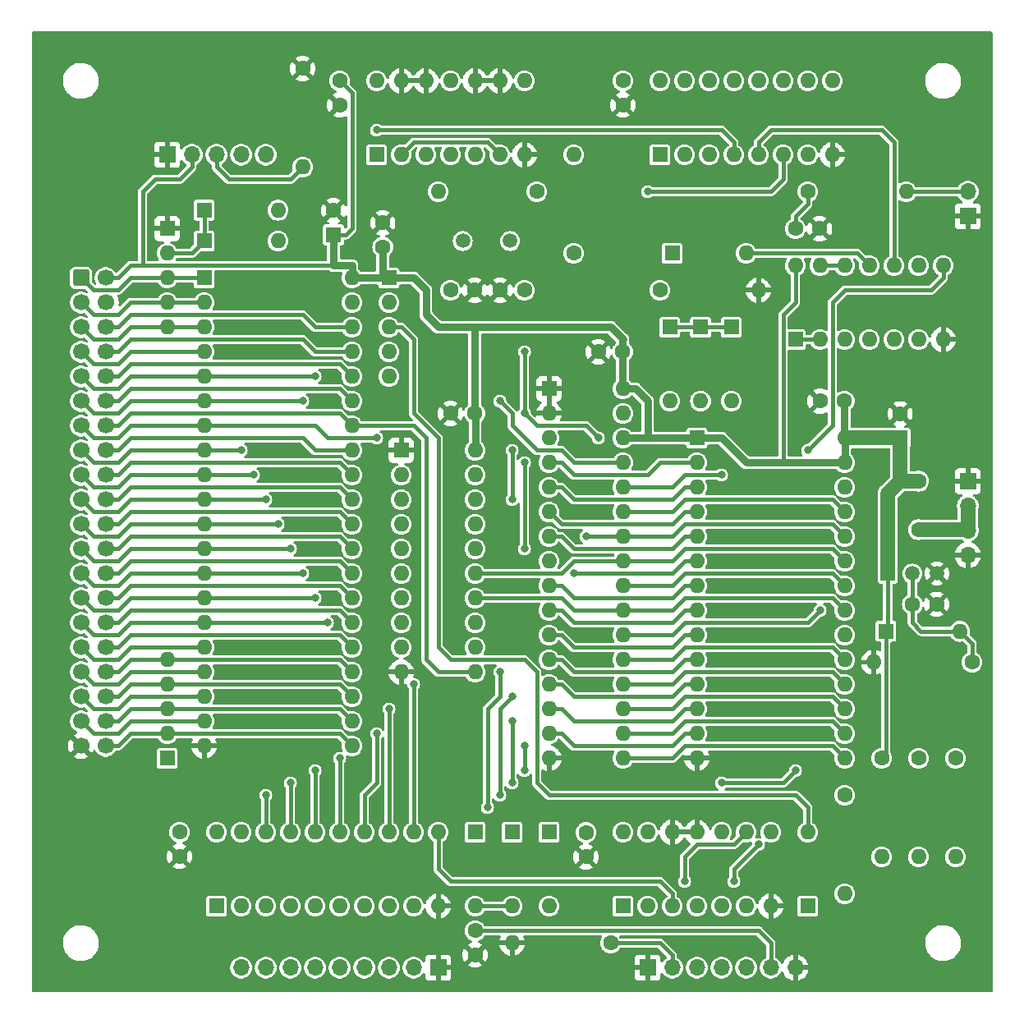
<source format=gtl>
G04 #@! TF.GenerationSoftware,KiCad,Pcbnew,(7.0.0)*
G04 #@! TF.CreationDate,2023-04-25T22:09:53+02:00*
G04 #@! TF.ProjectId,cdp-mobo,6364702d-6d6f-4626-9f2e-6b696361645f,1*
G04 #@! TF.SameCoordinates,Original*
G04 #@! TF.FileFunction,Copper,L1,Top*
G04 #@! TF.FilePolarity,Positive*
%FSLAX46Y46*%
G04 Gerber Fmt 4.6, Leading zero omitted, Abs format (unit mm)*
G04 Created by KiCad (PCBNEW (7.0.0)) date 2023-04-25 22:09:53*
%MOMM*%
%LPD*%
G01*
G04 APERTURE LIST*
G04 Aperture macros list*
%AMRoundRect*
0 Rectangle with rounded corners*
0 $1 Rounding radius*
0 $2 $3 $4 $5 $6 $7 $8 $9 X,Y pos of 4 corners*
0 Add a 4 corners polygon primitive as box body*
4,1,4,$2,$3,$4,$5,$6,$7,$8,$9,$2,$3,0*
0 Add four circle primitives for the rounded corners*
1,1,$1+$1,$2,$3*
1,1,$1+$1,$4,$5*
1,1,$1+$1,$6,$7*
1,1,$1+$1,$8,$9*
0 Add four rect primitives between the rounded corners*
20,1,$1+$1,$2,$3,$4,$5,0*
20,1,$1+$1,$4,$5,$6,$7,0*
20,1,$1+$1,$6,$7,$8,$9,0*
20,1,$1+$1,$8,$9,$2,$3,0*%
G04 Aperture macros list end*
G04 #@! TA.AperFunction,ComponentPad*
%ADD10R,1.600000X1.600000*%
G04 #@! TD*
G04 #@! TA.AperFunction,ComponentPad*
%ADD11O,1.600000X1.600000*%
G04 #@! TD*
G04 #@! TA.AperFunction,ComponentPad*
%ADD12C,1.600000*%
G04 #@! TD*
G04 #@! TA.AperFunction,ComponentPad*
%ADD13R,1.500000X1.500000*%
G04 #@! TD*
G04 #@! TA.AperFunction,ComponentPad*
%ADD14C,1.500000*%
G04 #@! TD*
G04 #@! TA.AperFunction,ComponentPad*
%ADD15RoundRect,0.250000X-0.600000X-0.600000X0.600000X-0.600000X0.600000X0.600000X-0.600000X0.600000X0*%
G04 #@! TD*
G04 #@! TA.AperFunction,ComponentPad*
%ADD16C,1.700000*%
G04 #@! TD*
G04 #@! TA.AperFunction,ComponentPad*
%ADD17R,1.700000X1.700000*%
G04 #@! TD*
G04 #@! TA.AperFunction,ComponentPad*
%ADD18O,1.700000X1.700000*%
G04 #@! TD*
G04 #@! TA.AperFunction,ViaPad*
%ADD19C,0.800000*%
G04 #@! TD*
G04 #@! TA.AperFunction,Conductor*
%ADD20C,0.420000*%
G04 #@! TD*
G04 #@! TA.AperFunction,Conductor*
%ADD21C,0.800000*%
G04 #@! TD*
G04 #@! TA.AperFunction,Conductor*
%ADD22C,1.500000*%
G04 #@! TD*
G04 APERTURE END LIST*
D10*
X143509999Y-125729999D03*
D11*
X143509999Y-133349999D03*
D12*
X133985000Y-65405000D03*
X133985000Y-62905000D03*
X162560000Y-69850000D03*
D11*
X172719999Y-69849999D03*
D12*
X189230000Y-118110000D03*
D11*
X189229999Y-128269999D03*
D12*
X140970000Y-82550000D03*
X143470000Y-82550000D03*
D10*
X135889999Y-86359999D03*
D11*
X135889999Y-88899999D03*
X135889999Y-91439999D03*
X135889999Y-93979999D03*
X135889999Y-96519999D03*
X135889999Y-99059999D03*
X135889999Y-101599999D03*
X135889999Y-104139999D03*
X135889999Y-106679999D03*
X135889999Y-109219999D03*
X143509999Y-109219999D03*
X143509999Y-106679999D03*
X143509999Y-104139999D03*
X143509999Y-101599999D03*
X143509999Y-99059999D03*
X143509999Y-96519999D03*
X143509999Y-93979999D03*
X143509999Y-91439999D03*
X143509999Y-88899999D03*
X143509999Y-86359999D03*
D10*
X185859999Y-105019999D03*
D11*
X193479999Y-105019999D03*
D10*
X169925999Y-73659999D03*
D11*
X169925999Y-81279999D03*
D13*
X186054999Y-99059999D03*
D14*
X188595000Y-99060000D03*
X191135000Y-99060000D03*
D12*
X194750000Y-108205000D03*
D11*
X184589999Y-108204999D03*
D10*
X166750999Y-73659999D03*
D11*
X166750999Y-81279999D03*
D10*
X115569999Y-68579999D03*
D11*
X115569999Y-71119999D03*
X115569999Y-73659999D03*
X115569999Y-76199999D03*
X115569999Y-78739999D03*
X115569999Y-81279999D03*
X115569999Y-83819999D03*
X115569999Y-86359999D03*
X115569999Y-88899999D03*
X115569999Y-91439999D03*
X115569999Y-93979999D03*
X115569999Y-96519999D03*
X115569999Y-99059999D03*
X115569999Y-101599999D03*
X115569999Y-104139999D03*
X115569999Y-106679999D03*
X115569999Y-109219999D03*
X115569999Y-111759999D03*
X115569999Y-114299999D03*
X115569999Y-116839999D03*
X130809999Y-116839999D03*
X130809999Y-114299999D03*
X130809999Y-111759999D03*
X130809999Y-109219999D03*
X130809999Y-106679999D03*
X130809999Y-104139999D03*
X130809999Y-101599999D03*
X130809999Y-99059999D03*
X130809999Y-96519999D03*
X130809999Y-93979999D03*
X130809999Y-91439999D03*
X130809999Y-88899999D03*
X130809999Y-86359999D03*
X130809999Y-83819999D03*
X130809999Y-81279999D03*
X130809999Y-78739999D03*
X130809999Y-76199999D03*
X130809999Y-73659999D03*
X130809999Y-71119999D03*
X130809999Y-68579999D03*
D15*
X102870000Y-68580000D03*
D16*
X105410000Y-68580000D03*
X102870000Y-71120000D03*
X105410000Y-71120000D03*
X102870000Y-73660000D03*
X105410000Y-73660000D03*
X102870000Y-76200000D03*
X105410000Y-76200000D03*
X102870000Y-78740000D03*
X105410000Y-78740000D03*
X102870000Y-81280000D03*
X105410000Y-81280000D03*
X102870000Y-83820000D03*
X105410000Y-83820000D03*
X102870000Y-86360000D03*
X105410000Y-86360000D03*
X102870000Y-88900000D03*
X105410000Y-88900000D03*
X102870000Y-91440000D03*
X105410000Y-91440000D03*
X102870000Y-93980000D03*
X105410000Y-93980000D03*
X102870000Y-96520000D03*
X105410000Y-96520000D03*
X102870000Y-99060000D03*
X105410000Y-99060000D03*
X102870000Y-101600000D03*
X105410000Y-101600000D03*
X102870000Y-104140000D03*
X105410000Y-104140000D03*
X102870000Y-106680000D03*
X105410000Y-106680000D03*
X102870000Y-109220000D03*
X105410000Y-109220000D03*
X102870000Y-111760000D03*
X105410000Y-111760000D03*
X102870000Y-114300000D03*
X105410000Y-114300000D03*
X102870000Y-116840000D03*
X105410000Y-116840000D03*
D12*
X149860000Y-59690000D03*
D11*
X139699999Y-59689999D03*
D10*
X133349999Y-55879999D03*
D11*
X135889999Y-55879999D03*
X138429999Y-55879999D03*
X140969999Y-55879999D03*
X143509999Y-55879999D03*
X146049999Y-55879999D03*
X148589999Y-55879999D03*
X148589999Y-48259999D03*
X146049999Y-48259999D03*
X143509999Y-48259999D03*
X140969999Y-48259999D03*
X138429999Y-48259999D03*
X135889999Y-48259999D03*
X133349999Y-48259999D03*
D10*
X166369999Y-85089999D03*
D11*
X166369999Y-87629999D03*
X166369999Y-90169999D03*
X166369999Y-92709999D03*
X166369999Y-95249999D03*
X166369999Y-97789999D03*
X166369999Y-100329999D03*
X166369999Y-102869999D03*
X166369999Y-105409999D03*
X166369999Y-107949999D03*
X166369999Y-110489999D03*
X166369999Y-113029999D03*
X166369999Y-115569999D03*
X166369999Y-118109999D03*
X181609999Y-118109999D03*
X181609999Y-115569999D03*
X181609999Y-113029999D03*
X181609999Y-110489999D03*
X181609999Y-107949999D03*
X181609999Y-105409999D03*
X181609999Y-102869999D03*
X181609999Y-100329999D03*
X181609999Y-97789999D03*
X181609999Y-95249999D03*
X181609999Y-92709999D03*
X181609999Y-90169999D03*
X181609999Y-87629999D03*
X181609999Y-85089999D03*
D17*
X139699999Y-139699999D03*
D18*
X137159999Y-139699999D03*
X134619999Y-139699999D03*
X132079999Y-139699999D03*
X129539999Y-139699999D03*
X126999999Y-139699999D03*
X124459999Y-139699999D03*
X121919999Y-139699999D03*
X119379999Y-139699999D03*
D10*
X115569999Y-64769999D03*
D11*
X123189999Y-64769999D03*
D10*
X176529999Y-74929999D03*
D11*
X179069999Y-74929999D03*
X181609999Y-74929999D03*
X184149999Y-74929999D03*
X186689999Y-74929999D03*
X189229999Y-74929999D03*
X191769999Y-74929999D03*
X191769999Y-67309999D03*
X189229999Y-67309999D03*
X186689999Y-67309999D03*
X184149999Y-67309999D03*
X181609999Y-67309999D03*
X179069999Y-67309999D03*
X176529999Y-67309999D03*
D12*
X129540000Y-48260000D03*
X129540000Y-50760000D03*
D10*
X163829999Y-66039999D03*
D11*
X171449999Y-66039999D03*
D10*
X111759999Y-118109999D03*
D11*
X111759999Y-115569999D03*
X111759999Y-113029999D03*
X111759999Y-110489999D03*
X111759999Y-107949999D03*
D10*
X128904999Y-64134999D03*
D12*
X128905000Y-61635000D03*
X154940000Y-128270000D03*
X154940000Y-125770000D03*
X176530000Y-63500000D03*
X179030000Y-63500000D03*
D10*
X163575999Y-73659999D03*
D11*
X163575999Y-81279999D03*
D12*
X157480000Y-137160000D03*
D11*
X147319999Y-137159999D03*
D10*
X147319999Y-125729999D03*
D11*
X147319999Y-133349999D03*
D12*
X156210000Y-76200000D03*
X158710000Y-76200000D03*
D17*
X111759999Y-55879999D03*
D18*
X114299999Y-55879999D03*
X116839999Y-55879999D03*
X119379999Y-55879999D03*
X121919999Y-55879999D03*
D12*
X177800000Y-59690000D03*
D11*
X187959999Y-59689999D03*
D17*
X161289999Y-139699999D03*
D18*
X163829999Y-139699999D03*
X166369999Y-139699999D03*
X168909999Y-139699999D03*
X171449999Y-139699999D03*
X173989999Y-139699999D03*
X176529999Y-139699999D03*
D12*
X189230000Y-89535000D03*
X189230000Y-94535000D03*
D10*
X162559999Y-55879999D03*
D11*
X165099999Y-55879999D03*
X167639999Y-55879999D03*
X170179999Y-55879999D03*
X172719999Y-55879999D03*
X175259999Y-55879999D03*
X177799999Y-55879999D03*
X180339999Y-55879999D03*
X180339999Y-48259999D03*
X177799999Y-48259999D03*
X175259999Y-48259999D03*
X172719999Y-48259999D03*
X170179999Y-48259999D03*
X167639999Y-48259999D03*
X165099999Y-48259999D03*
X162559999Y-48259999D03*
D12*
X153670000Y-66040000D03*
D11*
X153669999Y-55879999D03*
D10*
X134619999Y-68579999D03*
D11*
X134619999Y-71119999D03*
X134619999Y-73659999D03*
X134619999Y-76199999D03*
X134619999Y-78739999D03*
D12*
X181610000Y-121920000D03*
D11*
X181609999Y-132079999D03*
D12*
X158750000Y-48260000D03*
X158750000Y-50760000D03*
X185420000Y-118110000D03*
D11*
X185419999Y-128269999D03*
D10*
X151129999Y-80009999D03*
D11*
X151129999Y-82549999D03*
X151129999Y-85089999D03*
X151129999Y-87629999D03*
X151129999Y-90169999D03*
X151129999Y-92709999D03*
X151129999Y-95249999D03*
X151129999Y-97789999D03*
X151129999Y-100329999D03*
X151129999Y-102869999D03*
X151129999Y-105409999D03*
X151129999Y-107949999D03*
X151129999Y-110489999D03*
X151129999Y-113029999D03*
X151129999Y-115569999D03*
X151129999Y-118109999D03*
X158749999Y-118109999D03*
X158749999Y-115569999D03*
X158749999Y-113029999D03*
X158749999Y-110489999D03*
X158749999Y-107949999D03*
X158749999Y-105409999D03*
X158749999Y-102869999D03*
X158749999Y-100329999D03*
X158749999Y-97789999D03*
X158749999Y-95249999D03*
X158749999Y-92709999D03*
X158749999Y-90169999D03*
X158749999Y-87629999D03*
X158749999Y-85089999D03*
X158749999Y-82549999D03*
X158749999Y-80009999D03*
D12*
X125730000Y-46990000D03*
D11*
X125729999Y-57149999D03*
D10*
X111759999Y-63499999D03*
D11*
X111759999Y-66039999D03*
X111759999Y-68579999D03*
X111759999Y-71119999D03*
X111759999Y-73659999D03*
D10*
X151129999Y-125729999D03*
D11*
X151129999Y-133349999D03*
D12*
X140970000Y-69850000D03*
X143470000Y-69850000D03*
D14*
X142240000Y-64770000D03*
X147120000Y-64770000D03*
D12*
X143510000Y-135890000D03*
X143510000Y-138390000D03*
D10*
X115569999Y-61594999D03*
D11*
X123189999Y-61594999D03*
D12*
X188595000Y-102235000D03*
X191095000Y-102235000D03*
D10*
X116839999Y-133349999D03*
D11*
X119379999Y-133349999D03*
X121919999Y-133349999D03*
X124459999Y-133349999D03*
X126999999Y-133349999D03*
X129539999Y-133349999D03*
X132079999Y-133349999D03*
X134619999Y-133349999D03*
X137159999Y-133349999D03*
X139699999Y-133349999D03*
X139699999Y-125729999D03*
X137159999Y-125729999D03*
X134619999Y-125729999D03*
X132079999Y-125729999D03*
X129539999Y-125729999D03*
X126999999Y-125729999D03*
X124459999Y-125729999D03*
X121919999Y-125729999D03*
X119379999Y-125729999D03*
X116839999Y-125729999D03*
D17*
X194309999Y-62229999D03*
D18*
X194309999Y-59689999D03*
D12*
X113030000Y-125730000D03*
X113030000Y-128230000D03*
D10*
X158749999Y-133349999D03*
D11*
X161289999Y-133349999D03*
X163829999Y-133349999D03*
X166369999Y-133349999D03*
X168909999Y-133349999D03*
X171449999Y-133349999D03*
X173989999Y-133349999D03*
X173989999Y-125729999D03*
X171449999Y-125729999D03*
X168909999Y-125729999D03*
X166369999Y-125729999D03*
X163829999Y-125729999D03*
X161289999Y-125729999D03*
X158749999Y-125729999D03*
D12*
X148590000Y-69850000D03*
X146090000Y-69850000D03*
D10*
X177799999Y-133349999D03*
D11*
X177799999Y-125729999D03*
D10*
X187324999Y-85089999D03*
D12*
X187325000Y-82590000D03*
X179070000Y-81280000D03*
X181570000Y-81280000D03*
X193040000Y-118110000D03*
D11*
X193039999Y-128269999D03*
D17*
X194309999Y-89534999D03*
D18*
X194309999Y-92074999D03*
X194309999Y-94614999D03*
X194309999Y-97154999D03*
D19*
X127000000Y-78740000D03*
X125730000Y-81280000D03*
X144780000Y-123190000D03*
X146050000Y-109220000D03*
X119380000Y-86360000D03*
X147320000Y-111760000D03*
X120650000Y-88900000D03*
X121920000Y-121920000D03*
X146050000Y-121920000D03*
X124460000Y-120650000D03*
X147320000Y-114300000D03*
X147320000Y-120650000D03*
X121920000Y-91440000D03*
X123190000Y-93980000D03*
X148590000Y-116840000D03*
X127000000Y-119380000D03*
X148590000Y-119380000D03*
X129540000Y-118110000D03*
X124460000Y-96520000D03*
X133350000Y-115570000D03*
X125730000Y-99060000D03*
X134620000Y-113030000D03*
X127000000Y-101600000D03*
X137160000Y-110490000D03*
X128270000Y-104140000D03*
X184150000Y-113030000D03*
X187960000Y-113030000D03*
X173990000Y-105410000D03*
X173482000Y-77724000D03*
X140970000Y-80010000D03*
X173990000Y-102870000D03*
X140970000Y-86995000D03*
X139700000Y-80010000D03*
X154305000Y-85725000D03*
X184150000Y-114300000D03*
X163195000Y-78740000D03*
X187960000Y-111760000D03*
X187960000Y-114300000D03*
X138430000Y-80010000D03*
X156210000Y-80645000D03*
X184150000Y-111760000D03*
X133350000Y-53340000D03*
X153670000Y-99060000D03*
X146050000Y-81280000D03*
X161290000Y-59690000D03*
X156210000Y-85090000D03*
X148590000Y-76200000D03*
X148590000Y-82550000D03*
X133350000Y-85090000D03*
X154940000Y-95250000D03*
X148590000Y-87630000D03*
X148590000Y-96520000D03*
X168910000Y-88900000D03*
X147320000Y-91440000D03*
X147320000Y-86360000D03*
X172720000Y-127000000D03*
X170180000Y-130810000D03*
X179070000Y-102870000D03*
X177800000Y-86360000D03*
X176530000Y-119380000D03*
X168910000Y-120650000D03*
X165100000Y-130810000D03*
D20*
X115570000Y-61595000D02*
X115570000Y-64770000D01*
X166751000Y-73660000D02*
X163576000Y-73660000D01*
X179070000Y-74930000D02*
X176530000Y-74930000D01*
X166751000Y-73660000D02*
X169926000Y-73660000D01*
X106680000Y-69850000D02*
X107950000Y-68580000D01*
X102870000Y-68580000D02*
X104140000Y-69850000D01*
X107950000Y-68580000D02*
X115570000Y-68580000D01*
X104140000Y-69850000D02*
X106680000Y-69850000D01*
X173990000Y-137160000D02*
X173990000Y-139700000D01*
X172720000Y-135890000D02*
X173990000Y-137160000D01*
X143510000Y-135890000D02*
X172720000Y-135890000D01*
X182880000Y-66040000D02*
X171450000Y-66040000D01*
X184150000Y-67310000D02*
X182880000Y-66040000D01*
X102870000Y-76200000D02*
X104140000Y-77470000D01*
X107950000Y-76200000D02*
X115570000Y-76200000D01*
X104140000Y-77470000D02*
X106680000Y-77470000D01*
X106680000Y-77470000D02*
X107950000Y-76200000D01*
X107950000Y-78740000D02*
X115570000Y-78740000D01*
X102870000Y-78740000D02*
X104140000Y-80010000D01*
X115570000Y-78740000D02*
X127000000Y-78740000D01*
X104140000Y-80010000D02*
X106680000Y-80010000D01*
X106680000Y-80010000D02*
X107950000Y-78740000D01*
X107950000Y-81280000D02*
X115570000Y-81280000D01*
X115570000Y-81280000D02*
X125730000Y-81280000D01*
X104140000Y-82550000D02*
X106680000Y-82550000D01*
X102870000Y-81280000D02*
X104140000Y-82550000D01*
X106680000Y-82550000D02*
X107950000Y-81280000D01*
X137160000Y-74930000D02*
X137160000Y-82550000D01*
X177800000Y-123190000D02*
X177800000Y-125730000D01*
X176530000Y-121920000D02*
X177800000Y-123190000D01*
X106680000Y-73660000D02*
X107950000Y-72390000D01*
X149860000Y-109220000D02*
X149860000Y-120650000D01*
X139700000Y-85090000D02*
X139700000Y-106680000D01*
X107950000Y-72390000D02*
X125730000Y-72390000D01*
X137160000Y-82550000D02*
X139700000Y-85090000D01*
X149860000Y-120650000D02*
X151130000Y-121920000D01*
X135890000Y-73660000D02*
X137160000Y-74930000D01*
X127000000Y-73660000D02*
X130810000Y-73660000D01*
X140970000Y-107950000D02*
X148590000Y-107950000D01*
X134620000Y-73660000D02*
X135890000Y-73660000D01*
X105410000Y-73660000D02*
X106680000Y-73660000D01*
X125730000Y-72390000D02*
X127000000Y-73660000D01*
X151130000Y-121920000D02*
X176530000Y-121920000D01*
X148590000Y-107950000D02*
X149860000Y-109220000D01*
X139700000Y-106680000D02*
X140970000Y-107950000D01*
X158750000Y-107950000D02*
X163830000Y-107950000D01*
X144780000Y-123190000D02*
X144780000Y-113030000D01*
X180340000Y-106680000D02*
X181610000Y-107950000D01*
X165100000Y-106680000D02*
X180340000Y-106680000D01*
X102870000Y-86360000D02*
X104140000Y-87630000D01*
X104140000Y-87630000D02*
X106680000Y-87630000D01*
X146050000Y-111760000D02*
X146050000Y-109220000D01*
X163830000Y-107950000D02*
X165100000Y-106680000D01*
X106680000Y-87630000D02*
X107950000Y-86360000D01*
X107950000Y-86360000D02*
X115570000Y-86360000D01*
X115570000Y-86360000D02*
X119380000Y-86360000D01*
X144780000Y-113030000D02*
X146050000Y-111760000D01*
X106680000Y-90170000D02*
X107950000Y-88900000D01*
X180340000Y-109220000D02*
X181610000Y-110490000D01*
X104140000Y-90170000D02*
X106680000Y-90170000D01*
X146050000Y-121920000D02*
X146050000Y-113030000D01*
X146050000Y-113030000D02*
X147320000Y-111760000D01*
X102870000Y-88900000D02*
X104140000Y-90170000D01*
X107950000Y-88900000D02*
X115570000Y-88900000D01*
X165100000Y-109220000D02*
X180340000Y-109220000D01*
X158750000Y-110490000D02*
X163830000Y-110490000D01*
X121920000Y-121920000D02*
X121920000Y-125730000D01*
X163830000Y-110490000D02*
X165100000Y-109220000D01*
X115570000Y-88900000D02*
X120650000Y-88900000D01*
X102870000Y-91440000D02*
X104140000Y-92710000D01*
X121920000Y-91440000D02*
X115570000Y-91440000D01*
X165100000Y-111760000D02*
X180340000Y-111760000D01*
X106680000Y-92710000D02*
X107950000Y-91440000D01*
X107950000Y-91440000D02*
X115570000Y-91440000D01*
X104140000Y-92710000D02*
X106680000Y-92710000D01*
X163830000Y-113030000D02*
X165100000Y-111760000D01*
X180340000Y-111760000D02*
X181610000Y-113030000D01*
X124460000Y-125730000D02*
X124460000Y-120650000D01*
X147320000Y-114300000D02*
X147320000Y-120650000D01*
X158750000Y-113030000D02*
X163830000Y-113030000D01*
X127000000Y-119380000D02*
X127000000Y-125730000D01*
X148590000Y-116840000D02*
X148590000Y-119380000D01*
X104140000Y-95250000D02*
X106680000Y-95250000D01*
X102870000Y-93980000D02*
X104140000Y-95250000D01*
X180340000Y-114300000D02*
X181610000Y-115570000D01*
X165100000Y-114300000D02*
X180340000Y-114300000D01*
X158750000Y-115570000D02*
X163830000Y-115570000D01*
X163830000Y-115570000D02*
X165100000Y-114300000D01*
X123190000Y-93980000D02*
X115570000Y-93980000D01*
X107950000Y-93980000D02*
X115570000Y-93980000D01*
X106680000Y-95250000D02*
X107950000Y-93980000D01*
X104140000Y-97790000D02*
X106680000Y-97790000D01*
X106680000Y-97790000D02*
X107950000Y-96520000D01*
X129540000Y-125730000D02*
X129540000Y-118110000D01*
X107950000Y-96520000D02*
X115570000Y-96520000D01*
X163830000Y-118110000D02*
X165100000Y-116840000D01*
X102870000Y-96520000D02*
X104140000Y-97790000D01*
X165100000Y-116840000D02*
X180340000Y-116840000D01*
X124460000Y-96520000D02*
X115570000Y-96520000D01*
X158750000Y-118110000D02*
X163830000Y-118110000D01*
X180340000Y-116840000D02*
X181610000Y-118110000D01*
X125730000Y-99060000D02*
X115570000Y-99060000D01*
X133350000Y-115570000D02*
X133350000Y-120650000D01*
X151130000Y-115570000D02*
X152400000Y-115570000D01*
X133350000Y-120650000D02*
X132080000Y-121920000D01*
X165100000Y-115570000D02*
X166370000Y-115570000D01*
X163830000Y-116840000D02*
X165100000Y-115570000D01*
X104140000Y-100330000D02*
X106680000Y-100330000D01*
X107950000Y-99060000D02*
X115570000Y-99060000D01*
X153670000Y-116840000D02*
X163830000Y-116840000D01*
X102870000Y-99060000D02*
X104140000Y-100330000D01*
X152400000Y-115570000D02*
X153670000Y-116840000D01*
X132080000Y-125730000D02*
X132080000Y-121920000D01*
X106680000Y-100330000D02*
X107950000Y-99060000D01*
X151130000Y-113030000D02*
X152400000Y-113030000D01*
X104140000Y-102870000D02*
X106680000Y-102870000D01*
X107950000Y-101600000D02*
X115570000Y-101600000D01*
X102870000Y-101600000D02*
X104140000Y-102870000D01*
X152400000Y-113030000D02*
X153670000Y-114300000D01*
X153670000Y-114300000D02*
X163830000Y-114300000D01*
X134620000Y-125730000D02*
X134620000Y-113030000D01*
X127000000Y-101600000D02*
X115570000Y-101600000D01*
X106680000Y-102870000D02*
X107950000Y-101600000D01*
X163830000Y-114300000D02*
X165100000Y-113030000D01*
X165100000Y-113030000D02*
X166370000Y-113030000D01*
X152400000Y-110490000D02*
X153670000Y-111760000D01*
X163830000Y-111760000D02*
X165100000Y-110490000D01*
X165100000Y-110490000D02*
X166370000Y-110490000D01*
X106680000Y-105410000D02*
X107950000Y-104140000D01*
X151130000Y-110490000D02*
X152400000Y-110490000D01*
X107950000Y-104140000D02*
X115570000Y-104140000D01*
X104140000Y-105410000D02*
X106680000Y-105410000D01*
X128270000Y-104140000D02*
X115570000Y-104140000D01*
X102870000Y-104140000D02*
X104140000Y-105410000D01*
X153670000Y-111760000D02*
X163830000Y-111760000D01*
X137160000Y-125730000D02*
X137160000Y-110490000D01*
D21*
X128905000Y-67310000D02*
X130810000Y-67310000D01*
D20*
X113030000Y-58420000D02*
X110490000Y-58420000D01*
X181570000Y-85050000D02*
X181610000Y-85090000D01*
D21*
X138430000Y-69850000D02*
X138430000Y-72390000D01*
D20*
X176530000Y-71120000D02*
X175260000Y-72390000D01*
D21*
X143510000Y-82590000D02*
X143470000Y-82550000D01*
D22*
X187325000Y-85090000D02*
X187325000Y-89535000D01*
D21*
X128905000Y-64135000D02*
X128905000Y-67310000D01*
D20*
X130810000Y-63500000D02*
X130175000Y-64135000D01*
X130175000Y-64135000D02*
X128905000Y-64135000D01*
X158710000Y-79970000D02*
X158750000Y-80010000D01*
D21*
X175260000Y-87630000D02*
X181610000Y-87630000D01*
D20*
X186055000Y-99060000D02*
X186055000Y-104825000D01*
D22*
X181610000Y-85090000D02*
X187325000Y-85090000D01*
D20*
X105410000Y-68580000D02*
X106680000Y-68580000D01*
D21*
X160020000Y-80010000D02*
X161290000Y-81280000D01*
D20*
X176530000Y-67310000D02*
X176530000Y-71120000D01*
D21*
X130810000Y-68580000D02*
X133985000Y-68580000D01*
X139700000Y-73660000D02*
X143510000Y-73660000D01*
D20*
X114300000Y-55880000D02*
X114300000Y-57150000D01*
X130810000Y-49530000D02*
X129540000Y-48260000D01*
D21*
X168910000Y-85090000D02*
X171450000Y-87630000D01*
X143470000Y-82550000D02*
X143470000Y-73700000D01*
D20*
X107950000Y-67310000D02*
X109220000Y-67310000D01*
X106680000Y-68580000D02*
X107950000Y-67310000D01*
X110490000Y-58420000D02*
X109220000Y-59690000D01*
D21*
X134620000Y-68580000D02*
X137160000Y-68580000D01*
D20*
X176530000Y-62230000D02*
X176530000Y-63500000D01*
D21*
X143470000Y-73700000D02*
X143510000Y-73660000D01*
D20*
X175260000Y-72390000D02*
X175260000Y-87630000D01*
X109220000Y-59690000D02*
X109220000Y-67310000D01*
D21*
X133985000Y-65405000D02*
X133985000Y-68580000D01*
D20*
X176530000Y-62230000D02*
X177800000Y-60960000D01*
D22*
X189230000Y-89535000D02*
X187325000Y-89535000D01*
D20*
X114300000Y-57150000D02*
X113030000Y-58420000D01*
D21*
X158750000Y-85090000D02*
X161290000Y-85090000D01*
D20*
X130810000Y-49530000D02*
X130810000Y-63500000D01*
X107950000Y-106680000D02*
X115570000Y-106680000D01*
D21*
X138430000Y-72390000D02*
X139700000Y-73660000D01*
X158710000Y-74970000D02*
X158710000Y-76200000D01*
X130810000Y-67310000D02*
X130810000Y-68580000D01*
D20*
X185860000Y-105020000D02*
X185860000Y-117670000D01*
X109220000Y-67310000D02*
X128905000Y-67310000D01*
D21*
X158710000Y-76200000D02*
X158710000Y-79970000D01*
X157480000Y-73660000D02*
X158750000Y-74930000D01*
X166370000Y-85090000D02*
X168910000Y-85090000D01*
D22*
X187325000Y-89535000D02*
X186055000Y-90805000D01*
X186055000Y-90805000D02*
X186055000Y-99060000D01*
D20*
X185860000Y-117670000D02*
X185420000Y-118110000D01*
X104140000Y-107950000D02*
X106680000Y-107950000D01*
D21*
X137160000Y-68580000D02*
X138430000Y-69850000D01*
D20*
X102870000Y-106680000D02*
X104140000Y-107950000D01*
D21*
X158750000Y-74930000D02*
X158710000Y-74970000D01*
X181570000Y-81280000D02*
X181570000Y-85050000D01*
D20*
X186055000Y-104825000D02*
X185860000Y-105020000D01*
D21*
X133985000Y-68580000D02*
X134620000Y-68580000D01*
X181610000Y-85090000D02*
X181610000Y-87630000D01*
D20*
X106680000Y-107950000D02*
X107950000Y-106680000D01*
D21*
X143510000Y-73660000D02*
X157480000Y-73660000D01*
X171450000Y-87630000D02*
X175260000Y-87630000D01*
X158750000Y-80010000D02*
X160020000Y-80010000D01*
X143510000Y-86360000D02*
X143510000Y-82590000D01*
X161290000Y-81280000D02*
X161290000Y-85090000D01*
D20*
X177800000Y-60960000D02*
X177800000Y-59690000D01*
D21*
X161290000Y-85090000D02*
X166370000Y-85090000D01*
D20*
X106680000Y-110490000D02*
X107950000Y-109220000D01*
X107950000Y-109220000D02*
X115570000Y-109220000D01*
X102870000Y-109220000D02*
X104140000Y-110490000D01*
X104140000Y-110490000D02*
X106680000Y-110490000D01*
X102870000Y-111760000D02*
X104140000Y-113030000D01*
X104140000Y-113030000D02*
X106680000Y-113030000D01*
X106680000Y-113030000D02*
X107950000Y-111760000D01*
X107950000Y-111760000D02*
X115570000Y-111760000D01*
X107950000Y-114300000D02*
X115570000Y-114300000D01*
X104140000Y-115570000D02*
X106680000Y-115570000D01*
X102870000Y-114300000D02*
X104140000Y-115570000D01*
X106680000Y-115570000D02*
X107950000Y-114300000D01*
X173990000Y-53340000D02*
X185420000Y-53340000D01*
X111760000Y-66040000D02*
X114300000Y-66040000D01*
X185420000Y-53340000D02*
X186690000Y-54610000D01*
X172720000Y-54610000D02*
X173990000Y-53340000D01*
X186690000Y-54610000D02*
X186690000Y-67310000D01*
X114300000Y-66040000D02*
X115570000Y-64770000D01*
X172720000Y-55880000D02*
X172720000Y-54610000D01*
X170180000Y-54610000D02*
X168910000Y-53340000D01*
X168910000Y-53340000D02*
X133350000Y-53340000D01*
X170180000Y-55880000D02*
X170180000Y-54610000D01*
X104140000Y-72390000D02*
X106680000Y-72390000D01*
X106680000Y-72390000D02*
X107950000Y-71120000D01*
X107950000Y-71120000D02*
X115570000Y-71120000D01*
X102870000Y-71120000D02*
X104140000Y-72390000D01*
X107950000Y-73660000D02*
X115570000Y-73660000D01*
X104140000Y-74930000D02*
X106680000Y-74930000D01*
X102870000Y-73660000D02*
X104140000Y-74930000D01*
X106680000Y-74930000D02*
X107950000Y-73660000D01*
X106680000Y-76200000D02*
X107950000Y-74930000D01*
X107950000Y-74930000D02*
X125730000Y-74930000D01*
X127000000Y-76200000D02*
X130810000Y-76200000D01*
X125730000Y-74930000D02*
X127000000Y-76200000D01*
X105410000Y-76200000D02*
X106680000Y-76200000D01*
X107950000Y-105410000D02*
X129540000Y-105410000D01*
X129540000Y-105410000D02*
X130810000Y-106680000D01*
X106680000Y-106680000D02*
X107950000Y-105410000D01*
X163830000Y-109220000D02*
X165100000Y-107950000D01*
X153670000Y-109220000D02*
X163830000Y-109220000D01*
X105410000Y-106680000D02*
X106680000Y-106680000D01*
X165100000Y-107950000D02*
X166370000Y-107950000D01*
X152400000Y-107950000D02*
X153670000Y-109220000D01*
X151130000Y-107950000D02*
X152400000Y-107950000D01*
X105410000Y-104140000D02*
X106680000Y-104140000D01*
X129540000Y-102870000D02*
X130810000Y-104140000D01*
X165100000Y-105410000D02*
X166370000Y-105410000D01*
X107950000Y-102870000D02*
X129540000Y-102870000D01*
X152400000Y-105410000D02*
X153670000Y-106680000D01*
X151130000Y-105410000D02*
X152400000Y-105410000D01*
X153670000Y-106680000D02*
X163830000Y-106680000D01*
X106680000Y-104140000D02*
X107950000Y-102870000D01*
X163830000Y-106680000D02*
X165100000Y-105410000D01*
X151130000Y-102870000D02*
X152400000Y-102870000D01*
X106680000Y-101600000D02*
X107950000Y-100330000D01*
X107950000Y-100330000D02*
X129540000Y-100330000D01*
X152400000Y-102870000D02*
X153670000Y-104140000D01*
X105410000Y-101600000D02*
X106680000Y-101600000D01*
X163830000Y-104140000D02*
X165100000Y-102870000D01*
X153670000Y-104140000D02*
X163830000Y-104140000D01*
X165100000Y-102870000D02*
X166370000Y-102870000D01*
X129540000Y-100330000D02*
X130810000Y-101600000D01*
X152400000Y-100330000D02*
X153670000Y-101600000D01*
X106680000Y-99060000D02*
X107950000Y-97790000D01*
X163830000Y-101600000D02*
X165100000Y-100330000D01*
X151130000Y-100330000D02*
X152400000Y-100330000D01*
X153670000Y-101600000D02*
X163830000Y-101600000D01*
X165100000Y-100330000D02*
X166370000Y-100330000D01*
X105410000Y-99060000D02*
X106680000Y-99060000D01*
X107950000Y-97790000D02*
X129540000Y-97790000D01*
X129540000Y-97790000D02*
X130810000Y-99060000D01*
X107950000Y-95250000D02*
X129540000Y-95250000D01*
X106680000Y-96520000D02*
X107950000Y-95250000D01*
X163830000Y-99060000D02*
X165100000Y-97790000D01*
X153670000Y-99060000D02*
X163830000Y-99060000D01*
X129540000Y-95250000D02*
X130810000Y-96520000D01*
X105410000Y-96520000D02*
X106680000Y-96520000D01*
X165100000Y-97790000D02*
X166370000Y-97790000D01*
X153670000Y-96520000D02*
X163830000Y-96520000D01*
X129540000Y-92710000D02*
X130810000Y-93980000D01*
X106680000Y-93980000D02*
X107950000Y-92710000D01*
X105410000Y-93980000D02*
X106680000Y-93980000D01*
X165100000Y-95250000D02*
X166370000Y-95250000D01*
X151130000Y-95250000D02*
X152400000Y-95250000D01*
X163830000Y-96520000D02*
X165100000Y-95250000D01*
X107950000Y-92710000D02*
X129540000Y-92710000D01*
X152400000Y-95250000D02*
X153670000Y-96520000D01*
X105410000Y-91440000D02*
X106680000Y-91440000D01*
X151130000Y-92710000D02*
X152400000Y-93980000D01*
X107950000Y-90170000D02*
X129540000Y-90170000D01*
X165100000Y-92710000D02*
X166370000Y-92710000D01*
X163830000Y-93980000D02*
X165100000Y-92710000D01*
X129540000Y-90170000D02*
X130810000Y-91440000D01*
X152400000Y-93980000D02*
X163830000Y-93980000D01*
X106680000Y-91440000D02*
X107950000Y-90170000D01*
X153670000Y-91440000D02*
X163830000Y-91440000D01*
X129540000Y-87630000D02*
X130810000Y-88900000D01*
X151130000Y-90170000D02*
X152400000Y-90170000D01*
X106680000Y-88900000D02*
X107950000Y-87630000D01*
X163830000Y-91440000D02*
X165100000Y-90170000D01*
X107950000Y-87630000D02*
X129540000Y-87630000D01*
X165100000Y-90170000D02*
X166370000Y-90170000D01*
X152400000Y-90170000D02*
X153670000Y-91440000D01*
X105410000Y-88900000D02*
X106680000Y-88900000D01*
X106680000Y-86360000D02*
X107950000Y-85090000D01*
X107950000Y-85090000D02*
X125730000Y-85090000D01*
X105410000Y-86360000D02*
X106680000Y-86360000D01*
X127000000Y-86360000D02*
X130810000Y-86360000D01*
X125730000Y-85090000D02*
X127000000Y-86360000D01*
X105410000Y-83820000D02*
X106680000Y-83820000D01*
X130810000Y-83820000D02*
X137160000Y-83820000D01*
X137160000Y-83820000D02*
X138430000Y-85090000D01*
X106680000Y-83820000D02*
X107950000Y-82550000D01*
X139700000Y-109220000D02*
X143510000Y-109220000D01*
X129540000Y-82550000D02*
X130810000Y-83820000D01*
X107950000Y-82550000D02*
X129540000Y-82550000D01*
X138430000Y-107950000D02*
X139700000Y-109220000D01*
X138430000Y-85090000D02*
X138430000Y-107950000D01*
X105410000Y-78740000D02*
X106680000Y-78740000D01*
X107950000Y-77470000D02*
X129540000Y-77470000D01*
X129540000Y-77470000D02*
X130810000Y-78740000D01*
X106680000Y-78740000D02*
X107950000Y-77470000D01*
X146050000Y-81280000D02*
X147320000Y-82550000D01*
X105410000Y-81280000D02*
X106680000Y-81280000D01*
X106680000Y-81280000D02*
X107950000Y-80010000D01*
X107950000Y-80010000D02*
X129540000Y-80010000D01*
X149860000Y-86360000D02*
X152400000Y-86360000D01*
X147320000Y-82550000D02*
X147320000Y-83820000D01*
X147320000Y-83820000D02*
X149860000Y-86360000D01*
X153670000Y-87630000D02*
X158750000Y-87630000D01*
X129540000Y-80010000D02*
X130810000Y-81280000D01*
X152400000Y-86360000D02*
X153670000Y-87630000D01*
X127000000Y-83820000D02*
X128270000Y-85090000D01*
X173990000Y-59690000D02*
X175260000Y-58420000D01*
X154940000Y-83820000D02*
X149860000Y-83820000D01*
X158750000Y-100330000D02*
X163830000Y-100330000D01*
X163830000Y-100330000D02*
X165100000Y-99060000D01*
X175260000Y-58420000D02*
X175260000Y-55880000D01*
X107950000Y-83820000D02*
X115570000Y-83820000D01*
X165100000Y-99060000D02*
X180340000Y-99060000D01*
X148590000Y-76200000D02*
X148590000Y-82550000D01*
X128270000Y-85090000D02*
X133350000Y-85090000D01*
X156210000Y-85090000D02*
X154940000Y-83820000D01*
X149860000Y-83820000D02*
X148590000Y-82550000D01*
X180340000Y-99060000D02*
X181610000Y-100330000D01*
X102870000Y-83820000D02*
X104140000Y-85090000D01*
X115570000Y-83820000D02*
X127000000Y-83820000D01*
X161290000Y-59690000D02*
X173990000Y-59690000D01*
X106680000Y-85090000D02*
X107950000Y-83820000D01*
X104140000Y-85090000D02*
X106680000Y-85090000D01*
X105410000Y-109220000D02*
X106680000Y-109220000D01*
X129540000Y-107950000D02*
X130810000Y-109220000D01*
X106680000Y-109220000D02*
X107950000Y-107950000D01*
X107950000Y-107950000D02*
X129540000Y-107950000D01*
X105410000Y-111760000D02*
X106680000Y-111760000D01*
X106680000Y-111760000D02*
X107950000Y-110490000D01*
X129540000Y-110490000D02*
X130810000Y-111760000D01*
X107950000Y-110490000D02*
X129540000Y-110490000D01*
X129540000Y-113030000D02*
X130810000Y-114300000D01*
X106680000Y-114300000D02*
X107950000Y-113030000D01*
X107950000Y-113030000D02*
X129540000Y-113030000D01*
X105410000Y-114300000D02*
X106680000Y-114300000D01*
X106680000Y-116840000D02*
X107950000Y-115570000D01*
X129540000Y-115570000D02*
X130810000Y-116840000D01*
X105410000Y-116840000D02*
X106680000Y-116840000D01*
X107950000Y-115570000D02*
X129540000Y-115570000D01*
X180340000Y-91440000D02*
X181610000Y-92710000D01*
X163830000Y-92710000D02*
X165100000Y-91440000D01*
X165100000Y-91440000D02*
X180340000Y-91440000D01*
X158750000Y-92710000D02*
X163830000Y-92710000D01*
X180340000Y-93980000D02*
X181610000Y-95250000D01*
X154940000Y-95250000D02*
X158750000Y-95250000D01*
X158750000Y-95250000D02*
X163830000Y-95250000D01*
X165100000Y-93980000D02*
X180340000Y-93980000D01*
X163830000Y-95250000D02*
X165100000Y-93980000D01*
X165100000Y-101600000D02*
X180340000Y-101600000D01*
X143510000Y-101600000D02*
X152400000Y-101600000D01*
X153670000Y-102870000D02*
X158750000Y-102870000D01*
X152400000Y-101600000D02*
X153670000Y-102870000D01*
X163830000Y-102870000D02*
X165100000Y-101600000D01*
X180340000Y-101600000D02*
X181610000Y-102870000D01*
X158750000Y-102870000D02*
X163830000Y-102870000D01*
X152400000Y-99060000D02*
X153670000Y-97790000D01*
X163830000Y-97790000D02*
X165100000Y-96520000D01*
X165100000Y-96520000D02*
X180340000Y-96520000D01*
X158750000Y-97790000D02*
X163830000Y-97790000D01*
X153670000Y-97790000D02*
X158750000Y-97790000D01*
X143510000Y-99060000D02*
X152400000Y-99060000D01*
X180340000Y-96520000D02*
X181610000Y-97790000D01*
X166370000Y-87630000D02*
X162560000Y-87630000D01*
X153670000Y-88900000D02*
X152400000Y-87630000D01*
X162560000Y-87630000D02*
X161290000Y-88900000D01*
X161290000Y-88900000D02*
X153670000Y-88900000D01*
X148590000Y-96520000D02*
X148590000Y-87630000D01*
X152400000Y-87630000D02*
X151130000Y-87630000D01*
X163830000Y-90170000D02*
X165100000Y-88900000D01*
X158750000Y-90170000D02*
X163830000Y-90170000D01*
X165100000Y-88900000D02*
X168910000Y-88900000D01*
X147320000Y-91440000D02*
X147320000Y-86360000D01*
X170180000Y-129540000D02*
X170180000Y-130810000D01*
X170180000Y-129540000D02*
X172720000Y-127000000D01*
X187960000Y-59690000D02*
X194310000Y-59690000D01*
X179070000Y-67310000D02*
X181610000Y-67310000D01*
X165100000Y-104140000D02*
X177800000Y-104140000D01*
X158750000Y-105410000D02*
X163830000Y-105410000D01*
X177800000Y-104140000D02*
X179070000Y-102870000D01*
X163830000Y-105410000D02*
X165100000Y-104140000D01*
X143510000Y-133350000D02*
X147320000Y-133350000D01*
X116840000Y-57150000D02*
X118110000Y-58420000D01*
X124460000Y-58420000D02*
X125730000Y-57150000D01*
X116840000Y-55880000D02*
X116840000Y-57150000D01*
X118110000Y-58420000D02*
X124460000Y-58420000D01*
X162560000Y-130810000D02*
X140970000Y-130810000D01*
X139700000Y-129540000D02*
X139700000Y-125730000D01*
X140970000Y-130810000D02*
X139700000Y-129540000D01*
X163830000Y-138430000D02*
X163830000Y-139700000D01*
X163830000Y-132080000D02*
X162560000Y-130810000D01*
X163830000Y-133350000D02*
X163830000Y-132080000D01*
X157480000Y-137160000D02*
X162560000Y-137160000D01*
X162560000Y-137160000D02*
X163830000Y-138430000D01*
X181610000Y-69850000D02*
X180340000Y-71120000D01*
X191770000Y-68580000D02*
X190500000Y-69850000D01*
X180340000Y-71120000D02*
X180340000Y-83820000D01*
X180340000Y-83820000D02*
X177800000Y-86360000D01*
X190500000Y-69850000D02*
X181610000Y-69850000D01*
X191770000Y-67310000D02*
X191770000Y-68580000D01*
X168910000Y-120650000D02*
X175260000Y-120650000D01*
X175260000Y-120650000D02*
X176530000Y-119380000D01*
X165100000Y-130810000D02*
X165100000Y-128270000D01*
X165100000Y-128270000D02*
X166370000Y-127000000D01*
X170180000Y-127000000D02*
X171450000Y-125730000D01*
X166370000Y-127000000D02*
X170180000Y-127000000D01*
X146050000Y-55880000D02*
X144780000Y-54610000D01*
X144780000Y-54610000D02*
X137160000Y-54610000D01*
X137160000Y-54610000D02*
X135890000Y-55880000D01*
X194750000Y-108205000D02*
X194750000Y-106290000D01*
X188595000Y-99060000D02*
X188595000Y-102235000D01*
X193480000Y-105020000D02*
X189475000Y-105020000D01*
X188595000Y-104140000D02*
X188595000Y-102235000D01*
X189475000Y-105020000D02*
X188595000Y-104140000D01*
X194750000Y-106290000D02*
X193480000Y-105020000D01*
D22*
X194310000Y-92075000D02*
X194310000Y-94615000D01*
X194230000Y-94535000D02*
X194310000Y-94615000D01*
X189230000Y-94535000D02*
X194230000Y-94535000D01*
G04 #@! TA.AperFunction,Conductor*
G36*
X178688719Y-102096128D02*
G01*
X178733792Y-102139073D01*
X178752312Y-102198511D01*
X178739613Y-102259457D01*
X178698895Y-102306551D01*
X178692952Y-102310652D01*
X178686315Y-102314136D01*
X178680708Y-102319102D01*
X178680704Y-102319106D01*
X178587428Y-102401742D01*
X178564437Y-102422110D01*
X178560182Y-102428274D01*
X178560177Y-102428280D01*
X178476204Y-102549937D01*
X178476201Y-102549941D01*
X178471941Y-102556114D01*
X178469281Y-102563125D01*
X178469279Y-102563131D01*
X178416862Y-102701343D01*
X178416859Y-102701351D01*
X178414202Y-102708360D01*
X178413298Y-102715801D01*
X178413297Y-102715807D01*
X178400299Y-102822852D01*
X178388690Y-102862188D01*
X178364884Y-102895585D01*
X177637289Y-103623181D01*
X177597061Y-103650061D01*
X177549608Y-103659500D01*
X167367452Y-103659500D01*
X167303704Y-103641859D01*
X167258095Y-103593956D01*
X167243601Y-103529420D01*
X167263760Y-103468388D01*
X167264395Y-103467616D01*
X167363799Y-103281645D01*
X167425011Y-103079855D01*
X167445680Y-102870000D01*
X167425011Y-102660145D01*
X167363799Y-102458355D01*
X167264395Y-102272384D01*
X167263760Y-102271611D01*
X167243601Y-102210580D01*
X167258095Y-102146044D01*
X167303704Y-102098141D01*
X167367452Y-102080500D01*
X178628457Y-102080500D01*
X178688719Y-102096128D01*
G37*
G04 #@! TD.AperFunction*
G04 #@! TA.AperFunction,Conductor*
G36*
X178102432Y-75428142D02*
G01*
X178148041Y-75476047D01*
X178172734Y-75522246D01*
X178172737Y-75522250D01*
X178175605Y-75527616D01*
X178179461Y-75532314D01*
X178179464Y-75532319D01*
X178280500Y-75655432D01*
X178309379Y-75690621D01*
X178328100Y-75705985D01*
X178467680Y-75820535D01*
X178467682Y-75820536D01*
X178472384Y-75824395D01*
X178658355Y-75923799D01*
X178860145Y-75985011D01*
X179070000Y-76005680D01*
X179279855Y-75985011D01*
X179481645Y-75923799D01*
X179667616Y-75824395D01*
X179668388Y-75823760D01*
X179729420Y-75803601D01*
X179793956Y-75818095D01*
X179841859Y-75863704D01*
X179859500Y-75927452D01*
X179859500Y-80019117D01*
X179844214Y-80078760D01*
X179802125Y-80123698D01*
X179743610Y-80142852D01*
X179683095Y-80131499D01*
X179521231Y-80056020D01*
X179511097Y-80052332D01*
X179301837Y-79996260D01*
X179291206Y-79994386D01*
X179075395Y-79975506D01*
X179064605Y-79975506D01*
X178848793Y-79994386D01*
X178838162Y-79996260D01*
X178628902Y-80052332D01*
X178618768Y-80056020D01*
X178422425Y-80147577D01*
X178413081Y-80152971D01*
X178355651Y-80193183D01*
X178348217Y-80201296D01*
X178354128Y-80210574D01*
X179070000Y-80926447D01*
X179335872Y-81192319D01*
X179367966Y-81247906D01*
X179367966Y-81312094D01*
X179335872Y-81367681D01*
X178354128Y-82349424D01*
X178348217Y-82358703D01*
X178355650Y-82366814D01*
X178413077Y-82407025D01*
X178422427Y-82412423D01*
X178618768Y-82503979D01*
X178628902Y-82507667D01*
X178838162Y-82563739D01*
X178848793Y-82565613D01*
X179064605Y-82584494D01*
X179075395Y-82584494D01*
X179291206Y-82565613D01*
X179301837Y-82563739D01*
X179511097Y-82507667D01*
X179521231Y-82503979D01*
X179683095Y-82428501D01*
X179743610Y-82417148D01*
X179802125Y-82436302D01*
X179844214Y-82481240D01*
X179859500Y-82540883D01*
X179859500Y-83569609D01*
X179850061Y-83617062D01*
X179823181Y-83657290D01*
X177827289Y-85653181D01*
X177787061Y-85680061D01*
X177739608Y-85689500D01*
X177718587Y-85689500D01*
X177711311Y-85691293D01*
X177711305Y-85691294D01*
X177567772Y-85726672D01*
X177567768Y-85726673D01*
X177560491Y-85728467D01*
X177553853Y-85731950D01*
X177553850Y-85731952D01*
X177422957Y-85800649D01*
X177422950Y-85800653D01*
X177416315Y-85804136D01*
X177410705Y-85809106D01*
X177410701Y-85809109D01*
X177317428Y-85891742D01*
X177294437Y-85912110D01*
X177290182Y-85918274D01*
X177290177Y-85918280D01*
X177206204Y-86039937D01*
X177206201Y-86039941D01*
X177201941Y-86046114D01*
X177199281Y-86053125D01*
X177199279Y-86053131D01*
X177146862Y-86191343D01*
X177146859Y-86191351D01*
X177144202Y-86198360D01*
X177143298Y-86205802D01*
X177143297Y-86205808D01*
X177127682Y-86334414D01*
X177124575Y-86360000D01*
X177125479Y-86367445D01*
X177143297Y-86514191D01*
X177143298Y-86514195D01*
X177144202Y-86521640D01*
X177146860Y-86528649D01*
X177146862Y-86528656D01*
X177194326Y-86653808D01*
X177201941Y-86673886D01*
X177262064Y-86760990D01*
X177264874Y-86765060D01*
X177286598Y-86828013D01*
X177272621Y-86893126D01*
X177226974Y-86941617D01*
X177162824Y-86959500D01*
X175864500Y-86959500D01*
X175802500Y-86942887D01*
X175757113Y-86897500D01*
X175740500Y-86835500D01*
X175740500Y-81285395D01*
X177765506Y-81285395D01*
X177784386Y-81501206D01*
X177786260Y-81511837D01*
X177842332Y-81721097D01*
X177846020Y-81731231D01*
X177937576Y-81927572D01*
X177942974Y-81936922D01*
X177983184Y-81994348D01*
X177991295Y-82001781D01*
X178000574Y-81995870D01*
X178704903Y-81291542D01*
X178711567Y-81280000D01*
X178704903Y-81268457D01*
X178000574Y-80564128D01*
X177991296Y-80558217D01*
X177983183Y-80565651D01*
X177942971Y-80623081D01*
X177937577Y-80632425D01*
X177846020Y-80828768D01*
X177842332Y-80838902D01*
X177786260Y-81048162D01*
X177784386Y-81058793D01*
X177765506Y-81274605D01*
X177765506Y-81285395D01*
X175740500Y-81285395D01*
X175740500Y-76124500D01*
X175757113Y-76062500D01*
X175802500Y-76017113D01*
X175864500Y-76000500D01*
X177350544Y-76000500D01*
X177356640Y-76000500D01*
X177435544Y-75984805D01*
X177525019Y-75925019D01*
X177584805Y-75835544D01*
X177600500Y-75756640D01*
X177600500Y-75534500D01*
X177617113Y-75472500D01*
X177662500Y-75427113D01*
X177724500Y-75410500D01*
X178038683Y-75410500D01*
X178102432Y-75428142D01*
G37*
G04 #@! TD.AperFunction*
G04 #@! TA.AperFunction,Conductor*
G36*
X196787500Y-43197113D02*
G01*
X196832887Y-43242500D01*
X196849500Y-43304500D01*
X196849500Y-142115500D01*
X196832887Y-142177500D01*
X196787500Y-142222887D01*
X196725500Y-142239500D01*
X97914500Y-142239500D01*
X97852500Y-142222887D01*
X97807113Y-142177500D01*
X97790500Y-142115500D01*
X97790500Y-139700000D01*
X118254700Y-139700000D01*
X118273860Y-139906773D01*
X118275429Y-139912287D01*
X118329119Y-140100990D01*
X118329122Y-140100998D01*
X118330689Y-140106505D01*
X118333241Y-140111630D01*
X118333243Y-140111635D01*
X118420696Y-140287264D01*
X118420698Y-140287268D01*
X118423251Y-140292394D01*
X118426701Y-140296962D01*
X118426705Y-140296969D01*
X118490924Y-140382008D01*
X118548393Y-140458110D01*
X118552627Y-140461970D01*
X118552630Y-140461973D01*
X118642054Y-140543493D01*
X118701855Y-140598009D01*
X118878411Y-140707327D01*
X119072047Y-140782342D01*
X119276170Y-140820500D01*
X119478101Y-140820500D01*
X119483830Y-140820500D01*
X119687953Y-140782342D01*
X119881589Y-140707327D01*
X120058145Y-140598009D01*
X120211607Y-140458110D01*
X120336749Y-140292394D01*
X120429311Y-140106505D01*
X120486140Y-139906773D01*
X120505300Y-139700000D01*
X120794700Y-139700000D01*
X120813860Y-139906773D01*
X120815429Y-139912287D01*
X120869119Y-140100990D01*
X120869122Y-140100998D01*
X120870689Y-140106505D01*
X120873241Y-140111630D01*
X120873243Y-140111635D01*
X120960696Y-140287264D01*
X120960698Y-140287268D01*
X120963251Y-140292394D01*
X120966701Y-140296962D01*
X120966705Y-140296969D01*
X121030924Y-140382008D01*
X121088393Y-140458110D01*
X121092627Y-140461970D01*
X121092630Y-140461973D01*
X121182054Y-140543493D01*
X121241855Y-140598009D01*
X121418411Y-140707327D01*
X121612047Y-140782342D01*
X121816170Y-140820500D01*
X122018101Y-140820500D01*
X122023830Y-140820500D01*
X122227953Y-140782342D01*
X122421589Y-140707327D01*
X122598145Y-140598009D01*
X122751607Y-140458110D01*
X122876749Y-140292394D01*
X122969311Y-140106505D01*
X123026140Y-139906773D01*
X123045300Y-139700000D01*
X123334700Y-139700000D01*
X123353860Y-139906773D01*
X123355429Y-139912287D01*
X123409119Y-140100990D01*
X123409122Y-140100998D01*
X123410689Y-140106505D01*
X123413241Y-140111630D01*
X123413243Y-140111635D01*
X123500696Y-140287264D01*
X123500698Y-140287268D01*
X123503251Y-140292394D01*
X123506701Y-140296962D01*
X123506705Y-140296969D01*
X123570924Y-140382008D01*
X123628393Y-140458110D01*
X123632627Y-140461970D01*
X123632630Y-140461973D01*
X123722054Y-140543493D01*
X123781855Y-140598009D01*
X123958411Y-140707327D01*
X124152047Y-140782342D01*
X124356170Y-140820500D01*
X124558101Y-140820500D01*
X124563830Y-140820500D01*
X124767953Y-140782342D01*
X124961589Y-140707327D01*
X125138145Y-140598009D01*
X125291607Y-140458110D01*
X125416749Y-140292394D01*
X125509311Y-140106505D01*
X125566140Y-139906773D01*
X125585300Y-139700000D01*
X125874700Y-139700000D01*
X125893860Y-139906773D01*
X125895429Y-139912287D01*
X125949119Y-140100990D01*
X125949122Y-140100998D01*
X125950689Y-140106505D01*
X125953241Y-140111630D01*
X125953243Y-140111635D01*
X126040696Y-140287264D01*
X126040698Y-140287268D01*
X126043251Y-140292394D01*
X126046701Y-140296962D01*
X126046705Y-140296969D01*
X126110924Y-140382008D01*
X126168393Y-140458110D01*
X126172627Y-140461970D01*
X126172630Y-140461973D01*
X126262054Y-140543493D01*
X126321855Y-140598009D01*
X126498411Y-140707327D01*
X126692047Y-140782342D01*
X126896170Y-140820500D01*
X127098101Y-140820500D01*
X127103830Y-140820500D01*
X127307953Y-140782342D01*
X127501589Y-140707327D01*
X127678145Y-140598009D01*
X127831607Y-140458110D01*
X127956749Y-140292394D01*
X128049311Y-140106505D01*
X128106140Y-139906773D01*
X128125300Y-139700000D01*
X128414700Y-139700000D01*
X128433860Y-139906773D01*
X128435429Y-139912287D01*
X128489119Y-140100990D01*
X128489122Y-140100998D01*
X128490689Y-140106505D01*
X128493241Y-140111630D01*
X128493243Y-140111635D01*
X128580696Y-140287264D01*
X128580698Y-140287268D01*
X128583251Y-140292394D01*
X128586701Y-140296962D01*
X128586705Y-140296969D01*
X128650924Y-140382008D01*
X128708393Y-140458110D01*
X128712627Y-140461970D01*
X128712630Y-140461973D01*
X128802054Y-140543493D01*
X128861855Y-140598009D01*
X129038411Y-140707327D01*
X129232047Y-140782342D01*
X129436170Y-140820500D01*
X129638101Y-140820500D01*
X129643830Y-140820500D01*
X129847953Y-140782342D01*
X130041589Y-140707327D01*
X130218145Y-140598009D01*
X130371607Y-140458110D01*
X130496749Y-140292394D01*
X130589311Y-140106505D01*
X130646140Y-139906773D01*
X130665300Y-139700000D01*
X130954700Y-139700000D01*
X130973860Y-139906773D01*
X130975429Y-139912287D01*
X131029119Y-140100990D01*
X131029122Y-140100998D01*
X131030689Y-140106505D01*
X131033241Y-140111630D01*
X131033243Y-140111635D01*
X131120696Y-140287264D01*
X131120698Y-140287268D01*
X131123251Y-140292394D01*
X131126701Y-140296962D01*
X131126705Y-140296969D01*
X131190924Y-140382008D01*
X131248393Y-140458110D01*
X131252627Y-140461970D01*
X131252630Y-140461973D01*
X131342054Y-140543493D01*
X131401855Y-140598009D01*
X131578411Y-140707327D01*
X131772047Y-140782342D01*
X131976170Y-140820500D01*
X132178101Y-140820500D01*
X132183830Y-140820500D01*
X132387953Y-140782342D01*
X132581589Y-140707327D01*
X132758145Y-140598009D01*
X132911607Y-140458110D01*
X133036749Y-140292394D01*
X133129311Y-140106505D01*
X133186140Y-139906773D01*
X133205300Y-139700000D01*
X133494700Y-139700000D01*
X133513860Y-139906773D01*
X133515429Y-139912287D01*
X133569119Y-140100990D01*
X133569122Y-140100998D01*
X133570689Y-140106505D01*
X133573241Y-140111630D01*
X133573243Y-140111635D01*
X133660696Y-140287264D01*
X133660698Y-140287268D01*
X133663251Y-140292394D01*
X133666701Y-140296962D01*
X133666705Y-140296969D01*
X133730924Y-140382008D01*
X133788393Y-140458110D01*
X133792627Y-140461970D01*
X133792630Y-140461973D01*
X133882054Y-140543493D01*
X133941855Y-140598009D01*
X134118411Y-140707327D01*
X134312047Y-140782342D01*
X134516170Y-140820500D01*
X134718101Y-140820500D01*
X134723830Y-140820500D01*
X134927953Y-140782342D01*
X135121589Y-140707327D01*
X135298145Y-140598009D01*
X135451607Y-140458110D01*
X135576749Y-140292394D01*
X135669311Y-140106505D01*
X135726140Y-139906773D01*
X135745300Y-139700000D01*
X136034700Y-139700000D01*
X136053860Y-139906773D01*
X136055429Y-139912287D01*
X136109119Y-140100990D01*
X136109122Y-140100998D01*
X136110689Y-140106505D01*
X136113241Y-140111630D01*
X136113243Y-140111635D01*
X136200696Y-140287264D01*
X136200698Y-140287268D01*
X136203251Y-140292394D01*
X136206701Y-140296962D01*
X136206705Y-140296969D01*
X136270924Y-140382008D01*
X136328393Y-140458110D01*
X136332627Y-140461970D01*
X136332630Y-140461973D01*
X136422054Y-140543493D01*
X136481855Y-140598009D01*
X136658411Y-140707327D01*
X136852047Y-140782342D01*
X137056170Y-140820500D01*
X137258101Y-140820500D01*
X137263830Y-140820500D01*
X137467953Y-140782342D01*
X137661589Y-140707327D01*
X137838145Y-140598009D01*
X137991607Y-140458110D01*
X138116749Y-140292394D01*
X138119304Y-140287261D01*
X138120575Y-140285210D01*
X138166667Y-140241607D01*
X138228294Y-140226512D01*
X138289320Y-140243877D01*
X138333767Y-140289154D01*
X138350000Y-140350491D01*
X138350000Y-140594518D01*
X138350353Y-140601114D01*
X138355573Y-140649667D01*
X138359111Y-140664641D01*
X138403547Y-140783777D01*
X138411962Y-140799189D01*
X138487498Y-140900092D01*
X138499907Y-140912501D01*
X138600810Y-140988037D01*
X138616222Y-140996452D01*
X138735358Y-141040888D01*
X138750332Y-141044426D01*
X138798885Y-141049646D01*
X138805482Y-141050000D01*
X139433674Y-141050000D01*
X139446549Y-141046549D01*
X139450000Y-141033674D01*
X139950000Y-141033674D01*
X139953450Y-141046549D01*
X139966326Y-141050000D01*
X140594518Y-141050000D01*
X140601114Y-141049646D01*
X140649667Y-141044426D01*
X140664641Y-141040888D01*
X140783777Y-140996452D01*
X140799189Y-140988037D01*
X140900092Y-140912501D01*
X140912501Y-140900092D01*
X140988037Y-140799189D01*
X140996452Y-140783777D01*
X141040888Y-140664641D01*
X141044426Y-140649667D01*
X141049646Y-140601114D01*
X141050000Y-140594518D01*
X159940000Y-140594518D01*
X159940353Y-140601114D01*
X159945573Y-140649667D01*
X159949111Y-140664641D01*
X159993547Y-140783777D01*
X160001962Y-140799189D01*
X160077498Y-140900092D01*
X160089907Y-140912501D01*
X160190810Y-140988037D01*
X160206222Y-140996452D01*
X160325358Y-141040888D01*
X160340332Y-141044426D01*
X160388885Y-141049646D01*
X160395482Y-141050000D01*
X161023674Y-141050000D01*
X161036549Y-141046549D01*
X161040000Y-141033674D01*
X161040000Y-139966326D01*
X161036549Y-139953450D01*
X161023674Y-139950000D01*
X159956326Y-139950000D01*
X159943450Y-139953450D01*
X159940000Y-139966326D01*
X159940000Y-140594518D01*
X141050000Y-140594518D01*
X141050000Y-139966326D01*
X141046549Y-139953450D01*
X141033674Y-139950000D01*
X139966326Y-139950000D01*
X139953450Y-139953450D01*
X139950000Y-139966326D01*
X139950000Y-141033674D01*
X139450000Y-141033674D01*
X139450000Y-139468703D01*
X142788217Y-139468703D01*
X142795650Y-139476814D01*
X142853077Y-139517025D01*
X142862427Y-139522423D01*
X143058768Y-139613979D01*
X143068902Y-139617667D01*
X143278162Y-139673739D01*
X143288793Y-139675613D01*
X143504605Y-139694494D01*
X143515395Y-139694494D01*
X143731206Y-139675613D01*
X143741837Y-139673739D01*
X143951097Y-139617667D01*
X143961231Y-139613979D01*
X144157575Y-139522422D01*
X144166920Y-139517026D01*
X144224348Y-139476814D01*
X144231780Y-139468703D01*
X144225867Y-139459421D01*
X144200120Y-139433674D01*
X159940000Y-139433674D01*
X159943450Y-139446549D01*
X159956326Y-139450000D01*
X161023674Y-139450000D01*
X161036549Y-139446549D01*
X161040000Y-139433674D01*
X161040000Y-138366326D01*
X161036549Y-138353450D01*
X161023674Y-138350000D01*
X160395482Y-138350000D01*
X160388885Y-138350353D01*
X160340332Y-138355573D01*
X160325358Y-138359111D01*
X160206222Y-138403547D01*
X160190810Y-138411962D01*
X160089907Y-138487498D01*
X160077498Y-138499907D01*
X160001962Y-138600810D01*
X159993547Y-138616222D01*
X159949111Y-138735358D01*
X159945573Y-138750332D01*
X159940353Y-138798885D01*
X159940000Y-138805482D01*
X159940000Y-139433674D01*
X144200120Y-139433674D01*
X143521542Y-138755095D01*
X143509999Y-138748431D01*
X143498457Y-138755095D01*
X142794128Y-139459424D01*
X142788217Y-139468703D01*
X139450000Y-139468703D01*
X139450000Y-139433674D01*
X139950000Y-139433674D01*
X139953450Y-139446549D01*
X139966326Y-139450000D01*
X141033674Y-139450000D01*
X141046549Y-139446549D01*
X141050000Y-139433674D01*
X141050000Y-138805482D01*
X141049646Y-138798885D01*
X141044426Y-138750332D01*
X141040888Y-138735358D01*
X140996452Y-138616222D01*
X140988037Y-138600810D01*
X140912501Y-138499907D01*
X140900092Y-138487498D01*
X140799189Y-138411962D01*
X140783777Y-138403547D01*
X140761921Y-138395395D01*
X142205506Y-138395395D01*
X142224386Y-138611206D01*
X142226260Y-138621837D01*
X142282332Y-138831097D01*
X142286020Y-138841231D01*
X142377576Y-139037572D01*
X142382974Y-139046922D01*
X142423184Y-139104348D01*
X142431295Y-139111781D01*
X142440574Y-139105870D01*
X143144903Y-138401542D01*
X143151567Y-138390000D01*
X143868431Y-138390000D01*
X143875095Y-138401542D01*
X144579421Y-139105867D01*
X144588703Y-139111780D01*
X144596814Y-139104348D01*
X144637026Y-139046920D01*
X144642422Y-139037575D01*
X144733979Y-138841231D01*
X144737667Y-138831097D01*
X144793739Y-138621837D01*
X144795613Y-138611206D01*
X144814494Y-138395395D01*
X144814494Y-138384605D01*
X144795613Y-138168793D01*
X144793739Y-138158162D01*
X144737667Y-137948902D01*
X144733979Y-137938768D01*
X144642423Y-137742427D01*
X144637025Y-137733077D01*
X144596814Y-137675650D01*
X144588703Y-137668217D01*
X144579424Y-137674128D01*
X143875095Y-138378457D01*
X143868431Y-138390000D01*
X143151567Y-138390000D01*
X143144903Y-138378457D01*
X142440574Y-137674128D01*
X142431296Y-137668217D01*
X142423183Y-137675651D01*
X142382971Y-137733081D01*
X142377577Y-137742425D01*
X142286020Y-137938768D01*
X142282332Y-137948902D01*
X142226260Y-138158162D01*
X142224386Y-138168793D01*
X142205506Y-138384605D01*
X142205506Y-138395395D01*
X140761921Y-138395395D01*
X140664641Y-138359111D01*
X140649667Y-138355573D01*
X140601114Y-138350353D01*
X140594518Y-138350000D01*
X139966326Y-138350000D01*
X139953450Y-138353450D01*
X139950000Y-138366326D01*
X139950000Y-139433674D01*
X139450000Y-139433674D01*
X139450000Y-138366326D01*
X139446549Y-138353450D01*
X139433674Y-138350000D01*
X138805482Y-138350000D01*
X138798885Y-138350353D01*
X138750332Y-138355573D01*
X138735358Y-138359111D01*
X138616222Y-138403547D01*
X138600810Y-138411962D01*
X138499907Y-138487498D01*
X138487498Y-138499907D01*
X138411962Y-138600810D01*
X138403547Y-138616222D01*
X138359111Y-138735358D01*
X138355573Y-138750332D01*
X138350353Y-138798885D01*
X138350000Y-138805482D01*
X138350000Y-139049509D01*
X138333767Y-139110846D01*
X138289320Y-139156123D01*
X138228294Y-139173488D01*
X138166667Y-139158393D01*
X138120575Y-139114790D01*
X138119303Y-139112735D01*
X138116749Y-139107606D01*
X138113293Y-139103030D01*
X138113291Y-139103026D01*
X138031480Y-138994691D01*
X137991607Y-138941890D01*
X137987371Y-138938029D01*
X137987369Y-138938026D01*
X137842379Y-138805851D01*
X137842380Y-138805851D01*
X137838145Y-138801991D01*
X137833276Y-138798976D01*
X137833273Y-138798974D01*
X137699223Y-138715975D01*
X137661589Y-138692673D01*
X137592013Y-138665719D01*
X137473300Y-138619729D01*
X137473295Y-138619727D01*
X137467953Y-138617658D01*
X137462315Y-138616604D01*
X137269459Y-138580552D01*
X137269456Y-138580551D01*
X137263830Y-138579500D01*
X137056170Y-138579500D01*
X137050544Y-138580551D01*
X137050540Y-138580552D01*
X136857684Y-138616604D01*
X136857681Y-138616604D01*
X136852047Y-138617658D01*
X136846707Y-138619726D01*
X136846699Y-138619729D01*
X136663753Y-138690603D01*
X136663748Y-138690605D01*
X136658411Y-138692673D01*
X136653539Y-138695689D01*
X136653536Y-138695691D01*
X136486726Y-138798974D01*
X136486718Y-138798979D01*
X136481855Y-138801991D01*
X136477624Y-138805847D01*
X136477620Y-138805851D01*
X136332630Y-138938026D01*
X136332622Y-138938034D01*
X136328393Y-138941890D01*
X136324939Y-138946462D01*
X136324936Y-138946467D01*
X136206705Y-139103030D01*
X136206697Y-139103041D01*
X136203251Y-139107606D01*
X136200701Y-139112726D01*
X136200696Y-139112735D01*
X136113243Y-139288364D01*
X136113239Y-139288372D01*
X136110689Y-139293495D01*
X136109123Y-139298998D01*
X136109119Y-139299009D01*
X136058530Y-139476814D01*
X136053860Y-139493227D01*
X136053331Y-139498932D01*
X136053331Y-139498934D01*
X136042671Y-139613979D01*
X136034700Y-139700000D01*
X135745300Y-139700000D01*
X135726140Y-139493227D01*
X135669311Y-139293495D01*
X135576749Y-139107606D01*
X135573296Y-139103034D01*
X135573294Y-139103030D01*
X135491480Y-138994691D01*
X135451607Y-138941890D01*
X135447371Y-138938029D01*
X135447369Y-138938026D01*
X135302379Y-138805851D01*
X135302380Y-138805851D01*
X135298145Y-138801991D01*
X135293276Y-138798976D01*
X135293273Y-138798974D01*
X135159223Y-138715975D01*
X135121589Y-138692673D01*
X135052013Y-138665719D01*
X134933300Y-138619729D01*
X134933295Y-138619727D01*
X134927953Y-138617658D01*
X134922315Y-138616604D01*
X134729459Y-138580552D01*
X134729456Y-138580551D01*
X134723830Y-138579500D01*
X134516170Y-138579500D01*
X134510544Y-138580551D01*
X134510540Y-138580552D01*
X134317684Y-138616604D01*
X134317681Y-138616604D01*
X134312047Y-138617658D01*
X134306707Y-138619726D01*
X134306699Y-138619729D01*
X134123753Y-138690603D01*
X134123748Y-138690605D01*
X134118411Y-138692673D01*
X134113539Y-138695689D01*
X134113536Y-138695691D01*
X133946726Y-138798974D01*
X133946718Y-138798979D01*
X133941855Y-138801991D01*
X133937624Y-138805847D01*
X133937620Y-138805851D01*
X133792630Y-138938026D01*
X133792622Y-138938034D01*
X133788393Y-138941890D01*
X133784939Y-138946462D01*
X133784936Y-138946467D01*
X133666705Y-139103030D01*
X133666697Y-139103041D01*
X133663251Y-139107606D01*
X133660701Y-139112726D01*
X133660696Y-139112735D01*
X133573243Y-139288364D01*
X133573239Y-139288372D01*
X133570689Y-139293495D01*
X133569123Y-139298998D01*
X133569119Y-139299009D01*
X133518530Y-139476814D01*
X133513860Y-139493227D01*
X133513331Y-139498932D01*
X133513331Y-139498934D01*
X133502671Y-139613979D01*
X133494700Y-139700000D01*
X133205300Y-139700000D01*
X133186140Y-139493227D01*
X133129311Y-139293495D01*
X133036749Y-139107606D01*
X133033296Y-139103034D01*
X133033294Y-139103030D01*
X132951480Y-138994691D01*
X132911607Y-138941890D01*
X132907371Y-138938029D01*
X132907369Y-138938026D01*
X132762379Y-138805851D01*
X132762380Y-138805851D01*
X132758145Y-138801991D01*
X132753276Y-138798976D01*
X132753273Y-138798974D01*
X132619223Y-138715975D01*
X132581589Y-138692673D01*
X132512013Y-138665719D01*
X132393300Y-138619729D01*
X132393295Y-138619727D01*
X132387953Y-138617658D01*
X132382315Y-138616604D01*
X132189459Y-138580552D01*
X132189456Y-138580551D01*
X132183830Y-138579500D01*
X131976170Y-138579500D01*
X131970544Y-138580551D01*
X131970540Y-138580552D01*
X131777684Y-138616604D01*
X131777681Y-138616604D01*
X131772047Y-138617658D01*
X131766707Y-138619726D01*
X131766699Y-138619729D01*
X131583753Y-138690603D01*
X131583748Y-138690605D01*
X131578411Y-138692673D01*
X131573539Y-138695689D01*
X131573536Y-138695691D01*
X131406726Y-138798974D01*
X131406718Y-138798979D01*
X131401855Y-138801991D01*
X131397624Y-138805847D01*
X131397620Y-138805851D01*
X131252630Y-138938026D01*
X131252622Y-138938034D01*
X131248393Y-138941890D01*
X131244939Y-138946462D01*
X131244936Y-138946467D01*
X131126705Y-139103030D01*
X131126697Y-139103041D01*
X131123251Y-139107606D01*
X131120701Y-139112726D01*
X131120696Y-139112735D01*
X131033243Y-139288364D01*
X131033239Y-139288372D01*
X131030689Y-139293495D01*
X131029123Y-139298998D01*
X131029119Y-139299009D01*
X130978530Y-139476814D01*
X130973860Y-139493227D01*
X130973331Y-139498932D01*
X130973331Y-139498934D01*
X130962671Y-139613979D01*
X130954700Y-139700000D01*
X130665300Y-139700000D01*
X130646140Y-139493227D01*
X130589311Y-139293495D01*
X130496749Y-139107606D01*
X130493296Y-139103034D01*
X130493294Y-139103030D01*
X130411480Y-138994691D01*
X130371607Y-138941890D01*
X130367371Y-138938029D01*
X130367369Y-138938026D01*
X130222379Y-138805851D01*
X130222380Y-138805851D01*
X130218145Y-138801991D01*
X130213276Y-138798976D01*
X130213273Y-138798974D01*
X130079223Y-138715975D01*
X130041589Y-138692673D01*
X129972013Y-138665719D01*
X129853300Y-138619729D01*
X129853295Y-138619727D01*
X129847953Y-138617658D01*
X129842315Y-138616604D01*
X129649459Y-138580552D01*
X129649456Y-138580551D01*
X129643830Y-138579500D01*
X129436170Y-138579500D01*
X129430544Y-138580551D01*
X129430540Y-138580552D01*
X129237684Y-138616604D01*
X129237681Y-138616604D01*
X129232047Y-138617658D01*
X129226707Y-138619726D01*
X129226699Y-138619729D01*
X129043753Y-138690603D01*
X129043748Y-138690605D01*
X129038411Y-138692673D01*
X129033539Y-138695689D01*
X129033536Y-138695691D01*
X128866726Y-138798974D01*
X128866718Y-138798979D01*
X128861855Y-138801991D01*
X128857624Y-138805847D01*
X128857620Y-138805851D01*
X128712630Y-138938026D01*
X128712622Y-138938034D01*
X128708393Y-138941890D01*
X128704939Y-138946462D01*
X128704936Y-138946467D01*
X128586705Y-139103030D01*
X128586697Y-139103041D01*
X128583251Y-139107606D01*
X128580701Y-139112726D01*
X128580696Y-139112735D01*
X128493243Y-139288364D01*
X128493239Y-139288372D01*
X128490689Y-139293495D01*
X128489123Y-139298998D01*
X128489119Y-139299009D01*
X128438530Y-139476814D01*
X128433860Y-139493227D01*
X128433331Y-139498932D01*
X128433331Y-139498934D01*
X128422671Y-139613979D01*
X128414700Y-139700000D01*
X128125300Y-139700000D01*
X128106140Y-139493227D01*
X128049311Y-139293495D01*
X127956749Y-139107606D01*
X127953296Y-139103034D01*
X127953294Y-139103030D01*
X127871480Y-138994691D01*
X127831607Y-138941890D01*
X127827371Y-138938029D01*
X127827369Y-138938026D01*
X127682379Y-138805851D01*
X127682380Y-138805851D01*
X127678145Y-138801991D01*
X127673276Y-138798976D01*
X127673273Y-138798974D01*
X127539223Y-138715975D01*
X127501589Y-138692673D01*
X127432013Y-138665719D01*
X127313300Y-138619729D01*
X127313295Y-138619727D01*
X127307953Y-138617658D01*
X127302315Y-138616604D01*
X127109459Y-138580552D01*
X127109456Y-138580551D01*
X127103830Y-138579500D01*
X126896170Y-138579500D01*
X126890544Y-138580551D01*
X126890540Y-138580552D01*
X126697684Y-138616604D01*
X126697681Y-138616604D01*
X126692047Y-138617658D01*
X126686707Y-138619726D01*
X126686699Y-138619729D01*
X126503753Y-138690603D01*
X126503748Y-138690605D01*
X126498411Y-138692673D01*
X126493539Y-138695689D01*
X126493536Y-138695691D01*
X126326726Y-138798974D01*
X126326718Y-138798979D01*
X126321855Y-138801991D01*
X126317624Y-138805847D01*
X126317620Y-138805851D01*
X126172630Y-138938026D01*
X126172622Y-138938034D01*
X126168393Y-138941890D01*
X126164939Y-138946462D01*
X126164936Y-138946467D01*
X126046705Y-139103030D01*
X126046697Y-139103041D01*
X126043251Y-139107606D01*
X126040701Y-139112726D01*
X126040696Y-139112735D01*
X125953243Y-139288364D01*
X125953239Y-139288372D01*
X125950689Y-139293495D01*
X125949123Y-139298998D01*
X125949119Y-139299009D01*
X125898530Y-139476814D01*
X125893860Y-139493227D01*
X125893331Y-139498932D01*
X125893331Y-139498934D01*
X125882671Y-139613979D01*
X125874700Y-139700000D01*
X125585300Y-139700000D01*
X125566140Y-139493227D01*
X125509311Y-139293495D01*
X125416749Y-139107606D01*
X125413296Y-139103034D01*
X125413294Y-139103030D01*
X125331480Y-138994691D01*
X125291607Y-138941890D01*
X125287371Y-138938029D01*
X125287369Y-138938026D01*
X125142379Y-138805851D01*
X125142380Y-138805851D01*
X125138145Y-138801991D01*
X125133276Y-138798976D01*
X125133273Y-138798974D01*
X124999223Y-138715975D01*
X124961589Y-138692673D01*
X124892013Y-138665719D01*
X124773300Y-138619729D01*
X124773295Y-138619727D01*
X124767953Y-138617658D01*
X124762315Y-138616604D01*
X124569459Y-138580552D01*
X124569456Y-138580551D01*
X124563830Y-138579500D01*
X124356170Y-138579500D01*
X124350544Y-138580551D01*
X124350540Y-138580552D01*
X124157684Y-138616604D01*
X124157681Y-138616604D01*
X124152047Y-138617658D01*
X124146707Y-138619726D01*
X124146699Y-138619729D01*
X123963753Y-138690603D01*
X123963748Y-138690605D01*
X123958411Y-138692673D01*
X123953539Y-138695689D01*
X123953536Y-138695691D01*
X123786726Y-138798974D01*
X123786718Y-138798979D01*
X123781855Y-138801991D01*
X123777624Y-138805847D01*
X123777620Y-138805851D01*
X123632630Y-138938026D01*
X123632622Y-138938034D01*
X123628393Y-138941890D01*
X123624939Y-138946462D01*
X123624936Y-138946467D01*
X123506705Y-139103030D01*
X123506697Y-139103041D01*
X123503251Y-139107606D01*
X123500701Y-139112726D01*
X123500696Y-139112735D01*
X123413243Y-139288364D01*
X123413239Y-139288372D01*
X123410689Y-139293495D01*
X123409123Y-139298998D01*
X123409119Y-139299009D01*
X123358530Y-139476814D01*
X123353860Y-139493227D01*
X123353331Y-139498932D01*
X123353331Y-139498934D01*
X123342671Y-139613979D01*
X123334700Y-139700000D01*
X123045300Y-139700000D01*
X123026140Y-139493227D01*
X122969311Y-139293495D01*
X122876749Y-139107606D01*
X122873296Y-139103034D01*
X122873294Y-139103030D01*
X122791480Y-138994691D01*
X122751607Y-138941890D01*
X122747371Y-138938029D01*
X122747369Y-138938026D01*
X122602379Y-138805851D01*
X122602380Y-138805851D01*
X122598145Y-138801991D01*
X122593276Y-138798976D01*
X122593273Y-138798974D01*
X122459223Y-138715975D01*
X122421589Y-138692673D01*
X122352013Y-138665719D01*
X122233300Y-138619729D01*
X122233295Y-138619727D01*
X122227953Y-138617658D01*
X122222315Y-138616604D01*
X122029459Y-138580552D01*
X122029456Y-138580551D01*
X122023830Y-138579500D01*
X121816170Y-138579500D01*
X121810544Y-138580551D01*
X121810540Y-138580552D01*
X121617684Y-138616604D01*
X121617681Y-138616604D01*
X121612047Y-138617658D01*
X121606707Y-138619726D01*
X121606699Y-138619729D01*
X121423753Y-138690603D01*
X121423748Y-138690605D01*
X121418411Y-138692673D01*
X121413539Y-138695689D01*
X121413536Y-138695691D01*
X121246726Y-138798974D01*
X121246718Y-138798979D01*
X121241855Y-138801991D01*
X121237624Y-138805847D01*
X121237620Y-138805851D01*
X121092630Y-138938026D01*
X121092622Y-138938034D01*
X121088393Y-138941890D01*
X121084939Y-138946462D01*
X121084936Y-138946467D01*
X120966705Y-139103030D01*
X120966697Y-139103041D01*
X120963251Y-139107606D01*
X120960701Y-139112726D01*
X120960696Y-139112735D01*
X120873243Y-139288364D01*
X120873239Y-139288372D01*
X120870689Y-139293495D01*
X120869123Y-139298998D01*
X120869119Y-139299009D01*
X120818530Y-139476814D01*
X120813860Y-139493227D01*
X120813331Y-139498932D01*
X120813331Y-139498934D01*
X120802671Y-139613979D01*
X120794700Y-139700000D01*
X120505300Y-139700000D01*
X120486140Y-139493227D01*
X120429311Y-139293495D01*
X120336749Y-139107606D01*
X120333296Y-139103034D01*
X120333294Y-139103030D01*
X120251480Y-138994691D01*
X120211607Y-138941890D01*
X120207371Y-138938029D01*
X120207369Y-138938026D01*
X120062379Y-138805851D01*
X120062380Y-138805851D01*
X120058145Y-138801991D01*
X120053276Y-138798976D01*
X120053273Y-138798974D01*
X119919223Y-138715975D01*
X119881589Y-138692673D01*
X119812013Y-138665719D01*
X119693300Y-138619729D01*
X119693295Y-138619727D01*
X119687953Y-138617658D01*
X119682315Y-138616604D01*
X119489459Y-138580552D01*
X119489456Y-138580551D01*
X119483830Y-138579500D01*
X119276170Y-138579500D01*
X119270544Y-138580551D01*
X119270540Y-138580552D01*
X119077684Y-138616604D01*
X119077681Y-138616604D01*
X119072047Y-138617658D01*
X119066707Y-138619726D01*
X119066699Y-138619729D01*
X118883753Y-138690603D01*
X118883748Y-138690605D01*
X118878411Y-138692673D01*
X118873539Y-138695689D01*
X118873536Y-138695691D01*
X118706726Y-138798974D01*
X118706718Y-138798979D01*
X118701855Y-138801991D01*
X118697624Y-138805847D01*
X118697620Y-138805851D01*
X118552630Y-138938026D01*
X118552622Y-138938034D01*
X118548393Y-138941890D01*
X118544939Y-138946462D01*
X118544936Y-138946467D01*
X118426705Y-139103030D01*
X118426697Y-139103041D01*
X118423251Y-139107606D01*
X118420701Y-139112726D01*
X118420696Y-139112735D01*
X118333243Y-139288364D01*
X118333239Y-139288372D01*
X118330689Y-139293495D01*
X118329123Y-139298998D01*
X118329119Y-139299009D01*
X118278530Y-139476814D01*
X118273860Y-139493227D01*
X118273331Y-139498932D01*
X118273331Y-139498934D01*
X118262671Y-139613979D01*
X118254700Y-139700000D01*
X97790500Y-139700000D01*
X97790500Y-137227765D01*
X101015788Y-137227765D01*
X101016282Y-137232262D01*
X101016283Y-137232267D01*
X101044917Y-137492506D01*
X101044918Y-137492513D01*
X101045414Y-137497018D01*
X101046559Y-137501398D01*
X101046561Y-137501408D01*
X101092114Y-137675650D01*
X101113928Y-137759088D01*
X101115693Y-137763242D01*
X101115696Y-137763250D01*
X101194590Y-137948902D01*
X101219870Y-138008390D01*
X101222226Y-138012251D01*
X101222229Y-138012256D01*
X101358618Y-138235737D01*
X101360982Y-138239610D01*
X101534255Y-138447820D01*
X101537630Y-138450844D01*
X101537631Y-138450845D01*
X101722629Y-138616604D01*
X101735998Y-138628582D01*
X101961910Y-138778044D01*
X102207176Y-138893020D01*
X102466569Y-138971060D01*
X102734561Y-139010500D01*
X102935369Y-139010500D01*
X102937631Y-139010500D01*
X103140156Y-138995677D01*
X103404553Y-138936780D01*
X103657558Y-138840014D01*
X103893777Y-138707441D01*
X104108177Y-138541888D01*
X104296186Y-138346881D01*
X104453799Y-138126579D01*
X104577656Y-137885675D01*
X104665118Y-137629305D01*
X104714319Y-137362933D01*
X104724212Y-137092235D01*
X104694586Y-136822982D01*
X104626072Y-136560912D01*
X104520130Y-136311610D01*
X104379018Y-136080390D01*
X104220575Y-135890000D01*
X142434320Y-135890000D01*
X142434917Y-135896061D01*
X142454391Y-136093790D01*
X142454392Y-136093796D01*
X142454989Y-136099855D01*
X142456756Y-136105680D01*
X142456757Y-136105685D01*
X142484594Y-136197450D01*
X142516201Y-136301645D01*
X142519070Y-136307013D01*
X142519072Y-136307017D01*
X142589414Y-136438616D01*
X142615605Y-136487616D01*
X142619461Y-136492314D01*
X142619464Y-136492319D01*
X142745521Y-136645920D01*
X142749379Y-136650621D01*
X142780055Y-136675796D01*
X142907680Y-136780535D01*
X142907682Y-136780536D01*
X142912384Y-136784395D01*
X143098355Y-136883799D01*
X143156557Y-136901454D01*
X143210508Y-136934758D01*
X143240944Y-136990379D01*
X143239907Y-137053773D01*
X143207668Y-137108368D01*
X143152656Y-137139890D01*
X143068902Y-137162332D01*
X143058768Y-137166020D01*
X142862425Y-137257577D01*
X142853081Y-137262971D01*
X142795651Y-137303183D01*
X142788217Y-137311296D01*
X142794128Y-137320574D01*
X143498457Y-138024903D01*
X143510000Y-138031567D01*
X143521542Y-138024903D01*
X144133893Y-137412551D01*
X146044452Y-137412551D01*
X146044820Y-137423780D01*
X146092330Y-137601092D01*
X146096022Y-137611234D01*
X146187579Y-137807580D01*
X146192967Y-137816912D01*
X146317232Y-137994381D01*
X146324169Y-138002647D01*
X146477352Y-138155830D01*
X146485618Y-138162767D01*
X146663087Y-138287032D01*
X146672419Y-138292420D01*
X146868765Y-138383977D01*
X146878907Y-138387669D01*
X147056219Y-138435179D01*
X147067448Y-138435547D01*
X147070000Y-138424605D01*
X147570000Y-138424605D01*
X147572551Y-138435547D01*
X147583780Y-138435179D01*
X147761092Y-138387669D01*
X147771234Y-138383977D01*
X147967580Y-138292420D01*
X147976912Y-138287032D01*
X148154381Y-138162767D01*
X148162647Y-138155830D01*
X148315830Y-138002647D01*
X148322767Y-137994381D01*
X148447032Y-137816912D01*
X148452420Y-137807580D01*
X148543977Y-137611234D01*
X148547669Y-137601092D01*
X148595179Y-137423780D01*
X148595547Y-137412551D01*
X148584605Y-137410000D01*
X147586326Y-137410000D01*
X147573450Y-137413450D01*
X147570000Y-137426326D01*
X147570000Y-138424605D01*
X147070000Y-138424605D01*
X147070000Y-137426326D01*
X147066549Y-137413450D01*
X147053674Y-137410000D01*
X146055395Y-137410000D01*
X146044452Y-137412551D01*
X144133893Y-137412551D01*
X144225870Y-137320574D01*
X144231781Y-137311295D01*
X144224348Y-137303184D01*
X144166922Y-137262974D01*
X144157572Y-137257576D01*
X143961231Y-137166020D01*
X143951097Y-137162332D01*
X143867343Y-137139890D01*
X143812331Y-137108368D01*
X143780092Y-137053773D01*
X143779055Y-136990378D01*
X143809491Y-136934758D01*
X143863442Y-136901454D01*
X143921645Y-136883799D01*
X144107616Y-136784395D01*
X144270621Y-136650621D01*
X144404395Y-136487616D01*
X144431959Y-136436046D01*
X144477568Y-136388142D01*
X144541317Y-136370500D01*
X146059117Y-136370500D01*
X146118760Y-136385786D01*
X146163698Y-136427875D01*
X146182852Y-136486390D01*
X146171499Y-136546905D01*
X146096022Y-136708765D01*
X146092330Y-136718907D01*
X146044820Y-136896219D01*
X146044452Y-136907448D01*
X146055395Y-136910000D01*
X148584605Y-136910000D01*
X148595547Y-136907448D01*
X148595179Y-136896219D01*
X148547669Y-136718907D01*
X148543977Y-136708765D01*
X148468501Y-136546905D01*
X148457148Y-136486390D01*
X148476302Y-136427875D01*
X148521240Y-136385786D01*
X148580883Y-136370500D01*
X156482548Y-136370500D01*
X156546296Y-136388141D01*
X156591905Y-136436044D01*
X156606399Y-136500580D01*
X156586239Y-136561611D01*
X156585605Y-136562384D01*
X156582737Y-136567749D01*
X156582734Y-136567754D01*
X156489072Y-136742982D01*
X156489068Y-136742989D01*
X156486201Y-136748355D01*
X156484434Y-136754178D01*
X156484433Y-136754182D01*
X156426757Y-136944314D01*
X156426755Y-136944321D01*
X156424989Y-136950145D01*
X156424392Y-136956201D01*
X156424391Y-136956209D01*
X156422851Y-136971850D01*
X156404320Y-137160000D01*
X156404917Y-137166061D01*
X156424391Y-137363790D01*
X156424392Y-137363796D01*
X156424989Y-137369855D01*
X156426756Y-137375680D01*
X156426757Y-137375685D01*
X156463563Y-137497018D01*
X156486201Y-137571645D01*
X156489070Y-137577013D01*
X156489072Y-137577017D01*
X156572491Y-137733081D01*
X156585605Y-137757616D01*
X156589461Y-137762314D01*
X156589464Y-137762319D01*
X156687177Y-137881383D01*
X156719379Y-137920621D01*
X156724079Y-137924478D01*
X156877680Y-138050535D01*
X156877682Y-138050536D01*
X156882384Y-138054395D01*
X157068355Y-138153799D01*
X157270145Y-138215011D01*
X157480000Y-138235680D01*
X157689855Y-138215011D01*
X157891645Y-138153799D01*
X158077616Y-138054395D01*
X158240621Y-137920621D01*
X158374395Y-137757616D01*
X158401959Y-137706046D01*
X158447568Y-137658142D01*
X158511317Y-137640500D01*
X162309608Y-137640500D01*
X162357061Y-137649939D01*
X162397289Y-137676819D01*
X162852117Y-138131647D01*
X163270045Y-138549574D01*
X163299473Y-138596493D01*
X163305538Y-138651545D01*
X163287030Y-138703745D01*
X163247642Y-138742682D01*
X163156722Y-138798977D01*
X163156718Y-138798979D01*
X163151855Y-138801991D01*
X163147624Y-138805847D01*
X163147620Y-138805851D01*
X163002630Y-138938026D01*
X163002622Y-138938034D01*
X162998393Y-138941890D01*
X162994939Y-138946462D01*
X162994936Y-138946467D01*
X162876708Y-139103026D01*
X162876700Y-139103037D01*
X162873251Y-139107606D01*
X162870697Y-139112735D01*
X162869425Y-139114790D01*
X162823333Y-139158393D01*
X162761706Y-139173488D01*
X162700680Y-139156123D01*
X162656233Y-139110846D01*
X162640000Y-139049509D01*
X162640000Y-138805482D01*
X162639646Y-138798885D01*
X162634426Y-138750332D01*
X162630888Y-138735358D01*
X162586452Y-138616222D01*
X162578037Y-138600810D01*
X162502501Y-138499907D01*
X162490092Y-138487498D01*
X162389189Y-138411962D01*
X162373777Y-138403547D01*
X162254641Y-138359111D01*
X162239667Y-138355573D01*
X162191114Y-138350353D01*
X162184518Y-138350000D01*
X161556326Y-138350000D01*
X161543450Y-138353450D01*
X161540000Y-138366326D01*
X161540000Y-141033674D01*
X161543450Y-141046549D01*
X161556326Y-141050000D01*
X162184518Y-141050000D01*
X162191114Y-141049646D01*
X162239667Y-141044426D01*
X162254641Y-141040888D01*
X162373777Y-140996452D01*
X162389189Y-140988037D01*
X162490092Y-140912501D01*
X162502501Y-140900092D01*
X162578037Y-140799189D01*
X162586452Y-140783777D01*
X162630888Y-140664641D01*
X162634426Y-140649667D01*
X162639646Y-140601114D01*
X162640000Y-140594518D01*
X162640000Y-140350491D01*
X162656233Y-140289154D01*
X162700680Y-140243877D01*
X162761706Y-140226512D01*
X162823333Y-140241607D01*
X162869425Y-140285210D01*
X162870695Y-140287262D01*
X162873251Y-140292394D01*
X162876704Y-140296966D01*
X162876708Y-140296973D01*
X162940924Y-140382008D01*
X162998393Y-140458110D01*
X163002627Y-140461970D01*
X163002630Y-140461973D01*
X163092054Y-140543493D01*
X163151855Y-140598009D01*
X163328411Y-140707327D01*
X163522047Y-140782342D01*
X163726170Y-140820500D01*
X163928101Y-140820500D01*
X163933830Y-140820500D01*
X164137953Y-140782342D01*
X164331589Y-140707327D01*
X164508145Y-140598009D01*
X164661607Y-140458110D01*
X164786749Y-140292394D01*
X164879311Y-140106505D01*
X164936140Y-139906773D01*
X164955300Y-139700000D01*
X165244700Y-139700000D01*
X165263860Y-139906773D01*
X165265429Y-139912287D01*
X165319119Y-140100990D01*
X165319122Y-140100998D01*
X165320689Y-140106505D01*
X165323241Y-140111630D01*
X165323243Y-140111635D01*
X165410696Y-140287264D01*
X165410698Y-140287268D01*
X165413251Y-140292394D01*
X165416701Y-140296962D01*
X165416705Y-140296969D01*
X165480924Y-140382008D01*
X165538393Y-140458110D01*
X165542627Y-140461970D01*
X165542630Y-140461973D01*
X165632054Y-140543493D01*
X165691855Y-140598009D01*
X165868411Y-140707327D01*
X166062047Y-140782342D01*
X166266170Y-140820500D01*
X166468101Y-140820500D01*
X166473830Y-140820500D01*
X166677953Y-140782342D01*
X166871589Y-140707327D01*
X167048145Y-140598009D01*
X167201607Y-140458110D01*
X167326749Y-140292394D01*
X167419311Y-140106505D01*
X167476140Y-139906773D01*
X167495300Y-139700000D01*
X167784700Y-139700000D01*
X167803860Y-139906773D01*
X167805429Y-139912287D01*
X167859119Y-140100990D01*
X167859122Y-140100998D01*
X167860689Y-140106505D01*
X167863241Y-140111630D01*
X167863243Y-140111635D01*
X167950696Y-140287264D01*
X167950698Y-140287268D01*
X167953251Y-140292394D01*
X167956701Y-140296962D01*
X167956705Y-140296969D01*
X168020924Y-140382008D01*
X168078393Y-140458110D01*
X168082627Y-140461970D01*
X168082630Y-140461973D01*
X168172054Y-140543493D01*
X168231855Y-140598009D01*
X168408411Y-140707327D01*
X168602047Y-140782342D01*
X168806170Y-140820500D01*
X169008101Y-140820500D01*
X169013830Y-140820500D01*
X169217953Y-140782342D01*
X169411589Y-140707327D01*
X169588145Y-140598009D01*
X169741607Y-140458110D01*
X169866749Y-140292394D01*
X169959311Y-140106505D01*
X170016140Y-139906773D01*
X170035300Y-139700000D01*
X170324700Y-139700000D01*
X170343860Y-139906773D01*
X170345429Y-139912287D01*
X170399119Y-140100990D01*
X170399122Y-140100998D01*
X170400689Y-140106505D01*
X170403241Y-140111630D01*
X170403243Y-140111635D01*
X170490696Y-140287264D01*
X170490698Y-140287268D01*
X170493251Y-140292394D01*
X170496701Y-140296962D01*
X170496705Y-140296969D01*
X170560924Y-140382008D01*
X170618393Y-140458110D01*
X170622627Y-140461970D01*
X170622630Y-140461973D01*
X170712054Y-140543493D01*
X170771855Y-140598009D01*
X170948411Y-140707327D01*
X171142047Y-140782342D01*
X171346170Y-140820500D01*
X171548101Y-140820500D01*
X171553830Y-140820500D01*
X171757953Y-140782342D01*
X171951589Y-140707327D01*
X172128145Y-140598009D01*
X172281607Y-140458110D01*
X172406749Y-140292394D01*
X172499311Y-140106505D01*
X172556140Y-139906773D01*
X172575300Y-139700000D01*
X172556140Y-139493227D01*
X172499311Y-139293495D01*
X172406749Y-139107606D01*
X172403296Y-139103034D01*
X172403294Y-139103030D01*
X172321480Y-138994691D01*
X172281607Y-138941890D01*
X172277371Y-138938029D01*
X172277369Y-138938026D01*
X172132379Y-138805851D01*
X172132380Y-138805851D01*
X172128145Y-138801991D01*
X172123276Y-138798976D01*
X172123273Y-138798974D01*
X171989223Y-138715975D01*
X171951589Y-138692673D01*
X171882013Y-138665719D01*
X171763300Y-138619729D01*
X171763295Y-138619727D01*
X171757953Y-138617658D01*
X171752315Y-138616604D01*
X171559459Y-138580552D01*
X171559456Y-138580551D01*
X171553830Y-138579500D01*
X171346170Y-138579500D01*
X171340544Y-138580551D01*
X171340540Y-138580552D01*
X171147684Y-138616604D01*
X171147681Y-138616604D01*
X171142047Y-138617658D01*
X171136707Y-138619726D01*
X171136699Y-138619729D01*
X170953753Y-138690603D01*
X170953748Y-138690605D01*
X170948411Y-138692673D01*
X170943539Y-138695689D01*
X170943536Y-138695691D01*
X170776726Y-138798974D01*
X170776718Y-138798979D01*
X170771855Y-138801991D01*
X170767624Y-138805847D01*
X170767620Y-138805851D01*
X170622630Y-138938026D01*
X170622622Y-138938034D01*
X170618393Y-138941890D01*
X170614939Y-138946462D01*
X170614936Y-138946467D01*
X170496705Y-139103030D01*
X170496697Y-139103041D01*
X170493251Y-139107606D01*
X170490701Y-139112726D01*
X170490696Y-139112735D01*
X170403243Y-139288364D01*
X170403239Y-139288372D01*
X170400689Y-139293495D01*
X170399123Y-139298998D01*
X170399119Y-139299009D01*
X170348530Y-139476814D01*
X170343860Y-139493227D01*
X170343331Y-139498932D01*
X170343331Y-139498934D01*
X170332671Y-139613979D01*
X170324700Y-139700000D01*
X170035300Y-139700000D01*
X170016140Y-139493227D01*
X169959311Y-139293495D01*
X169866749Y-139107606D01*
X169863296Y-139103034D01*
X169863294Y-139103030D01*
X169781480Y-138994691D01*
X169741607Y-138941890D01*
X169737371Y-138938029D01*
X169737369Y-138938026D01*
X169592379Y-138805851D01*
X169592380Y-138805851D01*
X169588145Y-138801991D01*
X169583276Y-138798976D01*
X169583273Y-138798974D01*
X169449223Y-138715975D01*
X169411589Y-138692673D01*
X169342013Y-138665719D01*
X169223300Y-138619729D01*
X169223295Y-138619727D01*
X169217953Y-138617658D01*
X169212315Y-138616604D01*
X169019459Y-138580552D01*
X169019456Y-138580551D01*
X169013830Y-138579500D01*
X168806170Y-138579500D01*
X168800544Y-138580551D01*
X168800540Y-138580552D01*
X168607684Y-138616604D01*
X168607681Y-138616604D01*
X168602047Y-138617658D01*
X168596707Y-138619726D01*
X168596699Y-138619729D01*
X168413753Y-138690603D01*
X168413748Y-138690605D01*
X168408411Y-138692673D01*
X168403539Y-138695689D01*
X168403536Y-138695691D01*
X168236726Y-138798974D01*
X168236718Y-138798979D01*
X168231855Y-138801991D01*
X168227624Y-138805847D01*
X168227620Y-138805851D01*
X168082630Y-138938026D01*
X168082622Y-138938034D01*
X168078393Y-138941890D01*
X168074939Y-138946462D01*
X168074936Y-138946467D01*
X167956705Y-139103030D01*
X167956697Y-139103041D01*
X167953251Y-139107606D01*
X167950701Y-139112726D01*
X167950696Y-139112735D01*
X167863243Y-139288364D01*
X167863239Y-139288372D01*
X167860689Y-139293495D01*
X167859123Y-139298998D01*
X167859119Y-139299009D01*
X167808530Y-139476814D01*
X167803860Y-139493227D01*
X167803331Y-139498932D01*
X167803331Y-139498934D01*
X167792671Y-139613979D01*
X167784700Y-139700000D01*
X167495300Y-139700000D01*
X167476140Y-139493227D01*
X167419311Y-139293495D01*
X167326749Y-139107606D01*
X167323296Y-139103034D01*
X167323294Y-139103030D01*
X167241480Y-138994691D01*
X167201607Y-138941890D01*
X167197371Y-138938029D01*
X167197369Y-138938026D01*
X167052379Y-138805851D01*
X167052380Y-138805851D01*
X167048145Y-138801991D01*
X167043276Y-138798976D01*
X167043273Y-138798974D01*
X166909223Y-138715975D01*
X166871589Y-138692673D01*
X166802013Y-138665719D01*
X166683300Y-138619729D01*
X166683295Y-138619727D01*
X166677953Y-138617658D01*
X166672315Y-138616604D01*
X166479459Y-138580552D01*
X166479456Y-138580551D01*
X166473830Y-138579500D01*
X166266170Y-138579500D01*
X166260544Y-138580551D01*
X166260540Y-138580552D01*
X166067684Y-138616604D01*
X166067681Y-138616604D01*
X166062047Y-138617658D01*
X166056707Y-138619726D01*
X166056699Y-138619729D01*
X165873753Y-138690603D01*
X165873748Y-138690605D01*
X165868411Y-138692673D01*
X165863539Y-138695689D01*
X165863536Y-138695691D01*
X165696726Y-138798974D01*
X165696718Y-138798979D01*
X165691855Y-138801991D01*
X165687624Y-138805847D01*
X165687620Y-138805851D01*
X165542630Y-138938026D01*
X165542622Y-138938034D01*
X165538393Y-138941890D01*
X165534939Y-138946462D01*
X165534936Y-138946467D01*
X165416705Y-139103030D01*
X165416697Y-139103041D01*
X165413251Y-139107606D01*
X165410701Y-139112726D01*
X165410696Y-139112735D01*
X165323243Y-139288364D01*
X165323239Y-139288372D01*
X165320689Y-139293495D01*
X165319123Y-139298998D01*
X165319119Y-139299009D01*
X165268530Y-139476814D01*
X165263860Y-139493227D01*
X165263331Y-139498932D01*
X165263331Y-139498934D01*
X165252671Y-139613979D01*
X165244700Y-139700000D01*
X164955300Y-139700000D01*
X164936140Y-139493227D01*
X164879311Y-139293495D01*
X164786749Y-139107606D01*
X164783296Y-139103034D01*
X164783294Y-139103030D01*
X164701480Y-138994691D01*
X164661607Y-138941890D01*
X164657371Y-138938029D01*
X164657369Y-138938026D01*
X164512379Y-138805851D01*
X164512380Y-138805851D01*
X164508145Y-138801991D01*
X164503276Y-138798976D01*
X164503273Y-138798974D01*
X164369223Y-138715975D01*
X164326171Y-138670887D01*
X164310500Y-138610548D01*
X164310500Y-138494988D01*
X164311879Y-138482155D01*
X164311686Y-138482142D01*
X164312318Y-138473298D01*
X164314204Y-138464631D01*
X164310816Y-138417260D01*
X164310500Y-138408414D01*
X164310500Y-138400061D01*
X164310500Y-138395635D01*
X164308679Y-138382973D01*
X164307735Y-138374192D01*
X164304347Y-138326812D01*
X164301248Y-138318503D01*
X164299440Y-138310191D01*
X164297039Y-138302015D01*
X164295777Y-138293235D01*
X164276046Y-138250031D01*
X164272667Y-138241878D01*
X164256061Y-138197353D01*
X164250745Y-138190252D01*
X164246668Y-138182785D01*
X164242064Y-138175620D01*
X164238379Y-138167551D01*
X164232571Y-138160848D01*
X164207268Y-138131647D01*
X164201721Y-138124764D01*
X164194064Y-138114535D01*
X164185037Y-138105508D01*
X164179006Y-138099031D01*
X164153704Y-138069831D01*
X164147896Y-138063128D01*
X164140432Y-138058331D01*
X164133735Y-138052528D01*
X164133861Y-138052381D01*
X164123808Y-138044279D01*
X162945720Y-136866190D01*
X162937621Y-136856140D01*
X162937475Y-136856267D01*
X162931664Y-136849562D01*
X162926872Y-136842104D01*
X162890974Y-136810998D01*
X162884496Y-136804966D01*
X162878597Y-136799067D01*
X162878596Y-136799066D01*
X162875465Y-136795935D01*
X162871922Y-136793283D01*
X162871919Y-136793280D01*
X162865229Y-136788272D01*
X162858338Y-136782719D01*
X162829147Y-136757425D01*
X162822449Y-136751621D01*
X162814388Y-136747939D01*
X162807218Y-136743331D01*
X162799741Y-136739248D01*
X162792647Y-136733938D01*
X162784341Y-136730840D01*
X162748140Y-136717338D01*
X162739961Y-136713950D01*
X162728607Y-136708765D01*
X162696765Y-136694223D01*
X162687988Y-136692960D01*
X162679828Y-136690564D01*
X162671499Y-136688752D01*
X162663188Y-136685653D01*
X162654340Y-136685020D01*
X162615814Y-136682264D01*
X162607020Y-136681319D01*
X162598737Y-136680128D01*
X162598731Y-136680127D01*
X162594365Y-136679500D01*
X162589945Y-136679500D01*
X162581586Y-136679500D01*
X162572740Y-136679184D01*
X162534215Y-136676428D01*
X162534210Y-136676428D01*
X162525369Y-136675796D01*
X162516703Y-136677681D01*
X162507858Y-136678314D01*
X162507844Y-136678120D01*
X162495012Y-136679500D01*
X158511317Y-136679500D01*
X158447568Y-136661858D01*
X158401959Y-136613953D01*
X158377265Y-136567753D01*
X158377263Y-136567751D01*
X158374395Y-136562384D01*
X158373760Y-136561611D01*
X158353601Y-136500580D01*
X158368095Y-136436044D01*
X158413704Y-136388141D01*
X158477452Y-136370500D01*
X172469608Y-136370500D01*
X172517061Y-136379939D01*
X172557289Y-136406819D01*
X173473181Y-137322710D01*
X173500061Y-137362938D01*
X173509500Y-137410391D01*
X173509500Y-138610548D01*
X173493829Y-138670887D01*
X173450777Y-138715975D01*
X173316726Y-138798974D01*
X173316718Y-138798979D01*
X173311855Y-138801991D01*
X173307624Y-138805847D01*
X173307620Y-138805851D01*
X173162630Y-138938026D01*
X173162622Y-138938034D01*
X173158393Y-138941890D01*
X173154939Y-138946462D01*
X173154936Y-138946467D01*
X173036705Y-139103030D01*
X173036697Y-139103041D01*
X173033251Y-139107606D01*
X173030701Y-139112726D01*
X173030696Y-139112735D01*
X172943243Y-139288364D01*
X172943239Y-139288372D01*
X172940689Y-139293495D01*
X172939123Y-139298998D01*
X172939119Y-139299009D01*
X172888530Y-139476814D01*
X172883860Y-139493227D01*
X172883331Y-139498932D01*
X172883331Y-139498934D01*
X172872671Y-139613979D01*
X172864700Y-139700000D01*
X172883860Y-139906773D01*
X172885429Y-139912287D01*
X172939119Y-140100990D01*
X172939122Y-140100998D01*
X172940689Y-140106505D01*
X172943241Y-140111630D01*
X172943243Y-140111635D01*
X173030696Y-140287264D01*
X173030698Y-140287268D01*
X173033251Y-140292394D01*
X173036701Y-140296962D01*
X173036705Y-140296969D01*
X173100924Y-140382008D01*
X173158393Y-140458110D01*
X173162627Y-140461970D01*
X173162630Y-140461973D01*
X173252054Y-140543493D01*
X173311855Y-140598009D01*
X173488411Y-140707327D01*
X173682047Y-140782342D01*
X173886170Y-140820500D01*
X174088101Y-140820500D01*
X174093830Y-140820500D01*
X174297953Y-140782342D01*
X174491589Y-140707327D01*
X174668145Y-140598009D01*
X174821607Y-140458110D01*
X174946749Y-140292394D01*
X175024633Y-140135981D01*
X175063056Y-140090712D01*
X175118121Y-140068496D01*
X175177201Y-140074428D01*
X175226750Y-140107148D01*
X175252311Y-140153537D01*
X175253315Y-140153172D01*
X175258856Y-140168397D01*
X175354113Y-140372676D01*
X175359501Y-140382008D01*
X175488784Y-140566643D01*
X175495721Y-140574909D01*
X175655090Y-140734278D01*
X175663356Y-140741215D01*
X175847991Y-140870498D01*
X175857323Y-140875886D01*
X176061602Y-140971143D01*
X176071736Y-140974831D01*
X176266219Y-141026943D01*
X176277448Y-141027311D01*
X176280000Y-141016369D01*
X176780000Y-141016369D01*
X176782551Y-141027311D01*
X176793780Y-141026943D01*
X176988263Y-140974831D01*
X176998397Y-140971143D01*
X177202676Y-140875886D01*
X177212008Y-140870498D01*
X177396643Y-140741215D01*
X177404909Y-140734278D01*
X177564278Y-140574909D01*
X177571215Y-140566643D01*
X177700498Y-140382008D01*
X177705886Y-140372676D01*
X177801143Y-140168397D01*
X177804831Y-140158263D01*
X177856943Y-139963780D01*
X177857311Y-139952551D01*
X177846369Y-139950000D01*
X176796326Y-139950000D01*
X176783450Y-139953450D01*
X176780000Y-139966326D01*
X176780000Y-141016369D01*
X176280000Y-141016369D01*
X176280000Y-139433674D01*
X176780000Y-139433674D01*
X176783450Y-139446549D01*
X176796326Y-139450000D01*
X177846369Y-139450000D01*
X177857311Y-139447448D01*
X177856943Y-139436219D01*
X177804831Y-139241736D01*
X177801143Y-139231602D01*
X177705889Y-139027332D01*
X177700491Y-139017982D01*
X177571215Y-138833357D01*
X177564280Y-138825092D01*
X177404909Y-138665721D01*
X177396643Y-138658784D01*
X177212008Y-138529501D01*
X177202676Y-138524113D01*
X176998397Y-138428856D01*
X176988263Y-138425168D01*
X176793780Y-138373056D01*
X176782551Y-138372688D01*
X176780000Y-138383631D01*
X176780000Y-139433674D01*
X176280000Y-139433674D01*
X176280000Y-138383631D01*
X176277448Y-138372688D01*
X176266219Y-138373056D01*
X176071736Y-138425168D01*
X176061602Y-138428856D01*
X175857332Y-138524110D01*
X175847982Y-138529508D01*
X175663357Y-138658784D01*
X175655092Y-138665719D01*
X175495719Y-138825092D01*
X175488784Y-138833357D01*
X175359508Y-139017982D01*
X175354110Y-139027332D01*
X175258856Y-139231602D01*
X175253315Y-139246828D01*
X175252312Y-139246463D01*
X175226746Y-139292855D01*
X175177197Y-139325572D01*
X175118118Y-139331503D01*
X175063055Y-139309287D01*
X175024633Y-139264018D01*
X175016073Y-139246828D01*
X174946749Y-139107606D01*
X174943296Y-139103034D01*
X174943294Y-139103030D01*
X174861480Y-138994691D01*
X174821607Y-138941890D01*
X174817371Y-138938029D01*
X174817369Y-138938026D01*
X174672379Y-138805851D01*
X174672380Y-138805851D01*
X174668145Y-138801991D01*
X174663276Y-138798976D01*
X174663273Y-138798974D01*
X174529223Y-138715975D01*
X174486171Y-138670887D01*
X174470500Y-138610548D01*
X174470500Y-137227765D01*
X189915788Y-137227765D01*
X189916282Y-137232262D01*
X189916283Y-137232267D01*
X189944917Y-137492506D01*
X189944918Y-137492513D01*
X189945414Y-137497018D01*
X189946559Y-137501398D01*
X189946561Y-137501408D01*
X189992114Y-137675650D01*
X190013928Y-137759088D01*
X190015693Y-137763242D01*
X190015696Y-137763250D01*
X190094590Y-137948902D01*
X190119870Y-138008390D01*
X190122226Y-138012251D01*
X190122229Y-138012256D01*
X190258618Y-138235737D01*
X190260982Y-138239610D01*
X190434255Y-138447820D01*
X190437630Y-138450844D01*
X190437631Y-138450845D01*
X190622629Y-138616604D01*
X190635998Y-138628582D01*
X190861910Y-138778044D01*
X191107176Y-138893020D01*
X191366569Y-138971060D01*
X191634561Y-139010500D01*
X191835369Y-139010500D01*
X191837631Y-139010500D01*
X192040156Y-138995677D01*
X192304553Y-138936780D01*
X192557558Y-138840014D01*
X192793777Y-138707441D01*
X193008177Y-138541888D01*
X193196186Y-138346881D01*
X193353799Y-138126579D01*
X193477656Y-137885675D01*
X193565118Y-137629305D01*
X193614319Y-137362933D01*
X193624212Y-137092235D01*
X193594586Y-136822982D01*
X193526072Y-136560912D01*
X193420130Y-136311610D01*
X193279018Y-136080390D01*
X193105745Y-135872180D01*
X193000759Y-135778112D01*
X192907382Y-135694446D01*
X192907378Y-135694442D01*
X192904002Y-135691418D01*
X192678090Y-135541956D01*
X192673996Y-135540036D01*
X192673991Y-135540034D01*
X192436929Y-135428904D01*
X192436925Y-135428902D01*
X192432824Y-135426980D01*
X192428477Y-135425672D01*
X192428474Y-135425671D01*
X192177772Y-135350246D01*
X192177771Y-135350245D01*
X192173431Y-135348940D01*
X192168957Y-135348281D01*
X192168950Y-135348280D01*
X191909913Y-135310158D01*
X191909907Y-135310157D01*
X191905439Y-135309500D01*
X191702369Y-135309500D01*
X191700120Y-135309664D01*
X191700109Y-135309665D01*
X191504363Y-135323992D01*
X191504359Y-135323992D01*
X191499844Y-135324323D01*
X191495426Y-135325307D01*
X191495420Y-135325308D01*
X191239877Y-135382232D01*
X191239861Y-135382236D01*
X191235447Y-135383220D01*
X191231216Y-135384838D01*
X191231210Y-135384840D01*
X190986673Y-135478367D01*
X190986663Y-135478371D01*
X190982442Y-135479986D01*
X190978494Y-135482201D01*
X190978489Y-135482204D01*
X190750176Y-135610340D01*
X190750171Y-135610343D01*
X190746223Y-135612559D01*
X190742639Y-135615325D01*
X190742635Y-135615329D01*
X190535407Y-135775343D01*
X190535394Y-135775354D01*
X190531823Y-135778112D01*
X190528685Y-135781366D01*
X190528678Y-135781373D01*
X190346958Y-135969857D01*
X190346952Y-135969864D01*
X190343814Y-135973119D01*
X190341189Y-135976787D01*
X190341179Y-135976800D01*
X190188834Y-136189740D01*
X190188830Y-136189745D01*
X190186201Y-136193421D01*
X190184132Y-136197444D01*
X190184129Y-136197450D01*
X190064416Y-136430293D01*
X190064411Y-136430304D01*
X190062344Y-136434325D01*
X190060884Y-136438602D01*
X190060879Y-136438616D01*
X189976348Y-136686395D01*
X189976344Y-136686407D01*
X189974882Y-136690695D01*
X189974057Y-136695159D01*
X189974057Y-136695161D01*
X189926504Y-136952606D01*
X189926502Y-136952619D01*
X189925681Y-136957067D01*
X189925515Y-136961593D01*
X189925515Y-136961599D01*
X189916359Y-137212142D01*
X189915788Y-137227765D01*
X174470500Y-137227765D01*
X174470500Y-137224988D01*
X174471879Y-137212155D01*
X174471686Y-137212142D01*
X174472318Y-137203298D01*
X174474204Y-137194631D01*
X174470816Y-137147260D01*
X174470500Y-137138414D01*
X174470500Y-137130061D01*
X174470500Y-137125635D01*
X174468679Y-137112973D01*
X174467735Y-137104192D01*
X174464347Y-137056812D01*
X174461248Y-137048503D01*
X174459440Y-137040191D01*
X174457039Y-137032015D01*
X174455777Y-137023235D01*
X174440771Y-136990378D01*
X174436046Y-136980031D01*
X174432667Y-136971878D01*
X174416061Y-136927353D01*
X174410745Y-136920252D01*
X174406668Y-136912785D01*
X174402064Y-136905620D01*
X174398379Y-136897551D01*
X174383974Y-136880927D01*
X174367268Y-136861647D01*
X174361721Y-136854764D01*
X174354064Y-136844535D01*
X174345037Y-136835508D01*
X174339006Y-136829031D01*
X174313704Y-136799831D01*
X174307896Y-136793128D01*
X174300432Y-136788331D01*
X174293735Y-136782528D01*
X174293861Y-136782381D01*
X174283808Y-136774279D01*
X173105720Y-135596190D01*
X173097621Y-135586140D01*
X173097475Y-135586267D01*
X173091664Y-135579562D01*
X173086872Y-135572104D01*
X173054963Y-135544455D01*
X173050974Y-135540998D01*
X173044496Y-135534966D01*
X173038597Y-135529067D01*
X173035465Y-135525935D01*
X173031922Y-135523283D01*
X173031919Y-135523280D01*
X173025229Y-135518272D01*
X173018338Y-135512719D01*
X172989147Y-135487425D01*
X172982449Y-135481621D01*
X172974388Y-135477939D01*
X172967218Y-135473331D01*
X172959741Y-135469248D01*
X172952647Y-135463938D01*
X172908142Y-135447338D01*
X172899961Y-135443950D01*
X172892796Y-135440678D01*
X172856765Y-135424223D01*
X172847988Y-135422960D01*
X172839828Y-135420564D01*
X172831499Y-135418752D01*
X172823188Y-135415653D01*
X172814340Y-135415020D01*
X172775814Y-135412264D01*
X172767020Y-135411319D01*
X172758737Y-135410128D01*
X172758731Y-135410127D01*
X172754365Y-135409500D01*
X172749945Y-135409500D01*
X172741586Y-135409500D01*
X172732740Y-135409184D01*
X172694215Y-135406428D01*
X172694210Y-135406428D01*
X172685369Y-135405796D01*
X172676703Y-135407681D01*
X172667858Y-135408314D01*
X172667844Y-135408120D01*
X172655012Y-135409500D01*
X144541317Y-135409500D01*
X144477568Y-135391858D01*
X144431959Y-135343953D01*
X144407265Y-135297753D01*
X144407263Y-135297751D01*
X144404395Y-135292384D01*
X144270621Y-135129379D01*
X144265920Y-135125521D01*
X144112319Y-134999464D01*
X144112314Y-134999461D01*
X144107616Y-134995605D01*
X144102245Y-134992734D01*
X143927017Y-134899072D01*
X143927013Y-134899070D01*
X143921645Y-134896201D01*
X143915817Y-134894433D01*
X143725685Y-134836757D01*
X143725680Y-134836756D01*
X143719855Y-134834989D01*
X143713796Y-134834392D01*
X143713790Y-134834391D01*
X143516061Y-134814917D01*
X143510000Y-134814320D01*
X143503939Y-134814917D01*
X143306209Y-134834391D01*
X143306201Y-134834392D01*
X143300145Y-134834989D01*
X143294321Y-134836755D01*
X143294314Y-134836757D01*
X143104182Y-134894433D01*
X143104178Y-134894434D01*
X143098355Y-134896201D01*
X143092989Y-134899068D01*
X143092982Y-134899072D01*
X142917754Y-134992734D01*
X142917749Y-134992737D01*
X142912384Y-134995605D01*
X142907689Y-134999457D01*
X142907680Y-134999464D01*
X142754079Y-135125521D01*
X142754074Y-135125525D01*
X142749379Y-135129379D01*
X142745525Y-135134074D01*
X142745521Y-135134079D01*
X142619464Y-135287680D01*
X142619457Y-135287689D01*
X142615605Y-135292384D01*
X142612737Y-135297749D01*
X142612734Y-135297754D01*
X142519072Y-135472982D01*
X142519068Y-135472989D01*
X142516201Y-135478355D01*
X142514434Y-135484178D01*
X142514433Y-135484182D01*
X142456757Y-135674314D01*
X142456755Y-135674321D01*
X142454989Y-135680145D01*
X142454392Y-135686201D01*
X142454391Y-135686209D01*
X142445340Y-135778112D01*
X142434320Y-135890000D01*
X104220575Y-135890000D01*
X104205745Y-135872180D01*
X104100759Y-135778112D01*
X104007382Y-135694446D01*
X104007378Y-135694442D01*
X104004002Y-135691418D01*
X103778090Y-135541956D01*
X103773996Y-135540036D01*
X103773991Y-135540034D01*
X103536929Y-135428904D01*
X103536925Y-135428902D01*
X103532824Y-135426980D01*
X103528477Y-135425672D01*
X103528474Y-135425671D01*
X103277772Y-135350246D01*
X103277771Y-135350245D01*
X103273431Y-135348940D01*
X103268957Y-135348281D01*
X103268950Y-135348280D01*
X103009913Y-135310158D01*
X103009907Y-135310157D01*
X103005439Y-135309500D01*
X102802369Y-135309500D01*
X102800120Y-135309664D01*
X102800109Y-135309665D01*
X102604363Y-135323992D01*
X102604359Y-135323992D01*
X102599844Y-135324323D01*
X102595426Y-135325307D01*
X102595420Y-135325308D01*
X102339877Y-135382232D01*
X102339861Y-135382236D01*
X102335447Y-135383220D01*
X102331216Y-135384838D01*
X102331210Y-135384840D01*
X102086673Y-135478367D01*
X102086663Y-135478371D01*
X102082442Y-135479986D01*
X102078494Y-135482201D01*
X102078489Y-135482204D01*
X101850176Y-135610340D01*
X101850171Y-135610343D01*
X101846223Y-135612559D01*
X101842639Y-135615325D01*
X101842635Y-135615329D01*
X101635407Y-135775343D01*
X101635394Y-135775354D01*
X101631823Y-135778112D01*
X101628685Y-135781366D01*
X101628678Y-135781373D01*
X101446958Y-135969857D01*
X101446952Y-135969864D01*
X101443814Y-135973119D01*
X101441189Y-135976787D01*
X101441179Y-135976800D01*
X101288834Y-136189740D01*
X101288830Y-136189745D01*
X101286201Y-136193421D01*
X101284132Y-136197444D01*
X101284129Y-136197450D01*
X101164416Y-136430293D01*
X101164411Y-136430304D01*
X101162344Y-136434325D01*
X101160884Y-136438602D01*
X101160879Y-136438616D01*
X101076348Y-136686395D01*
X101076344Y-136686407D01*
X101074882Y-136690695D01*
X101074057Y-136695159D01*
X101074057Y-136695161D01*
X101026504Y-136952606D01*
X101026502Y-136952619D01*
X101025681Y-136957067D01*
X101025515Y-136961593D01*
X101025515Y-136961599D01*
X101016359Y-137212142D01*
X101015788Y-137227765D01*
X97790500Y-137227765D01*
X97790500Y-134176640D01*
X115769500Y-134176640D01*
X115770688Y-134182615D01*
X115770689Y-134182620D01*
X115782812Y-134243565D01*
X115785195Y-134255544D01*
X115844981Y-134345019D01*
X115934456Y-134404805D01*
X116013360Y-134420500D01*
X117660544Y-134420500D01*
X117666640Y-134420500D01*
X117745544Y-134404805D01*
X117835019Y-134345019D01*
X117894805Y-134255544D01*
X117910500Y-134176640D01*
X117910500Y-133350000D01*
X118304320Y-133350000D01*
X118304917Y-133356061D01*
X118324391Y-133553790D01*
X118324392Y-133553796D01*
X118324989Y-133559855D01*
X118326756Y-133565680D01*
X118326757Y-133565685D01*
X118384433Y-133755817D01*
X118386201Y-133761645D01*
X118389070Y-133767013D01*
X118389072Y-133767017D01*
X118482734Y-133942245D01*
X118485605Y-133947616D01*
X118489461Y-133952314D01*
X118489464Y-133952319D01*
X118615521Y-134105920D01*
X118619379Y-134110621D01*
X118624079Y-134114478D01*
X118777680Y-134240535D01*
X118777682Y-134240536D01*
X118782384Y-134244395D01*
X118968355Y-134343799D01*
X119170145Y-134405011D01*
X119380000Y-134425680D01*
X119589855Y-134405011D01*
X119791645Y-134343799D01*
X119977616Y-134244395D01*
X120140621Y-134110621D01*
X120274395Y-133947616D01*
X120373799Y-133761645D01*
X120435011Y-133559855D01*
X120455680Y-133350000D01*
X120844320Y-133350000D01*
X120844917Y-133356061D01*
X120864391Y-133553790D01*
X120864392Y-133553796D01*
X120864989Y-133559855D01*
X120866756Y-133565680D01*
X120866757Y-133565685D01*
X120924433Y-133755817D01*
X120926201Y-133761645D01*
X120929070Y-133767013D01*
X120929072Y-133767017D01*
X121022734Y-133942245D01*
X121025605Y-133947616D01*
X121029461Y-133952314D01*
X121029464Y-133952319D01*
X121155521Y-134105920D01*
X121159379Y-134110621D01*
X121164079Y-134114478D01*
X121317680Y-134240535D01*
X121317682Y-134240536D01*
X121322384Y-134244395D01*
X121508355Y-134343799D01*
X121710145Y-134405011D01*
X121920000Y-134425680D01*
X122129855Y-134405011D01*
X122331645Y-134343799D01*
X122517616Y-134244395D01*
X122680621Y-134110621D01*
X122814395Y-133947616D01*
X122913799Y-133761645D01*
X122975011Y-133559855D01*
X122995680Y-133350000D01*
X123384320Y-133350000D01*
X123384917Y-133356061D01*
X123404391Y-133553790D01*
X123404392Y-133553796D01*
X123404989Y-133559855D01*
X123406756Y-133565680D01*
X123406757Y-133565685D01*
X123464433Y-133755817D01*
X123466201Y-133761645D01*
X123469070Y-133767013D01*
X123469072Y-133767017D01*
X123562734Y-133942245D01*
X123565605Y-133947616D01*
X123569461Y-133952314D01*
X123569464Y-133952319D01*
X123695521Y-134105920D01*
X123699379Y-134110621D01*
X123704079Y-134114478D01*
X123857680Y-134240535D01*
X123857682Y-134240536D01*
X123862384Y-134244395D01*
X124048355Y-134343799D01*
X124250145Y-134405011D01*
X124460000Y-134425680D01*
X124669855Y-134405011D01*
X124871645Y-134343799D01*
X125057616Y-134244395D01*
X125220621Y-134110621D01*
X125354395Y-133947616D01*
X125453799Y-133761645D01*
X125515011Y-133559855D01*
X125535680Y-133350000D01*
X125924320Y-133350000D01*
X125924917Y-133356061D01*
X125944391Y-133553790D01*
X125944392Y-133553796D01*
X125944989Y-133559855D01*
X125946756Y-133565680D01*
X125946757Y-133565685D01*
X126004433Y-133755817D01*
X126006201Y-133761645D01*
X126009070Y-133767013D01*
X126009072Y-133767017D01*
X126102734Y-133942245D01*
X126105605Y-133947616D01*
X126109461Y-133952314D01*
X126109464Y-133952319D01*
X126235521Y-134105920D01*
X126239379Y-134110621D01*
X126244079Y-134114478D01*
X126397680Y-134240535D01*
X126397682Y-134240536D01*
X126402384Y-134244395D01*
X126588355Y-134343799D01*
X126790145Y-134405011D01*
X127000000Y-134425680D01*
X127209855Y-134405011D01*
X127411645Y-134343799D01*
X127597616Y-134244395D01*
X127760621Y-134110621D01*
X127894395Y-133947616D01*
X127993799Y-133761645D01*
X128055011Y-133559855D01*
X128075680Y-133350000D01*
X128464320Y-133350000D01*
X128464917Y-133356061D01*
X128484391Y-133553790D01*
X128484392Y-133553796D01*
X128484989Y-133559855D01*
X128486756Y-133565680D01*
X128486757Y-133565685D01*
X128544433Y-133755817D01*
X128546201Y-133761645D01*
X128549070Y-133767013D01*
X128549072Y-133767017D01*
X128642734Y-133942245D01*
X128645605Y-133947616D01*
X128649461Y-133952314D01*
X128649464Y-133952319D01*
X128775521Y-134105920D01*
X128779379Y-134110621D01*
X128784079Y-134114478D01*
X128937680Y-134240535D01*
X128937682Y-134240536D01*
X128942384Y-134244395D01*
X129128355Y-134343799D01*
X129330145Y-134405011D01*
X129540000Y-134425680D01*
X129749855Y-134405011D01*
X129951645Y-134343799D01*
X130137616Y-134244395D01*
X130300621Y-134110621D01*
X130434395Y-133947616D01*
X130533799Y-133761645D01*
X130595011Y-133559855D01*
X130615680Y-133350000D01*
X131004320Y-133350000D01*
X131004917Y-133356061D01*
X131024391Y-133553790D01*
X131024392Y-133553796D01*
X131024989Y-133559855D01*
X131026756Y-133565680D01*
X131026757Y-133565685D01*
X131084433Y-133755817D01*
X131086201Y-133761645D01*
X131089070Y-133767013D01*
X131089072Y-133767017D01*
X131182734Y-133942245D01*
X131185605Y-133947616D01*
X131189461Y-133952314D01*
X131189464Y-133952319D01*
X131315521Y-134105920D01*
X131319379Y-134110621D01*
X131324079Y-134114478D01*
X131477680Y-134240535D01*
X131477682Y-134240536D01*
X131482384Y-134244395D01*
X131668355Y-134343799D01*
X131870145Y-134405011D01*
X132080000Y-134425680D01*
X132289855Y-134405011D01*
X132491645Y-134343799D01*
X132677616Y-134244395D01*
X132840621Y-134110621D01*
X132974395Y-133947616D01*
X133073799Y-133761645D01*
X133135011Y-133559855D01*
X133155680Y-133350000D01*
X133544320Y-133350000D01*
X133544917Y-133356061D01*
X133564391Y-133553790D01*
X133564392Y-133553796D01*
X133564989Y-133559855D01*
X133566756Y-133565680D01*
X133566757Y-133565685D01*
X133624433Y-133755817D01*
X133626201Y-133761645D01*
X133629070Y-133767013D01*
X133629072Y-133767017D01*
X133722734Y-133942245D01*
X133725605Y-133947616D01*
X133729461Y-133952314D01*
X133729464Y-133952319D01*
X133855521Y-134105920D01*
X133859379Y-134110621D01*
X133864079Y-134114478D01*
X134017680Y-134240535D01*
X134017682Y-134240536D01*
X134022384Y-134244395D01*
X134208355Y-134343799D01*
X134410145Y-134405011D01*
X134620000Y-134425680D01*
X134829855Y-134405011D01*
X135031645Y-134343799D01*
X135217616Y-134244395D01*
X135380621Y-134110621D01*
X135514395Y-133947616D01*
X135613799Y-133761645D01*
X135675011Y-133559855D01*
X135695680Y-133350000D01*
X136084320Y-133350000D01*
X136084917Y-133356061D01*
X136104391Y-133553790D01*
X136104392Y-133553796D01*
X136104989Y-133559855D01*
X136106756Y-133565680D01*
X136106757Y-133565685D01*
X136164433Y-133755817D01*
X136166201Y-133761645D01*
X136169070Y-133767013D01*
X136169072Y-133767017D01*
X136262734Y-133942245D01*
X136265605Y-133947616D01*
X136269461Y-133952314D01*
X136269464Y-133952319D01*
X136395521Y-134105920D01*
X136399379Y-134110621D01*
X136404079Y-134114478D01*
X136557680Y-134240535D01*
X136557682Y-134240536D01*
X136562384Y-134244395D01*
X136748355Y-134343799D01*
X136950145Y-134405011D01*
X137160000Y-134425680D01*
X137369855Y-134405011D01*
X137571645Y-134343799D01*
X137757616Y-134244395D01*
X137920621Y-134110621D01*
X138054395Y-133947616D01*
X138153799Y-133761645D01*
X138192694Y-133633424D01*
X138225998Y-133579475D01*
X138281618Y-133549039D01*
X138345012Y-133550076D01*
X138399607Y-133582315D01*
X138431129Y-133637327D01*
X138472332Y-133791097D01*
X138476020Y-133801231D01*
X138567579Y-133997580D01*
X138572967Y-134006912D01*
X138697232Y-134184381D01*
X138704169Y-134192647D01*
X138857352Y-134345830D01*
X138865618Y-134352767D01*
X139043087Y-134477032D01*
X139052419Y-134482420D01*
X139248765Y-134573977D01*
X139258907Y-134577669D01*
X139436219Y-134625179D01*
X139447448Y-134625547D01*
X139450000Y-134614605D01*
X139950000Y-134614605D01*
X139952551Y-134625547D01*
X139963780Y-134625179D01*
X140141092Y-134577669D01*
X140151234Y-134573977D01*
X140347580Y-134482420D01*
X140356912Y-134477032D01*
X140534381Y-134352767D01*
X140542647Y-134345830D01*
X140695830Y-134192647D01*
X140702767Y-134184381D01*
X140827032Y-134006912D01*
X140832420Y-133997580D01*
X140923977Y-133801234D01*
X140927669Y-133791092D01*
X140975179Y-133613780D01*
X140975547Y-133602551D01*
X140964605Y-133600000D01*
X139966326Y-133600000D01*
X139953450Y-133603450D01*
X139950000Y-133616326D01*
X139950000Y-134614605D01*
X139450000Y-134614605D01*
X139450000Y-133350000D01*
X142434320Y-133350000D01*
X142434917Y-133356061D01*
X142454391Y-133553790D01*
X142454392Y-133553796D01*
X142454989Y-133559855D01*
X142456756Y-133565680D01*
X142456757Y-133565685D01*
X142514433Y-133755817D01*
X142516201Y-133761645D01*
X142519070Y-133767013D01*
X142519072Y-133767017D01*
X142612734Y-133942245D01*
X142615605Y-133947616D01*
X142619461Y-133952314D01*
X142619464Y-133952319D01*
X142745521Y-134105920D01*
X142749379Y-134110621D01*
X142754079Y-134114478D01*
X142907680Y-134240535D01*
X142907682Y-134240536D01*
X142912384Y-134244395D01*
X143098355Y-134343799D01*
X143300145Y-134405011D01*
X143510000Y-134425680D01*
X143719855Y-134405011D01*
X143921645Y-134343799D01*
X144107616Y-134244395D01*
X144270621Y-134110621D01*
X144404395Y-133947616D01*
X144431959Y-133896046D01*
X144477568Y-133848142D01*
X144541317Y-133830500D01*
X146288683Y-133830500D01*
X146352432Y-133848142D01*
X146398041Y-133896047D01*
X146422734Y-133942246D01*
X146422737Y-133942250D01*
X146425605Y-133947616D01*
X146429461Y-133952314D01*
X146429464Y-133952319D01*
X146555521Y-134105920D01*
X146559379Y-134110621D01*
X146564079Y-134114478D01*
X146717680Y-134240535D01*
X146717682Y-134240536D01*
X146722384Y-134244395D01*
X146908355Y-134343799D01*
X147110145Y-134405011D01*
X147320000Y-134425680D01*
X147529855Y-134405011D01*
X147731645Y-134343799D01*
X147917616Y-134244395D01*
X148080621Y-134110621D01*
X148214395Y-133947616D01*
X148313799Y-133761645D01*
X148375011Y-133559855D01*
X148395680Y-133350000D01*
X150054320Y-133350000D01*
X150054917Y-133356061D01*
X150074391Y-133553790D01*
X150074392Y-133553796D01*
X150074989Y-133559855D01*
X150076756Y-133565680D01*
X150076757Y-133565685D01*
X150134433Y-133755817D01*
X150136201Y-133761645D01*
X150139070Y-133767013D01*
X150139072Y-133767017D01*
X150232734Y-133942245D01*
X150235605Y-133947616D01*
X150239461Y-133952314D01*
X150239464Y-133952319D01*
X150365521Y-134105920D01*
X150369379Y-134110621D01*
X150374079Y-134114478D01*
X150527680Y-134240535D01*
X150527682Y-134240536D01*
X150532384Y-134244395D01*
X150718355Y-134343799D01*
X150920145Y-134405011D01*
X151130000Y-134425680D01*
X151339855Y-134405011D01*
X151541645Y-134343799D01*
X151727616Y-134244395D01*
X151810176Y-134176640D01*
X157679500Y-134176640D01*
X157680688Y-134182615D01*
X157680689Y-134182620D01*
X157692812Y-134243565D01*
X157695195Y-134255544D01*
X157754981Y-134345019D01*
X157844456Y-134404805D01*
X157923360Y-134420500D01*
X159570544Y-134420500D01*
X159576640Y-134420500D01*
X159655544Y-134404805D01*
X159745019Y-134345019D01*
X159804805Y-134255544D01*
X159820500Y-134176640D01*
X159820500Y-133350000D01*
X160214320Y-133350000D01*
X160214917Y-133356061D01*
X160234391Y-133553790D01*
X160234392Y-133553796D01*
X160234989Y-133559855D01*
X160236756Y-133565680D01*
X160236757Y-133565685D01*
X160294433Y-133755817D01*
X160296201Y-133761645D01*
X160299070Y-133767013D01*
X160299072Y-133767017D01*
X160392734Y-133942245D01*
X160395605Y-133947616D01*
X160399461Y-133952314D01*
X160399464Y-133952319D01*
X160525521Y-134105920D01*
X160529379Y-134110621D01*
X160534079Y-134114478D01*
X160687680Y-134240535D01*
X160687682Y-134240536D01*
X160692384Y-134244395D01*
X160878355Y-134343799D01*
X161080145Y-134405011D01*
X161290000Y-134425680D01*
X161499855Y-134405011D01*
X161701645Y-134343799D01*
X161887616Y-134244395D01*
X162050621Y-134110621D01*
X162184395Y-133947616D01*
X162283799Y-133761645D01*
X162345011Y-133559855D01*
X162365680Y-133350000D01*
X162345011Y-133140145D01*
X162283799Y-132938355D01*
X162184395Y-132752384D01*
X162135731Y-132693087D01*
X162054478Y-132594079D01*
X162050621Y-132589379D01*
X162045920Y-132585521D01*
X161892319Y-132459464D01*
X161892314Y-132459461D01*
X161887616Y-132455605D01*
X161836048Y-132428041D01*
X161707017Y-132359072D01*
X161707013Y-132359070D01*
X161701645Y-132356201D01*
X161695817Y-132354433D01*
X161505685Y-132296757D01*
X161505680Y-132296756D01*
X161499855Y-132294989D01*
X161493796Y-132294392D01*
X161493790Y-132294391D01*
X161296061Y-132274917D01*
X161290000Y-132274320D01*
X161283939Y-132274917D01*
X161086209Y-132294391D01*
X161086201Y-132294392D01*
X161080145Y-132294989D01*
X161074321Y-132296755D01*
X161074314Y-132296757D01*
X160884182Y-132354433D01*
X160884178Y-132354434D01*
X160878355Y-132356201D01*
X160872989Y-132359068D01*
X160872982Y-132359072D01*
X160697754Y-132452734D01*
X160697751Y-132452736D01*
X160692384Y-132455605D01*
X160687689Y-132459457D01*
X160687680Y-132459464D01*
X160534079Y-132585521D01*
X160534074Y-132585525D01*
X160529379Y-132589379D01*
X160525525Y-132594074D01*
X160525521Y-132594079D01*
X160399464Y-132747680D01*
X160399457Y-132747689D01*
X160395605Y-132752384D01*
X160392737Y-132757749D01*
X160392734Y-132757754D01*
X160299072Y-132932982D01*
X160299068Y-132932989D01*
X160296201Y-132938355D01*
X160294434Y-132944178D01*
X160294433Y-132944182D01*
X160236757Y-133134314D01*
X160236755Y-133134321D01*
X160234989Y-133140145D01*
X160234392Y-133146201D01*
X160234391Y-133146209D01*
X160215934Y-133333608D01*
X160214320Y-133350000D01*
X159820500Y-133350000D01*
X159820500Y-132523360D01*
X159804805Y-132444456D01*
X159745019Y-132354981D01*
X159655544Y-132295195D01*
X159643566Y-132292812D01*
X159643565Y-132292812D01*
X159582620Y-132280689D01*
X159582615Y-132280688D01*
X159576640Y-132279500D01*
X157923360Y-132279500D01*
X157917385Y-132280688D01*
X157917379Y-132280689D01*
X157856434Y-132292812D01*
X157856432Y-132292812D01*
X157844456Y-132295195D01*
X157834305Y-132301977D01*
X157834302Y-132301979D01*
X157765134Y-132348196D01*
X157765131Y-132348198D01*
X157754981Y-132354981D01*
X157748198Y-132365131D01*
X157748196Y-132365134D01*
X157701979Y-132434302D01*
X157701977Y-132434305D01*
X157695195Y-132444456D01*
X157692812Y-132456432D01*
X157692812Y-132456434D01*
X157680689Y-132517379D01*
X157680688Y-132517385D01*
X157679500Y-132523360D01*
X157679500Y-134176640D01*
X151810176Y-134176640D01*
X151890621Y-134110621D01*
X152024395Y-133947616D01*
X152123799Y-133761645D01*
X152185011Y-133559855D01*
X152205680Y-133350000D01*
X152185011Y-133140145D01*
X152123799Y-132938355D01*
X152024395Y-132752384D01*
X151975731Y-132693087D01*
X151894478Y-132594079D01*
X151890621Y-132589379D01*
X151885920Y-132585521D01*
X151732319Y-132459464D01*
X151732314Y-132459461D01*
X151727616Y-132455605D01*
X151676048Y-132428041D01*
X151547017Y-132359072D01*
X151547013Y-132359070D01*
X151541645Y-132356201D01*
X151535817Y-132354433D01*
X151345685Y-132296757D01*
X151345680Y-132296756D01*
X151339855Y-132294989D01*
X151333796Y-132294392D01*
X151333790Y-132294391D01*
X151136061Y-132274917D01*
X151130000Y-132274320D01*
X151123939Y-132274917D01*
X150926209Y-132294391D01*
X150926201Y-132294392D01*
X150920145Y-132294989D01*
X150914321Y-132296755D01*
X150914314Y-132296757D01*
X150724182Y-132354433D01*
X150724178Y-132354434D01*
X150718355Y-132356201D01*
X150712989Y-132359068D01*
X150712982Y-132359072D01*
X150537754Y-132452734D01*
X150537751Y-132452736D01*
X150532384Y-132455605D01*
X150527689Y-132459457D01*
X150527680Y-132459464D01*
X150374079Y-132585521D01*
X150374074Y-132585525D01*
X150369379Y-132589379D01*
X150365525Y-132594074D01*
X150365521Y-132594079D01*
X150239464Y-132747680D01*
X150239457Y-132747689D01*
X150235605Y-132752384D01*
X150232737Y-132757749D01*
X150232734Y-132757754D01*
X150139072Y-132932982D01*
X150139068Y-132932989D01*
X150136201Y-132938355D01*
X150134434Y-132944178D01*
X150134433Y-132944182D01*
X150076757Y-133134314D01*
X150076755Y-133134321D01*
X150074989Y-133140145D01*
X150074392Y-133146201D01*
X150074391Y-133146209D01*
X150055934Y-133333608D01*
X150054320Y-133350000D01*
X148395680Y-133350000D01*
X148375011Y-133140145D01*
X148313799Y-132938355D01*
X148214395Y-132752384D01*
X148165731Y-132693087D01*
X148084478Y-132594079D01*
X148080621Y-132589379D01*
X148075920Y-132585521D01*
X147922319Y-132459464D01*
X147922314Y-132459461D01*
X147917616Y-132455605D01*
X147866048Y-132428041D01*
X147737017Y-132359072D01*
X147737013Y-132359070D01*
X147731645Y-132356201D01*
X147725817Y-132354433D01*
X147535685Y-132296757D01*
X147535680Y-132296756D01*
X147529855Y-132294989D01*
X147523796Y-132294392D01*
X147523790Y-132294391D01*
X147326061Y-132274917D01*
X147320000Y-132274320D01*
X147313939Y-132274917D01*
X147116209Y-132294391D01*
X147116201Y-132294392D01*
X147110145Y-132294989D01*
X147104321Y-132296755D01*
X147104314Y-132296757D01*
X146914182Y-132354433D01*
X146914178Y-132354434D01*
X146908355Y-132356201D01*
X146902989Y-132359068D01*
X146902982Y-132359072D01*
X146727754Y-132452734D01*
X146727751Y-132452736D01*
X146722384Y-132455605D01*
X146717689Y-132459457D01*
X146717680Y-132459464D01*
X146564079Y-132585521D01*
X146564074Y-132585525D01*
X146559379Y-132589379D01*
X146555525Y-132594074D01*
X146555521Y-132594079D01*
X146429464Y-132747680D01*
X146429457Y-132747689D01*
X146425605Y-132752384D01*
X146422740Y-132757744D01*
X146422734Y-132757753D01*
X146398041Y-132803953D01*
X146352432Y-132851858D01*
X146288683Y-132869500D01*
X144541317Y-132869500D01*
X144477568Y-132851858D01*
X144431959Y-132803953D01*
X144407265Y-132757753D01*
X144407263Y-132757751D01*
X144404395Y-132752384D01*
X144355731Y-132693087D01*
X144274478Y-132594079D01*
X144270621Y-132589379D01*
X144265920Y-132585521D01*
X144112319Y-132459464D01*
X144112314Y-132459461D01*
X144107616Y-132455605D01*
X144056048Y-132428041D01*
X143927017Y-132359072D01*
X143927013Y-132359070D01*
X143921645Y-132356201D01*
X143915817Y-132354433D01*
X143725685Y-132296757D01*
X143725680Y-132296756D01*
X143719855Y-132294989D01*
X143713796Y-132294392D01*
X143713790Y-132294391D01*
X143516061Y-132274917D01*
X143510000Y-132274320D01*
X143503939Y-132274917D01*
X143306209Y-132294391D01*
X143306201Y-132294392D01*
X143300145Y-132294989D01*
X143294321Y-132296755D01*
X143294314Y-132296757D01*
X143104182Y-132354433D01*
X143104178Y-132354434D01*
X143098355Y-132356201D01*
X143092989Y-132359068D01*
X143092982Y-132359072D01*
X142917754Y-132452734D01*
X142917751Y-132452736D01*
X142912384Y-132455605D01*
X142907689Y-132459457D01*
X142907680Y-132459464D01*
X142754079Y-132585521D01*
X142754074Y-132585525D01*
X142749379Y-132589379D01*
X142745525Y-132594074D01*
X142745521Y-132594079D01*
X142619464Y-132747680D01*
X142619457Y-132747689D01*
X142615605Y-132752384D01*
X142612737Y-132757749D01*
X142612734Y-132757754D01*
X142519072Y-132932982D01*
X142519068Y-132932989D01*
X142516201Y-132938355D01*
X142514434Y-132944178D01*
X142514433Y-132944182D01*
X142456757Y-133134314D01*
X142456755Y-133134321D01*
X142454989Y-133140145D01*
X142454392Y-133146201D01*
X142454391Y-133146209D01*
X142435934Y-133333608D01*
X142434320Y-133350000D01*
X139450000Y-133350000D01*
X139450000Y-133083674D01*
X139950000Y-133083674D01*
X139953450Y-133096549D01*
X139966326Y-133100000D01*
X140964605Y-133100000D01*
X140975547Y-133097448D01*
X140975179Y-133086219D01*
X140927669Y-132908907D01*
X140923977Y-132898765D01*
X140832420Y-132702419D01*
X140827032Y-132693087D01*
X140702767Y-132515618D01*
X140695830Y-132507352D01*
X140542647Y-132354169D01*
X140534381Y-132347232D01*
X140356912Y-132222967D01*
X140347580Y-132217579D01*
X140151234Y-132126022D01*
X140141092Y-132122330D01*
X139963780Y-132074820D01*
X139952551Y-132074452D01*
X139950000Y-132085395D01*
X139950000Y-133083674D01*
X139450000Y-133083674D01*
X139450000Y-132085395D01*
X139447448Y-132074452D01*
X139436219Y-132074820D01*
X139258907Y-132122330D01*
X139248765Y-132126022D01*
X139052419Y-132217579D01*
X139043087Y-132222967D01*
X138865618Y-132347232D01*
X138857352Y-132354169D01*
X138704169Y-132507352D01*
X138697232Y-132515618D01*
X138572967Y-132693087D01*
X138567579Y-132702419D01*
X138476020Y-132898768D01*
X138472332Y-132908902D01*
X138431129Y-133062672D01*
X138399607Y-133117684D01*
X138345012Y-133149923D01*
X138281618Y-133150960D01*
X138225998Y-133120524D01*
X138192693Y-133066573D01*
X138164731Y-132974395D01*
X138153799Y-132938355D01*
X138054395Y-132752384D01*
X138005731Y-132693087D01*
X137924478Y-132594079D01*
X137920621Y-132589379D01*
X137915920Y-132585521D01*
X137762319Y-132459464D01*
X137762314Y-132459461D01*
X137757616Y-132455605D01*
X137706048Y-132428041D01*
X137577017Y-132359072D01*
X137577013Y-132359070D01*
X137571645Y-132356201D01*
X137565817Y-132354433D01*
X137375685Y-132296757D01*
X137375680Y-132296756D01*
X137369855Y-132294989D01*
X137363796Y-132294392D01*
X137363790Y-132294391D01*
X137166061Y-132274917D01*
X137160000Y-132274320D01*
X137153939Y-132274917D01*
X136956209Y-132294391D01*
X136956201Y-132294392D01*
X136950145Y-132294989D01*
X136944321Y-132296755D01*
X136944314Y-132296757D01*
X136754182Y-132354433D01*
X136754178Y-132354434D01*
X136748355Y-132356201D01*
X136742989Y-132359068D01*
X136742982Y-132359072D01*
X136567754Y-132452734D01*
X136567751Y-132452736D01*
X136562384Y-132455605D01*
X136557689Y-132459457D01*
X136557680Y-132459464D01*
X136404079Y-132585521D01*
X136404074Y-132585525D01*
X136399379Y-132589379D01*
X136395525Y-132594074D01*
X136395521Y-132594079D01*
X136269464Y-132747680D01*
X136269457Y-132747689D01*
X136265605Y-132752384D01*
X136262737Y-132757749D01*
X136262734Y-132757754D01*
X136169072Y-132932982D01*
X136169068Y-132932989D01*
X136166201Y-132938355D01*
X136164434Y-132944178D01*
X136164433Y-132944182D01*
X136106757Y-133134314D01*
X136106755Y-133134321D01*
X136104989Y-133140145D01*
X136104392Y-133146201D01*
X136104391Y-133146209D01*
X136085934Y-133333608D01*
X136084320Y-133350000D01*
X135695680Y-133350000D01*
X135675011Y-133140145D01*
X135613799Y-132938355D01*
X135514395Y-132752384D01*
X135465731Y-132693087D01*
X135384478Y-132594079D01*
X135380621Y-132589379D01*
X135375920Y-132585521D01*
X135222319Y-132459464D01*
X135222314Y-132459461D01*
X135217616Y-132455605D01*
X135166048Y-132428041D01*
X135037017Y-132359072D01*
X135037013Y-132359070D01*
X135031645Y-132356201D01*
X135025817Y-132354433D01*
X134835685Y-132296757D01*
X134835680Y-132296756D01*
X134829855Y-132294989D01*
X134823796Y-132294392D01*
X134823790Y-132294391D01*
X134626061Y-132274917D01*
X134620000Y-132274320D01*
X134613939Y-132274917D01*
X134416209Y-132294391D01*
X134416201Y-132294392D01*
X134410145Y-132294989D01*
X134404321Y-132296755D01*
X134404314Y-132296757D01*
X134214182Y-132354433D01*
X134214178Y-132354434D01*
X134208355Y-132356201D01*
X134202989Y-132359068D01*
X134202982Y-132359072D01*
X134027754Y-132452734D01*
X134027751Y-132452736D01*
X134022384Y-132455605D01*
X134017689Y-132459457D01*
X134017680Y-132459464D01*
X133864079Y-132585521D01*
X133864074Y-132585525D01*
X133859379Y-132589379D01*
X133855525Y-132594074D01*
X133855521Y-132594079D01*
X133729464Y-132747680D01*
X133729457Y-132747689D01*
X133725605Y-132752384D01*
X133722737Y-132757749D01*
X133722734Y-132757754D01*
X133629072Y-132932982D01*
X133629068Y-132932989D01*
X133626201Y-132938355D01*
X133624434Y-132944178D01*
X133624433Y-132944182D01*
X133566757Y-133134314D01*
X133566755Y-133134321D01*
X133564989Y-133140145D01*
X133564392Y-133146201D01*
X133564391Y-133146209D01*
X133545934Y-133333608D01*
X133544320Y-133350000D01*
X133155680Y-133350000D01*
X133135011Y-133140145D01*
X133073799Y-132938355D01*
X132974395Y-132752384D01*
X132925731Y-132693087D01*
X132844478Y-132594079D01*
X132840621Y-132589379D01*
X132835920Y-132585521D01*
X132682319Y-132459464D01*
X132682314Y-132459461D01*
X132677616Y-132455605D01*
X132626048Y-132428041D01*
X132497017Y-132359072D01*
X132497013Y-132359070D01*
X132491645Y-132356201D01*
X132485817Y-132354433D01*
X132295685Y-132296757D01*
X132295680Y-132296756D01*
X132289855Y-132294989D01*
X132283796Y-132294392D01*
X132283790Y-132294391D01*
X132086061Y-132274917D01*
X132080000Y-132274320D01*
X132073939Y-132274917D01*
X131876209Y-132294391D01*
X131876201Y-132294392D01*
X131870145Y-132294989D01*
X131864321Y-132296755D01*
X131864314Y-132296757D01*
X131674182Y-132354433D01*
X131674178Y-132354434D01*
X131668355Y-132356201D01*
X131662989Y-132359068D01*
X131662982Y-132359072D01*
X131487754Y-132452734D01*
X131487751Y-132452736D01*
X131482384Y-132455605D01*
X131477689Y-132459457D01*
X131477680Y-132459464D01*
X131324079Y-132585521D01*
X131324074Y-132585525D01*
X131319379Y-132589379D01*
X131315525Y-132594074D01*
X131315521Y-132594079D01*
X131189464Y-132747680D01*
X131189457Y-132747689D01*
X131185605Y-132752384D01*
X131182737Y-132757749D01*
X131182734Y-132757754D01*
X131089072Y-132932982D01*
X131089068Y-132932989D01*
X131086201Y-132938355D01*
X131084434Y-132944178D01*
X131084433Y-132944182D01*
X131026757Y-133134314D01*
X131026755Y-133134321D01*
X131024989Y-133140145D01*
X131024392Y-133146201D01*
X131024391Y-133146209D01*
X131005934Y-133333608D01*
X131004320Y-133350000D01*
X130615680Y-133350000D01*
X130595011Y-133140145D01*
X130533799Y-132938355D01*
X130434395Y-132752384D01*
X130385731Y-132693087D01*
X130304478Y-132594079D01*
X130300621Y-132589379D01*
X130295920Y-132585521D01*
X130142319Y-132459464D01*
X130142314Y-132459461D01*
X130137616Y-132455605D01*
X130086048Y-132428041D01*
X129957017Y-132359072D01*
X129957013Y-132359070D01*
X129951645Y-132356201D01*
X129945817Y-132354433D01*
X129755685Y-132296757D01*
X129755680Y-132296756D01*
X129749855Y-132294989D01*
X129743796Y-132294392D01*
X129743790Y-132294391D01*
X129546061Y-132274917D01*
X129540000Y-132274320D01*
X129533939Y-132274917D01*
X129336209Y-132294391D01*
X129336201Y-132294392D01*
X129330145Y-132294989D01*
X129324321Y-132296755D01*
X129324314Y-132296757D01*
X129134182Y-132354433D01*
X129134178Y-132354434D01*
X129128355Y-132356201D01*
X129122989Y-132359068D01*
X129122982Y-132359072D01*
X128947754Y-132452734D01*
X128947751Y-132452736D01*
X128942384Y-132455605D01*
X128937689Y-132459457D01*
X128937680Y-132459464D01*
X128784079Y-132585521D01*
X128784074Y-132585525D01*
X128779379Y-132589379D01*
X128775525Y-132594074D01*
X128775521Y-132594079D01*
X128649464Y-132747680D01*
X128649457Y-132747689D01*
X128645605Y-132752384D01*
X128642737Y-132757749D01*
X128642734Y-132757754D01*
X128549072Y-132932982D01*
X128549068Y-132932989D01*
X128546201Y-132938355D01*
X128544434Y-132944178D01*
X128544433Y-132944182D01*
X128486757Y-133134314D01*
X128486755Y-133134321D01*
X128484989Y-133140145D01*
X128484392Y-133146201D01*
X128484391Y-133146209D01*
X128465934Y-133333608D01*
X128464320Y-133350000D01*
X128075680Y-133350000D01*
X128055011Y-133140145D01*
X127993799Y-132938355D01*
X127894395Y-132752384D01*
X127845731Y-132693087D01*
X127764478Y-132594079D01*
X127760621Y-132589379D01*
X127755920Y-132585521D01*
X127602319Y-132459464D01*
X127602314Y-132459461D01*
X127597616Y-132455605D01*
X127546048Y-132428041D01*
X127417017Y-132359072D01*
X127417013Y-132359070D01*
X127411645Y-132356201D01*
X127405817Y-132354433D01*
X127215685Y-132296757D01*
X127215680Y-132296756D01*
X127209855Y-132294989D01*
X127203796Y-132294392D01*
X127203790Y-132294391D01*
X127006061Y-132274917D01*
X127000000Y-132274320D01*
X126993939Y-132274917D01*
X126796209Y-132294391D01*
X126796201Y-132294392D01*
X126790145Y-132294989D01*
X126784321Y-132296755D01*
X126784314Y-132296757D01*
X126594182Y-132354433D01*
X126594178Y-132354434D01*
X126588355Y-132356201D01*
X126582989Y-132359068D01*
X126582982Y-132359072D01*
X126407754Y-132452734D01*
X126407751Y-132452736D01*
X126402384Y-132455605D01*
X126397689Y-132459457D01*
X126397680Y-132459464D01*
X126244079Y-132585521D01*
X126244074Y-132585525D01*
X126239379Y-132589379D01*
X126235525Y-132594074D01*
X126235521Y-132594079D01*
X126109464Y-132747680D01*
X126109457Y-132747689D01*
X126105605Y-132752384D01*
X126102737Y-132757749D01*
X126102734Y-132757754D01*
X126009072Y-132932982D01*
X126009068Y-132932989D01*
X126006201Y-132938355D01*
X126004434Y-132944178D01*
X126004433Y-132944182D01*
X125946757Y-133134314D01*
X125946755Y-133134321D01*
X125944989Y-133140145D01*
X125944392Y-133146201D01*
X125944391Y-133146209D01*
X125925934Y-133333608D01*
X125924320Y-133350000D01*
X125535680Y-133350000D01*
X125515011Y-133140145D01*
X125453799Y-132938355D01*
X125354395Y-132752384D01*
X125305731Y-132693087D01*
X125224478Y-132594079D01*
X125220621Y-132589379D01*
X125215920Y-132585521D01*
X125062319Y-132459464D01*
X125062314Y-132459461D01*
X125057616Y-132455605D01*
X125006048Y-132428041D01*
X124877017Y-132359072D01*
X124877013Y-132359070D01*
X124871645Y-132356201D01*
X124865817Y-132354433D01*
X124675685Y-132296757D01*
X124675680Y-132296756D01*
X124669855Y-132294989D01*
X124663796Y-132294392D01*
X124663790Y-132294391D01*
X124466061Y-132274917D01*
X124460000Y-132274320D01*
X124453939Y-132274917D01*
X124256209Y-132294391D01*
X124256201Y-132294392D01*
X124250145Y-132294989D01*
X124244321Y-132296755D01*
X124244314Y-132296757D01*
X124054182Y-132354433D01*
X124054178Y-132354434D01*
X124048355Y-132356201D01*
X124042989Y-132359068D01*
X124042982Y-132359072D01*
X123867754Y-132452734D01*
X123867751Y-132452736D01*
X123862384Y-132455605D01*
X123857689Y-132459457D01*
X123857680Y-132459464D01*
X123704079Y-132585521D01*
X123704074Y-132585525D01*
X123699379Y-132589379D01*
X123695525Y-132594074D01*
X123695521Y-132594079D01*
X123569464Y-132747680D01*
X123569457Y-132747689D01*
X123565605Y-132752384D01*
X123562737Y-132757749D01*
X123562734Y-132757754D01*
X123469072Y-132932982D01*
X123469068Y-132932989D01*
X123466201Y-132938355D01*
X123464434Y-132944178D01*
X123464433Y-132944182D01*
X123406757Y-133134314D01*
X123406755Y-133134321D01*
X123404989Y-133140145D01*
X123404392Y-133146201D01*
X123404391Y-133146209D01*
X123385934Y-133333608D01*
X123384320Y-133350000D01*
X122995680Y-133350000D01*
X122975011Y-133140145D01*
X122913799Y-132938355D01*
X122814395Y-132752384D01*
X122765731Y-132693087D01*
X122684478Y-132594079D01*
X122680621Y-132589379D01*
X122675920Y-132585521D01*
X122522319Y-132459464D01*
X122522314Y-132459461D01*
X122517616Y-132455605D01*
X122466048Y-132428041D01*
X122337017Y-132359072D01*
X122337013Y-132359070D01*
X122331645Y-132356201D01*
X122325817Y-132354433D01*
X122135685Y-132296757D01*
X122135680Y-132296756D01*
X122129855Y-132294989D01*
X122123796Y-132294392D01*
X122123790Y-132294391D01*
X121926061Y-132274917D01*
X121920000Y-132274320D01*
X121913939Y-132274917D01*
X121716209Y-132294391D01*
X121716201Y-132294392D01*
X121710145Y-132294989D01*
X121704321Y-132296755D01*
X121704314Y-132296757D01*
X121514182Y-132354433D01*
X121514178Y-132354434D01*
X121508355Y-132356201D01*
X121502989Y-132359068D01*
X121502982Y-132359072D01*
X121327754Y-132452734D01*
X121327751Y-132452736D01*
X121322384Y-132455605D01*
X121317689Y-132459457D01*
X121317680Y-132459464D01*
X121164079Y-132585521D01*
X121164074Y-132585525D01*
X121159379Y-132589379D01*
X121155525Y-132594074D01*
X121155521Y-132594079D01*
X121029464Y-132747680D01*
X121029457Y-132747689D01*
X121025605Y-132752384D01*
X121022737Y-132757749D01*
X121022734Y-132757754D01*
X120929072Y-132932982D01*
X120929068Y-132932989D01*
X120926201Y-132938355D01*
X120924434Y-132944178D01*
X120924433Y-132944182D01*
X120866757Y-133134314D01*
X120866755Y-133134321D01*
X120864989Y-133140145D01*
X120864392Y-133146201D01*
X120864391Y-133146209D01*
X120845934Y-133333608D01*
X120844320Y-133350000D01*
X120455680Y-133350000D01*
X120435011Y-133140145D01*
X120373799Y-132938355D01*
X120274395Y-132752384D01*
X120225731Y-132693087D01*
X120144478Y-132594079D01*
X120140621Y-132589379D01*
X120135920Y-132585521D01*
X119982319Y-132459464D01*
X119982314Y-132459461D01*
X119977616Y-132455605D01*
X119926048Y-132428041D01*
X119797017Y-132359072D01*
X119797013Y-132359070D01*
X119791645Y-132356201D01*
X119785817Y-132354433D01*
X119595685Y-132296757D01*
X119595680Y-132296756D01*
X119589855Y-132294989D01*
X119583796Y-132294392D01*
X119583790Y-132294391D01*
X119386061Y-132274917D01*
X119380000Y-132274320D01*
X119373939Y-132274917D01*
X119176209Y-132294391D01*
X119176201Y-132294392D01*
X119170145Y-132294989D01*
X119164321Y-132296755D01*
X119164314Y-132296757D01*
X118974182Y-132354433D01*
X118974178Y-132354434D01*
X118968355Y-132356201D01*
X118962989Y-132359068D01*
X118962982Y-132359072D01*
X118787754Y-132452734D01*
X118787751Y-132452736D01*
X118782384Y-132455605D01*
X118777689Y-132459457D01*
X118777680Y-132459464D01*
X118624079Y-132585521D01*
X118624074Y-132585525D01*
X118619379Y-132589379D01*
X118615525Y-132594074D01*
X118615521Y-132594079D01*
X118489464Y-132747680D01*
X118489457Y-132747689D01*
X118485605Y-132752384D01*
X118482737Y-132757749D01*
X118482734Y-132757754D01*
X118389072Y-132932982D01*
X118389068Y-132932989D01*
X118386201Y-132938355D01*
X118384434Y-132944178D01*
X118384433Y-132944182D01*
X118326757Y-133134314D01*
X118326755Y-133134321D01*
X118324989Y-133140145D01*
X118324392Y-133146201D01*
X118324391Y-133146209D01*
X118305934Y-133333608D01*
X118304320Y-133350000D01*
X117910500Y-133350000D01*
X117910500Y-132523360D01*
X117894805Y-132444456D01*
X117835019Y-132354981D01*
X117745544Y-132295195D01*
X117733566Y-132292812D01*
X117733565Y-132292812D01*
X117672620Y-132280689D01*
X117672615Y-132280688D01*
X117666640Y-132279500D01*
X116013360Y-132279500D01*
X116007385Y-132280688D01*
X116007379Y-132280689D01*
X115946434Y-132292812D01*
X115946432Y-132292812D01*
X115934456Y-132295195D01*
X115924305Y-132301977D01*
X115924302Y-132301979D01*
X115855134Y-132348196D01*
X115855131Y-132348198D01*
X115844981Y-132354981D01*
X115838198Y-132365131D01*
X115838196Y-132365134D01*
X115791979Y-132434302D01*
X115791977Y-132434305D01*
X115785195Y-132444456D01*
X115782812Y-132456432D01*
X115782812Y-132456434D01*
X115770689Y-132517379D01*
X115770688Y-132517385D01*
X115769500Y-132523360D01*
X115769500Y-134176640D01*
X97790500Y-134176640D01*
X97790500Y-129308703D01*
X112308217Y-129308703D01*
X112315650Y-129316814D01*
X112373077Y-129357025D01*
X112382427Y-129362423D01*
X112578768Y-129453979D01*
X112588902Y-129457667D01*
X112798162Y-129513739D01*
X112808793Y-129515613D01*
X113024605Y-129534494D01*
X113035395Y-129534494D01*
X113251206Y-129515613D01*
X113261837Y-129513739D01*
X113471097Y-129457667D01*
X113481231Y-129453979D01*
X113677575Y-129362422D01*
X113686920Y-129357026D01*
X113744348Y-129316814D01*
X113751780Y-129308703D01*
X113745867Y-129299421D01*
X113041542Y-128595095D01*
X113030000Y-128588431D01*
X113018457Y-128595095D01*
X112314128Y-129299424D01*
X112308217Y-129308703D01*
X97790500Y-129308703D01*
X97790500Y-128235395D01*
X111725506Y-128235395D01*
X111744386Y-128451206D01*
X111746260Y-128461837D01*
X111802332Y-128671097D01*
X111806020Y-128681231D01*
X111897576Y-128877572D01*
X111902974Y-128886922D01*
X111943184Y-128944348D01*
X111951295Y-128951781D01*
X111960574Y-128945870D01*
X112664903Y-128241542D01*
X112671567Y-128230000D01*
X113388431Y-128230000D01*
X113395095Y-128241542D01*
X114099421Y-128945867D01*
X114108703Y-128951780D01*
X114116814Y-128944348D01*
X114157026Y-128886920D01*
X114162422Y-128877575D01*
X114253979Y-128681231D01*
X114257667Y-128671097D01*
X114313739Y-128461837D01*
X114315613Y-128451206D01*
X114334494Y-128235395D01*
X114334494Y-128224605D01*
X114315613Y-128008793D01*
X114313739Y-127998162D01*
X114257667Y-127788902D01*
X114253979Y-127778768D01*
X114162423Y-127582427D01*
X114157025Y-127573077D01*
X114116814Y-127515650D01*
X114108703Y-127508217D01*
X114099424Y-127514128D01*
X113395095Y-128218457D01*
X113388431Y-128230000D01*
X112671567Y-128230000D01*
X112664903Y-128218457D01*
X111960574Y-127514128D01*
X111951296Y-127508217D01*
X111943183Y-127515651D01*
X111902971Y-127573081D01*
X111897577Y-127582425D01*
X111806020Y-127778768D01*
X111802332Y-127788902D01*
X111746260Y-127998162D01*
X111744386Y-128008793D01*
X111725506Y-128224605D01*
X111725506Y-128235395D01*
X97790500Y-128235395D01*
X97790500Y-125730000D01*
X111954320Y-125730000D01*
X111954917Y-125736061D01*
X111974391Y-125933790D01*
X111974392Y-125933796D01*
X111974989Y-125939855D01*
X111976756Y-125945680D01*
X111976757Y-125945685D01*
X111998490Y-126017328D01*
X112036201Y-126141645D01*
X112039070Y-126147013D01*
X112039072Y-126147017D01*
X112109104Y-126278037D01*
X112135605Y-126327616D01*
X112139461Y-126332314D01*
X112139464Y-126332319D01*
X112186326Y-126389420D01*
X112269379Y-126490621D01*
X112274079Y-126494478D01*
X112427680Y-126620535D01*
X112427682Y-126620536D01*
X112432384Y-126624395D01*
X112618355Y-126723799D01*
X112676557Y-126741454D01*
X112730508Y-126774758D01*
X112760944Y-126830379D01*
X112759907Y-126893773D01*
X112727668Y-126948368D01*
X112672656Y-126979890D01*
X112588902Y-127002332D01*
X112578768Y-127006020D01*
X112382425Y-127097577D01*
X112373081Y-127102971D01*
X112315651Y-127143183D01*
X112308217Y-127151296D01*
X112314128Y-127160574D01*
X113018457Y-127864903D01*
X113030000Y-127871567D01*
X113041542Y-127864903D01*
X113745870Y-127160574D01*
X113751781Y-127151295D01*
X113744348Y-127143184D01*
X113686922Y-127102974D01*
X113677572Y-127097576D01*
X113481231Y-127006020D01*
X113471097Y-127002332D01*
X113387343Y-126979890D01*
X113332331Y-126948368D01*
X113300092Y-126893773D01*
X113299055Y-126830378D01*
X113329491Y-126774758D01*
X113383442Y-126741454D01*
X113441645Y-126723799D01*
X113627616Y-126624395D01*
X113790621Y-126490621D01*
X113924395Y-126327616D01*
X114023799Y-126141645D01*
X114085011Y-125939855D01*
X114105680Y-125730000D01*
X115764320Y-125730000D01*
X115764917Y-125736061D01*
X115784391Y-125933790D01*
X115784392Y-125933796D01*
X115784989Y-125939855D01*
X115786756Y-125945680D01*
X115786757Y-125945685D01*
X115808490Y-126017328D01*
X115846201Y-126141645D01*
X115849070Y-126147013D01*
X115849072Y-126147017D01*
X115919104Y-126278037D01*
X115945605Y-126327616D01*
X115949461Y-126332314D01*
X115949464Y-126332319D01*
X115996326Y-126389420D01*
X116079379Y-126490621D01*
X116084079Y-126494478D01*
X116237680Y-126620535D01*
X116237682Y-126620536D01*
X116242384Y-126624395D01*
X116428355Y-126723799D01*
X116630145Y-126785011D01*
X116840000Y-126805680D01*
X117049855Y-126785011D01*
X117251645Y-126723799D01*
X117437616Y-126624395D01*
X117600621Y-126490621D01*
X117734395Y-126327616D01*
X117833799Y-126141645D01*
X117895011Y-125939855D01*
X117915680Y-125730000D01*
X118304320Y-125730000D01*
X118304917Y-125736061D01*
X118324391Y-125933790D01*
X118324392Y-125933796D01*
X118324989Y-125939855D01*
X118326756Y-125945680D01*
X118326757Y-125945685D01*
X118348490Y-126017328D01*
X118386201Y-126141645D01*
X118389070Y-126147013D01*
X118389072Y-126147017D01*
X118459104Y-126278037D01*
X118485605Y-126327616D01*
X118489461Y-126332314D01*
X118489464Y-126332319D01*
X118536326Y-126389420D01*
X118619379Y-126490621D01*
X118624079Y-126494478D01*
X118777680Y-126620535D01*
X118777682Y-126620536D01*
X118782384Y-126624395D01*
X118968355Y-126723799D01*
X119170145Y-126785011D01*
X119380000Y-126805680D01*
X119589855Y-126785011D01*
X119791645Y-126723799D01*
X119977616Y-126624395D01*
X120140621Y-126490621D01*
X120274395Y-126327616D01*
X120373799Y-126141645D01*
X120435011Y-125939855D01*
X120455680Y-125730000D01*
X120844320Y-125730000D01*
X120844917Y-125736061D01*
X120864391Y-125933790D01*
X120864392Y-125933796D01*
X120864989Y-125939855D01*
X120866756Y-125945680D01*
X120866757Y-125945685D01*
X120888490Y-126017328D01*
X120926201Y-126141645D01*
X120929070Y-126147013D01*
X120929072Y-126147017D01*
X120999104Y-126278037D01*
X121025605Y-126327616D01*
X121029461Y-126332314D01*
X121029464Y-126332319D01*
X121076326Y-126389420D01*
X121159379Y-126490621D01*
X121164079Y-126494478D01*
X121317680Y-126620535D01*
X121317682Y-126620536D01*
X121322384Y-126624395D01*
X121508355Y-126723799D01*
X121710145Y-126785011D01*
X121920000Y-126805680D01*
X122129855Y-126785011D01*
X122331645Y-126723799D01*
X122517616Y-126624395D01*
X122680621Y-126490621D01*
X122814395Y-126327616D01*
X122913799Y-126141645D01*
X122975011Y-125939855D01*
X122995680Y-125730000D01*
X123384320Y-125730000D01*
X123384917Y-125736061D01*
X123404391Y-125933790D01*
X123404392Y-125933796D01*
X123404989Y-125939855D01*
X123406756Y-125945680D01*
X123406757Y-125945685D01*
X123428490Y-126017328D01*
X123466201Y-126141645D01*
X123469070Y-126147013D01*
X123469072Y-126147017D01*
X123539104Y-126278037D01*
X123565605Y-126327616D01*
X123569461Y-126332314D01*
X123569464Y-126332319D01*
X123616326Y-126389420D01*
X123699379Y-126490621D01*
X123704079Y-126494478D01*
X123857680Y-126620535D01*
X123857682Y-126620536D01*
X123862384Y-126624395D01*
X124048355Y-126723799D01*
X124250145Y-126785011D01*
X124460000Y-126805680D01*
X124669855Y-126785011D01*
X124871645Y-126723799D01*
X125057616Y-126624395D01*
X125220621Y-126490621D01*
X125354395Y-126327616D01*
X125453799Y-126141645D01*
X125515011Y-125939855D01*
X125535680Y-125730000D01*
X125924320Y-125730000D01*
X125924917Y-125736061D01*
X125944391Y-125933790D01*
X125944392Y-125933796D01*
X125944989Y-125939855D01*
X125946756Y-125945680D01*
X125946757Y-125945685D01*
X125968490Y-126017328D01*
X126006201Y-126141645D01*
X126009070Y-126147013D01*
X126009072Y-126147017D01*
X126079104Y-126278037D01*
X126105605Y-126327616D01*
X126109461Y-126332314D01*
X126109464Y-126332319D01*
X126156326Y-126389420D01*
X126239379Y-126490621D01*
X126244079Y-126494478D01*
X126397680Y-126620535D01*
X126397682Y-126620536D01*
X126402384Y-126624395D01*
X126588355Y-126723799D01*
X126790145Y-126785011D01*
X127000000Y-126805680D01*
X127209855Y-126785011D01*
X127411645Y-126723799D01*
X127597616Y-126624395D01*
X127760621Y-126490621D01*
X127894395Y-126327616D01*
X127993799Y-126141645D01*
X128055011Y-125939855D01*
X128075680Y-125730000D01*
X128055011Y-125520145D01*
X127993799Y-125318355D01*
X127894395Y-125132384D01*
X127845731Y-125073087D01*
X127764478Y-124974079D01*
X127760621Y-124969379D01*
X127755920Y-124965521D01*
X127602319Y-124839464D01*
X127602314Y-124839461D01*
X127597616Y-124835605D01*
X127592250Y-124832737D01*
X127592246Y-124832734D01*
X127557761Y-124814302D01*
X127546046Y-124808040D01*
X127498142Y-124762432D01*
X127480500Y-124698683D01*
X127480500Y-119901844D01*
X127488558Y-119857874D01*
X127506353Y-119828435D01*
X127505563Y-119827890D01*
X127505562Y-119827890D01*
X127598059Y-119693886D01*
X127655798Y-119541640D01*
X127675425Y-119380000D01*
X127655798Y-119218360D01*
X127635565Y-119165011D01*
X127600720Y-119073131D01*
X127598059Y-119066114D01*
X127505563Y-118932110D01*
X127383685Y-118824136D01*
X127377045Y-118820651D01*
X127377042Y-118820649D01*
X127246149Y-118751952D01*
X127239509Y-118748467D01*
X127232228Y-118746672D01*
X127232227Y-118746672D01*
X127088694Y-118711294D01*
X127088689Y-118711293D01*
X127081413Y-118709500D01*
X126918587Y-118709500D01*
X126911311Y-118711293D01*
X126911305Y-118711294D01*
X126767772Y-118746672D01*
X126767768Y-118746673D01*
X126760491Y-118748467D01*
X126753853Y-118751950D01*
X126753850Y-118751952D01*
X126622957Y-118820649D01*
X126622950Y-118820653D01*
X126616315Y-118824136D01*
X126610703Y-118829107D01*
X126610701Y-118829109D01*
X126577914Y-118858156D01*
X126494437Y-118932110D01*
X126490182Y-118938274D01*
X126490177Y-118938280D01*
X126406204Y-119059937D01*
X126406201Y-119059941D01*
X126401941Y-119066114D01*
X126399281Y-119073125D01*
X126399279Y-119073131D01*
X126346862Y-119211343D01*
X126346859Y-119211351D01*
X126344202Y-119218360D01*
X126343298Y-119225802D01*
X126343297Y-119225808D01*
X126332924Y-119311240D01*
X126324575Y-119380000D01*
X126325479Y-119387445D01*
X126343297Y-119534191D01*
X126343298Y-119534195D01*
X126344202Y-119541640D01*
X126346860Y-119548649D01*
X126346862Y-119548656D01*
X126399279Y-119686868D01*
X126401941Y-119693886D01*
X126406204Y-119700062D01*
X126494437Y-119827890D01*
X126493646Y-119828435D01*
X126511442Y-119857874D01*
X126519500Y-119901844D01*
X126519500Y-124698683D01*
X126501858Y-124762432D01*
X126453953Y-124808040D01*
X126444963Y-124812845D01*
X126407753Y-124832734D01*
X126407744Y-124832740D01*
X126402384Y-124835605D01*
X126397689Y-124839457D01*
X126397680Y-124839464D01*
X126244079Y-124965521D01*
X126244074Y-124965525D01*
X126239379Y-124969379D01*
X126235525Y-124974074D01*
X126235521Y-124974079D01*
X126109464Y-125127680D01*
X126109457Y-125127689D01*
X126105605Y-125132384D01*
X126102737Y-125137749D01*
X126102734Y-125137754D01*
X126009072Y-125312982D01*
X126009068Y-125312989D01*
X126006201Y-125318355D01*
X126004434Y-125324178D01*
X126004433Y-125324182D01*
X125946757Y-125514314D01*
X125946755Y-125514321D01*
X125944989Y-125520145D01*
X125944392Y-125526201D01*
X125944391Y-125526209D01*
X125925934Y-125713608D01*
X125924320Y-125730000D01*
X125535680Y-125730000D01*
X125515011Y-125520145D01*
X125453799Y-125318355D01*
X125354395Y-125132384D01*
X125305731Y-125073087D01*
X125224478Y-124974079D01*
X125220621Y-124969379D01*
X125215920Y-124965521D01*
X125062319Y-124839464D01*
X125062314Y-124839461D01*
X125057616Y-124835605D01*
X125052250Y-124832737D01*
X125052246Y-124832734D01*
X125017761Y-124814302D01*
X125006046Y-124808040D01*
X124958142Y-124762432D01*
X124940500Y-124698683D01*
X124940500Y-121171844D01*
X124948558Y-121127874D01*
X124966353Y-121098435D01*
X124965563Y-121097890D01*
X124969173Y-121092660D01*
X125058059Y-120963886D01*
X125115798Y-120811640D01*
X125135425Y-120650000D01*
X125115798Y-120488360D01*
X125100135Y-120447061D01*
X125060720Y-120343131D01*
X125058059Y-120336114D01*
X124965563Y-120202110D01*
X124843685Y-120094136D01*
X124837045Y-120090651D01*
X124837042Y-120090649D01*
X124706149Y-120021952D01*
X124699509Y-120018467D01*
X124692228Y-120016672D01*
X124692227Y-120016672D01*
X124548694Y-119981294D01*
X124548689Y-119981293D01*
X124541413Y-119979500D01*
X124378587Y-119979500D01*
X124371311Y-119981293D01*
X124371305Y-119981294D01*
X124227772Y-120016672D01*
X124227768Y-120016673D01*
X124220491Y-120018467D01*
X124213853Y-120021950D01*
X124213850Y-120021952D01*
X124082957Y-120090649D01*
X124082950Y-120090653D01*
X124076315Y-120094136D01*
X124070703Y-120099107D01*
X124070701Y-120099109D01*
X124000342Y-120161442D01*
X123954437Y-120202110D01*
X123950182Y-120208274D01*
X123950177Y-120208280D01*
X123866204Y-120329937D01*
X123866201Y-120329941D01*
X123861941Y-120336114D01*
X123859281Y-120343125D01*
X123859279Y-120343131D01*
X123806862Y-120481343D01*
X123806859Y-120481351D01*
X123804202Y-120488360D01*
X123803298Y-120495802D01*
X123803297Y-120495808D01*
X123788780Y-120615369D01*
X123784575Y-120650000D01*
X123785479Y-120657445D01*
X123803297Y-120804191D01*
X123803298Y-120804195D01*
X123804202Y-120811640D01*
X123806860Y-120818649D01*
X123806862Y-120818656D01*
X123858665Y-120955248D01*
X123861941Y-120963886D01*
X123902561Y-121022734D01*
X123954437Y-121097890D01*
X123953646Y-121098435D01*
X123971442Y-121127874D01*
X123979500Y-121171844D01*
X123979500Y-124698683D01*
X123961858Y-124762432D01*
X123913953Y-124808040D01*
X123904963Y-124812845D01*
X123867753Y-124832734D01*
X123867744Y-124832740D01*
X123862384Y-124835605D01*
X123857689Y-124839457D01*
X123857680Y-124839464D01*
X123704079Y-124965521D01*
X123704074Y-124965525D01*
X123699379Y-124969379D01*
X123695525Y-124974074D01*
X123695521Y-124974079D01*
X123569464Y-125127680D01*
X123569457Y-125127689D01*
X123565605Y-125132384D01*
X123562737Y-125137749D01*
X123562734Y-125137754D01*
X123469072Y-125312982D01*
X123469068Y-125312989D01*
X123466201Y-125318355D01*
X123464434Y-125324178D01*
X123464433Y-125324182D01*
X123406757Y-125514314D01*
X123406755Y-125514321D01*
X123404989Y-125520145D01*
X123404392Y-125526201D01*
X123404391Y-125526209D01*
X123385934Y-125713608D01*
X123384320Y-125730000D01*
X122995680Y-125730000D01*
X122975011Y-125520145D01*
X122913799Y-125318355D01*
X122814395Y-125132384D01*
X122765731Y-125073087D01*
X122684478Y-124974079D01*
X122680621Y-124969379D01*
X122675920Y-124965521D01*
X122522319Y-124839464D01*
X122522314Y-124839461D01*
X122517616Y-124835605D01*
X122512250Y-124832737D01*
X122512246Y-124832734D01*
X122477761Y-124814302D01*
X122466046Y-124808040D01*
X122418142Y-124762432D01*
X122400500Y-124698683D01*
X122400500Y-122441844D01*
X122408558Y-122397874D01*
X122426353Y-122368435D01*
X122425563Y-122367890D01*
X122429176Y-122362656D01*
X122518059Y-122233886D01*
X122575798Y-122081640D01*
X122595425Y-121920000D01*
X122575798Y-121758360D01*
X122518059Y-121606114D01*
X122425563Y-121472110D01*
X122303685Y-121364136D01*
X122297045Y-121360651D01*
X122297042Y-121360649D01*
X122166149Y-121291952D01*
X122159509Y-121288467D01*
X122152228Y-121286672D01*
X122152227Y-121286672D01*
X122008694Y-121251294D01*
X122008689Y-121251293D01*
X122001413Y-121249500D01*
X121838587Y-121249500D01*
X121831311Y-121251293D01*
X121831305Y-121251294D01*
X121687772Y-121286672D01*
X121687768Y-121286673D01*
X121680491Y-121288467D01*
X121673853Y-121291950D01*
X121673850Y-121291952D01*
X121542957Y-121360649D01*
X121542950Y-121360653D01*
X121536315Y-121364136D01*
X121530703Y-121369107D01*
X121530701Y-121369109D01*
X121437428Y-121451742D01*
X121414437Y-121472110D01*
X121410182Y-121478274D01*
X121410177Y-121478280D01*
X121326204Y-121599937D01*
X121326201Y-121599941D01*
X121321941Y-121606114D01*
X121319281Y-121613125D01*
X121319279Y-121613131D01*
X121266862Y-121751343D01*
X121266859Y-121751351D01*
X121264202Y-121758360D01*
X121263298Y-121765802D01*
X121263297Y-121765808D01*
X121251352Y-121864189D01*
X121244575Y-121920000D01*
X121245479Y-121927445D01*
X121263297Y-122074191D01*
X121263298Y-122074195D01*
X121264202Y-122081640D01*
X121266860Y-122088649D01*
X121266862Y-122088656D01*
X121314326Y-122213808D01*
X121321941Y-122233886D01*
X121326204Y-122240062D01*
X121414437Y-122367890D01*
X121413646Y-122368435D01*
X121431442Y-122397874D01*
X121439500Y-122441844D01*
X121439500Y-124698683D01*
X121421858Y-124762432D01*
X121373953Y-124808040D01*
X121364963Y-124812845D01*
X121327753Y-124832734D01*
X121327744Y-124832740D01*
X121322384Y-124835605D01*
X121317689Y-124839457D01*
X121317680Y-124839464D01*
X121164079Y-124965521D01*
X121164074Y-124965525D01*
X121159379Y-124969379D01*
X121155525Y-124974074D01*
X121155521Y-124974079D01*
X121029464Y-125127680D01*
X121029457Y-125127689D01*
X121025605Y-125132384D01*
X121022737Y-125137749D01*
X121022734Y-125137754D01*
X120929072Y-125312982D01*
X120929068Y-125312989D01*
X120926201Y-125318355D01*
X120924434Y-125324178D01*
X120924433Y-125324182D01*
X120866757Y-125514314D01*
X120866755Y-125514321D01*
X120864989Y-125520145D01*
X120864392Y-125526201D01*
X120864391Y-125526209D01*
X120845934Y-125713608D01*
X120844320Y-125730000D01*
X120455680Y-125730000D01*
X120435011Y-125520145D01*
X120373799Y-125318355D01*
X120274395Y-125132384D01*
X120225731Y-125073087D01*
X120144478Y-124974079D01*
X120140621Y-124969379D01*
X120135920Y-124965521D01*
X119982319Y-124839464D01*
X119982314Y-124839461D01*
X119977616Y-124835605D01*
X119871851Y-124779072D01*
X119797017Y-124739072D01*
X119797013Y-124739070D01*
X119791645Y-124736201D01*
X119785817Y-124734433D01*
X119595685Y-124676757D01*
X119595680Y-124676756D01*
X119589855Y-124674989D01*
X119583796Y-124674392D01*
X119583790Y-124674391D01*
X119386061Y-124654917D01*
X119380000Y-124654320D01*
X119373939Y-124654917D01*
X119176209Y-124674391D01*
X119176201Y-124674392D01*
X119170145Y-124674989D01*
X119164321Y-124676755D01*
X119164314Y-124676757D01*
X118974182Y-124734433D01*
X118974178Y-124734434D01*
X118968355Y-124736201D01*
X118962989Y-124739068D01*
X118962982Y-124739072D01*
X118787754Y-124832734D01*
X118787749Y-124832737D01*
X118782384Y-124835605D01*
X118777689Y-124839457D01*
X118777680Y-124839464D01*
X118624079Y-124965521D01*
X118624074Y-124965525D01*
X118619379Y-124969379D01*
X118615525Y-124974074D01*
X118615521Y-124974079D01*
X118489464Y-125127680D01*
X118489457Y-125127689D01*
X118485605Y-125132384D01*
X118482737Y-125137749D01*
X118482734Y-125137754D01*
X118389072Y-125312982D01*
X118389068Y-125312989D01*
X118386201Y-125318355D01*
X118384434Y-125324178D01*
X118384433Y-125324182D01*
X118326757Y-125514314D01*
X118326755Y-125514321D01*
X118324989Y-125520145D01*
X118324392Y-125526201D01*
X118324391Y-125526209D01*
X118305934Y-125713608D01*
X118304320Y-125730000D01*
X117915680Y-125730000D01*
X117895011Y-125520145D01*
X117833799Y-125318355D01*
X117734395Y-125132384D01*
X117685731Y-125073087D01*
X117604478Y-124974079D01*
X117600621Y-124969379D01*
X117595920Y-124965521D01*
X117442319Y-124839464D01*
X117442314Y-124839461D01*
X117437616Y-124835605D01*
X117331851Y-124779072D01*
X117257017Y-124739072D01*
X117257013Y-124739070D01*
X117251645Y-124736201D01*
X117245817Y-124734433D01*
X117055685Y-124676757D01*
X117055680Y-124676756D01*
X117049855Y-124674989D01*
X117043796Y-124674392D01*
X117043790Y-124674391D01*
X116846061Y-124654917D01*
X116840000Y-124654320D01*
X116833939Y-124654917D01*
X116636209Y-124674391D01*
X116636201Y-124674392D01*
X116630145Y-124674989D01*
X116624321Y-124676755D01*
X116624314Y-124676757D01*
X116434182Y-124734433D01*
X116434178Y-124734434D01*
X116428355Y-124736201D01*
X116422989Y-124739068D01*
X116422982Y-124739072D01*
X116247754Y-124832734D01*
X116247749Y-124832737D01*
X116242384Y-124835605D01*
X116237689Y-124839457D01*
X116237680Y-124839464D01*
X116084079Y-124965521D01*
X116084074Y-124965525D01*
X116079379Y-124969379D01*
X116075525Y-124974074D01*
X116075521Y-124974079D01*
X115949464Y-125127680D01*
X115949457Y-125127689D01*
X115945605Y-125132384D01*
X115942737Y-125137749D01*
X115942734Y-125137754D01*
X115849072Y-125312982D01*
X115849068Y-125312989D01*
X115846201Y-125318355D01*
X115844434Y-125324178D01*
X115844433Y-125324182D01*
X115786757Y-125514314D01*
X115786755Y-125514321D01*
X115784989Y-125520145D01*
X115784392Y-125526201D01*
X115784391Y-125526209D01*
X115765934Y-125713608D01*
X115764320Y-125730000D01*
X114105680Y-125730000D01*
X114085011Y-125520145D01*
X114023799Y-125318355D01*
X113924395Y-125132384D01*
X113875731Y-125073087D01*
X113794478Y-124974079D01*
X113790621Y-124969379D01*
X113785920Y-124965521D01*
X113632319Y-124839464D01*
X113632314Y-124839461D01*
X113627616Y-124835605D01*
X113521851Y-124779072D01*
X113447017Y-124739072D01*
X113447013Y-124739070D01*
X113441645Y-124736201D01*
X113435817Y-124734433D01*
X113245685Y-124676757D01*
X113245680Y-124676756D01*
X113239855Y-124674989D01*
X113233796Y-124674392D01*
X113233790Y-124674391D01*
X113036061Y-124654917D01*
X113030000Y-124654320D01*
X113023939Y-124654917D01*
X112826209Y-124674391D01*
X112826201Y-124674392D01*
X112820145Y-124674989D01*
X112814321Y-124676755D01*
X112814314Y-124676757D01*
X112624182Y-124734433D01*
X112624178Y-124734434D01*
X112618355Y-124736201D01*
X112612989Y-124739068D01*
X112612982Y-124739072D01*
X112437754Y-124832734D01*
X112437749Y-124832737D01*
X112432384Y-124835605D01*
X112427689Y-124839457D01*
X112427680Y-124839464D01*
X112274079Y-124965521D01*
X112274074Y-124965525D01*
X112269379Y-124969379D01*
X112265525Y-124974074D01*
X112265521Y-124974079D01*
X112139464Y-125127680D01*
X112139457Y-125127689D01*
X112135605Y-125132384D01*
X112132737Y-125137749D01*
X112132734Y-125137754D01*
X112039072Y-125312982D01*
X112039068Y-125312989D01*
X112036201Y-125318355D01*
X112034434Y-125324178D01*
X112034433Y-125324182D01*
X111976757Y-125514314D01*
X111976755Y-125514321D01*
X111974989Y-125520145D01*
X111974392Y-125526201D01*
X111974391Y-125526209D01*
X111955934Y-125713608D01*
X111954320Y-125730000D01*
X97790500Y-125730000D01*
X97790500Y-118936640D01*
X110689500Y-118936640D01*
X110690688Y-118942615D01*
X110690689Y-118942620D01*
X110702812Y-119003565D01*
X110705195Y-119015544D01*
X110711978Y-119025696D01*
X110711979Y-119025697D01*
X110741173Y-119069389D01*
X110764981Y-119105019D01*
X110854456Y-119164805D01*
X110933360Y-119180500D01*
X112580544Y-119180500D01*
X112586640Y-119180500D01*
X112665544Y-119164805D01*
X112755019Y-119105019D01*
X112814805Y-119015544D01*
X112830500Y-118936640D01*
X112830500Y-117283360D01*
X112814805Y-117204456D01*
X112755019Y-117114981D01*
X112721450Y-117092551D01*
X114294452Y-117092551D01*
X114294820Y-117103780D01*
X114342330Y-117281092D01*
X114346022Y-117291234D01*
X114437579Y-117487580D01*
X114442967Y-117496912D01*
X114567232Y-117674381D01*
X114574169Y-117682647D01*
X114727352Y-117835830D01*
X114735618Y-117842767D01*
X114913087Y-117967032D01*
X114922419Y-117972420D01*
X115118765Y-118063977D01*
X115128907Y-118067669D01*
X115306219Y-118115179D01*
X115317448Y-118115547D01*
X115320000Y-118104605D01*
X115820000Y-118104605D01*
X115822551Y-118115547D01*
X115833780Y-118115179D01*
X116011092Y-118067669D01*
X116021234Y-118063977D01*
X116217580Y-117972420D01*
X116226912Y-117967032D01*
X116404381Y-117842767D01*
X116412647Y-117835830D01*
X116565830Y-117682647D01*
X116572767Y-117674381D01*
X116697032Y-117496912D01*
X116702420Y-117487580D01*
X116793977Y-117291234D01*
X116797669Y-117281092D01*
X116845179Y-117103780D01*
X116845547Y-117092551D01*
X116834605Y-117090000D01*
X115836326Y-117090000D01*
X115823450Y-117093450D01*
X115820000Y-117106326D01*
X115820000Y-118104605D01*
X115320000Y-118104605D01*
X115320000Y-117106326D01*
X115316549Y-117093450D01*
X115303674Y-117090000D01*
X114305395Y-117090000D01*
X114294452Y-117092551D01*
X112721450Y-117092551D01*
X112703494Y-117080553D01*
X112675697Y-117061979D01*
X112675696Y-117061978D01*
X112665544Y-117055195D01*
X112653566Y-117052812D01*
X112653565Y-117052812D01*
X112592620Y-117040689D01*
X112592615Y-117040688D01*
X112586640Y-117039500D01*
X110933360Y-117039500D01*
X110927385Y-117040688D01*
X110927379Y-117040689D01*
X110866434Y-117052812D01*
X110866432Y-117052812D01*
X110854456Y-117055195D01*
X110844305Y-117061977D01*
X110844302Y-117061979D01*
X110775134Y-117108196D01*
X110775131Y-117108198D01*
X110764981Y-117114981D01*
X110758198Y-117125131D01*
X110758196Y-117125134D01*
X110711979Y-117194302D01*
X110711977Y-117194305D01*
X110705195Y-117204456D01*
X110702812Y-117216432D01*
X110702812Y-117216434D01*
X110690689Y-117277379D01*
X110690688Y-117277385D01*
X110689500Y-117283360D01*
X110689500Y-118936640D01*
X97790500Y-118936640D01*
X97790500Y-117954604D01*
X102112316Y-117954604D01*
X102119747Y-117962713D01*
X102187991Y-118010498D01*
X102197323Y-118015886D01*
X102401602Y-118111143D01*
X102411736Y-118114831D01*
X102629446Y-118173166D01*
X102640077Y-118175041D01*
X102864605Y-118194685D01*
X102875395Y-118194685D01*
X103099922Y-118175041D01*
X103110553Y-118173166D01*
X103328263Y-118114831D01*
X103338397Y-118111143D01*
X103542671Y-118015888D01*
X103552016Y-118010492D01*
X103620248Y-117962715D01*
X103627681Y-117954603D01*
X103621768Y-117945321D01*
X102881542Y-117205095D01*
X102869999Y-117198431D01*
X102858457Y-117205095D01*
X102118230Y-117945321D01*
X102112316Y-117954604D01*
X97790500Y-117954604D01*
X97790500Y-116845395D01*
X101515315Y-116845395D01*
X101534958Y-117069922D01*
X101536833Y-117080553D01*
X101595168Y-117298263D01*
X101598856Y-117308397D01*
X101694110Y-117512668D01*
X101699508Y-117522018D01*
X101747284Y-117590249D01*
X101755395Y-117597682D01*
X101764674Y-117591771D01*
X102504904Y-116851542D01*
X102511568Y-116839999D01*
X102504904Y-116828457D01*
X101764674Y-116088227D01*
X101755396Y-116082316D01*
X101747283Y-116089750D01*
X101699505Y-116157986D01*
X101694111Y-116167330D01*
X101598856Y-116371602D01*
X101595168Y-116381736D01*
X101536833Y-116599446D01*
X101534958Y-116610077D01*
X101515315Y-116834605D01*
X101515315Y-116845395D01*
X97790500Y-116845395D01*
X97790500Y-114300000D01*
X101744700Y-114300000D01*
X101763860Y-114506773D01*
X101765429Y-114512287D01*
X101819119Y-114700990D01*
X101819122Y-114700998D01*
X101820689Y-114706505D01*
X101823241Y-114711630D01*
X101823243Y-114711635D01*
X101910696Y-114887264D01*
X101910698Y-114887268D01*
X101913251Y-114892394D01*
X101916701Y-114896962D01*
X101916705Y-114896969D01*
X102008941Y-115019109D01*
X102038393Y-115058110D01*
X102042627Y-115061970D01*
X102042630Y-115061973D01*
X102115366Y-115128280D01*
X102191855Y-115198009D01*
X102368411Y-115307327D01*
X102373752Y-115309396D01*
X102373756Y-115309398D01*
X102425556Y-115329465D01*
X102475668Y-115365285D01*
X102502360Y-115420799D01*
X102499047Y-115482307D01*
X102466545Y-115534632D01*
X102416622Y-115562751D01*
X102416828Y-115563315D01*
X102413417Y-115564556D01*
X102412875Y-115564862D01*
X102411746Y-115565164D01*
X102401602Y-115568856D01*
X102197330Y-115664111D01*
X102187986Y-115669505D01*
X102119750Y-115717283D01*
X102112316Y-115725396D01*
X102118227Y-115734674D01*
X103975321Y-117591768D01*
X103984603Y-117597681D01*
X103992715Y-117590248D01*
X104040492Y-117522016D01*
X104045888Y-117512671D01*
X104141143Y-117308397D01*
X104146685Y-117293172D01*
X104147692Y-117293538D01*
X104173234Y-117247164D01*
X104222782Y-117214433D01*
X104281867Y-117208494D01*
X104336939Y-117230708D01*
X104375366Y-117275981D01*
X104450696Y-117427264D01*
X104450698Y-117427268D01*
X104453251Y-117432394D01*
X104456701Y-117436962D01*
X104456705Y-117436969D01*
X104548941Y-117559109D01*
X104578393Y-117598110D01*
X104582627Y-117601970D01*
X104582630Y-117601973D01*
X104602472Y-117620061D01*
X104731855Y-117738009D01*
X104908411Y-117847327D01*
X105102047Y-117922342D01*
X105306170Y-117960500D01*
X105508101Y-117960500D01*
X105513830Y-117960500D01*
X105717953Y-117922342D01*
X105911589Y-117847327D01*
X106088145Y-117738009D01*
X106241607Y-117598110D01*
X106366749Y-117432394D01*
X106388242Y-117389229D01*
X106433965Y-117339073D01*
X106499243Y-117320500D01*
X106615012Y-117320500D01*
X106627844Y-117321879D01*
X106627858Y-117321686D01*
X106636701Y-117322318D01*
X106645369Y-117324204D01*
X106692739Y-117320816D01*
X106701586Y-117320500D01*
X106709940Y-117320500D01*
X106714365Y-117320500D01*
X106727014Y-117318681D01*
X106735815Y-117317734D01*
X106783188Y-117314347D01*
X106791505Y-117311244D01*
X106799831Y-117309434D01*
X106807985Y-117307039D01*
X106816765Y-117305777D01*
X106859978Y-117286041D01*
X106868115Y-117282669D01*
X106912647Y-117266062D01*
X106919749Y-117260744D01*
X106927215Y-117256668D01*
X106934377Y-117252064D01*
X106942449Y-117248379D01*
X106978343Y-117217274D01*
X106985237Y-117211721D01*
X106985491Y-117211530D01*
X106995465Y-117204065D01*
X107004519Y-117195010D01*
X107010955Y-117189016D01*
X107046872Y-117157896D01*
X107051666Y-117150435D01*
X107057478Y-117143729D01*
X107057624Y-117143855D01*
X107065717Y-117133811D01*
X108112710Y-116086818D01*
X108152938Y-116059939D01*
X108200391Y-116050500D01*
X110728683Y-116050500D01*
X110792432Y-116068142D01*
X110838041Y-116116047D01*
X110862734Y-116162246D01*
X110862737Y-116162250D01*
X110865605Y-116167616D01*
X110869461Y-116172314D01*
X110869464Y-116172319D01*
X110931372Y-116247754D01*
X110999379Y-116330621D01*
X111004079Y-116334478D01*
X111157680Y-116460535D01*
X111157682Y-116460536D01*
X111162384Y-116464395D01*
X111348355Y-116563799D01*
X111550145Y-116625011D01*
X111760000Y-116645680D01*
X111969855Y-116625011D01*
X112171645Y-116563799D01*
X112357616Y-116464395D01*
X112520621Y-116330621D01*
X112654395Y-116167616D01*
X112681959Y-116116046D01*
X112727568Y-116068142D01*
X112791317Y-116050500D01*
X114309117Y-116050500D01*
X114368760Y-116065786D01*
X114413698Y-116107875D01*
X114432852Y-116166390D01*
X114421499Y-116226905D01*
X114346022Y-116388765D01*
X114342330Y-116398907D01*
X114294820Y-116576219D01*
X114294452Y-116587448D01*
X114305395Y-116590000D01*
X116834605Y-116590000D01*
X116845547Y-116587448D01*
X116845179Y-116576219D01*
X116797669Y-116398907D01*
X116793977Y-116388765D01*
X116718501Y-116226905D01*
X116707148Y-116166390D01*
X116726302Y-116107875D01*
X116771240Y-116065786D01*
X116830883Y-116050500D01*
X129289608Y-116050500D01*
X129337061Y-116059939D01*
X129377289Y-116086819D01*
X129740982Y-116450512D01*
X129773585Y-116508062D01*
X129771962Y-116574186D01*
X129756759Y-116624307D01*
X129756758Y-116624314D01*
X129754989Y-116630145D01*
X129754392Y-116636201D01*
X129754391Y-116636209D01*
X129737313Y-116809607D01*
X129734320Y-116840000D01*
X129734917Y-116846061D01*
X129754391Y-117043790D01*
X129754392Y-117043796D01*
X129754989Y-117049855D01*
X129756756Y-117055680D01*
X129756757Y-117055685D01*
X129804913Y-117214433D01*
X129816201Y-117251645D01*
X129819070Y-117257013D01*
X129819072Y-117257017D01*
X129830204Y-117277843D01*
X129844789Y-117332551D01*
X129833534Y-117388039D01*
X129798785Y-117432740D01*
X129747787Y-117457334D01*
X129691172Y-117456693D01*
X129628697Y-117441295D01*
X129628694Y-117441294D01*
X129621413Y-117439500D01*
X129458587Y-117439500D01*
X129451311Y-117441293D01*
X129451305Y-117441294D01*
X129307772Y-117476672D01*
X129307768Y-117476673D01*
X129300491Y-117478467D01*
X129293853Y-117481950D01*
X129293850Y-117481952D01*
X129162957Y-117550649D01*
X129162950Y-117550653D01*
X129156315Y-117554136D01*
X129150703Y-117559107D01*
X129150701Y-117559109D01*
X129071246Y-117629500D01*
X129034437Y-117662110D01*
X129030182Y-117668274D01*
X129030177Y-117668280D01*
X128946204Y-117789937D01*
X128946201Y-117789941D01*
X128941941Y-117796114D01*
X128939281Y-117803125D01*
X128939279Y-117803131D01*
X128886862Y-117941343D01*
X128886859Y-117941351D01*
X128884202Y-117948360D01*
X128883298Y-117955802D01*
X128883297Y-117955808D01*
X128876002Y-118015888D01*
X128864575Y-118110000D01*
X128865479Y-118117445D01*
X128883297Y-118264191D01*
X128883298Y-118264195D01*
X128884202Y-118271640D01*
X128886860Y-118278649D01*
X128886862Y-118278656D01*
X128939279Y-118416868D01*
X128941941Y-118423886D01*
X128983696Y-118484379D01*
X129034437Y-118557890D01*
X129033646Y-118558435D01*
X129051442Y-118587874D01*
X129059500Y-118631844D01*
X129059500Y-124698683D01*
X129041858Y-124762432D01*
X128993953Y-124808040D01*
X128984963Y-124812845D01*
X128947753Y-124832734D01*
X128947744Y-124832740D01*
X128942384Y-124835605D01*
X128937689Y-124839457D01*
X128937680Y-124839464D01*
X128784079Y-124965521D01*
X128784074Y-124965525D01*
X128779379Y-124969379D01*
X128775525Y-124974074D01*
X128775521Y-124974079D01*
X128649464Y-125127680D01*
X128649457Y-125127689D01*
X128645605Y-125132384D01*
X128642737Y-125137749D01*
X128642734Y-125137754D01*
X128549072Y-125312982D01*
X128549068Y-125312989D01*
X128546201Y-125318355D01*
X128544434Y-125324178D01*
X128544433Y-125324182D01*
X128486757Y-125514314D01*
X128486755Y-125514321D01*
X128484989Y-125520145D01*
X128484392Y-125526201D01*
X128484391Y-125526209D01*
X128465934Y-125713608D01*
X128464320Y-125730000D01*
X128464917Y-125736061D01*
X128484391Y-125933790D01*
X128484392Y-125933796D01*
X128484989Y-125939855D01*
X128486756Y-125945680D01*
X128486757Y-125945685D01*
X128508490Y-126017328D01*
X128546201Y-126141645D01*
X128549070Y-126147013D01*
X128549072Y-126147017D01*
X128619104Y-126278037D01*
X128645605Y-126327616D01*
X128649461Y-126332314D01*
X128649464Y-126332319D01*
X128696326Y-126389420D01*
X128779379Y-126490621D01*
X128784079Y-126494478D01*
X128937680Y-126620535D01*
X128937682Y-126620536D01*
X128942384Y-126624395D01*
X129128355Y-126723799D01*
X129330145Y-126785011D01*
X129540000Y-126805680D01*
X129749855Y-126785011D01*
X129951645Y-126723799D01*
X130137616Y-126624395D01*
X130300621Y-126490621D01*
X130434395Y-126327616D01*
X130533799Y-126141645D01*
X130595011Y-125939855D01*
X130615680Y-125730000D01*
X131004320Y-125730000D01*
X131004917Y-125736061D01*
X131024391Y-125933790D01*
X131024392Y-125933796D01*
X131024989Y-125939855D01*
X131026756Y-125945680D01*
X131026757Y-125945685D01*
X131048490Y-126017328D01*
X131086201Y-126141645D01*
X131089070Y-126147013D01*
X131089072Y-126147017D01*
X131159104Y-126278037D01*
X131185605Y-126327616D01*
X131189461Y-126332314D01*
X131189464Y-126332319D01*
X131236326Y-126389420D01*
X131319379Y-126490621D01*
X131324079Y-126494478D01*
X131477680Y-126620535D01*
X131477682Y-126620536D01*
X131482384Y-126624395D01*
X131668355Y-126723799D01*
X131870145Y-126785011D01*
X132080000Y-126805680D01*
X132289855Y-126785011D01*
X132491645Y-126723799D01*
X132677616Y-126624395D01*
X132840621Y-126490621D01*
X132974395Y-126327616D01*
X133073799Y-126141645D01*
X133135011Y-125939855D01*
X133155680Y-125730000D01*
X133135011Y-125520145D01*
X133073799Y-125318355D01*
X132974395Y-125132384D01*
X132925731Y-125073087D01*
X132844478Y-124974079D01*
X132840621Y-124969379D01*
X132835920Y-124965521D01*
X132682319Y-124839464D01*
X132682314Y-124839461D01*
X132677616Y-124835605D01*
X132672250Y-124832737D01*
X132672246Y-124832734D01*
X132637761Y-124814302D01*
X132626046Y-124808040D01*
X132578142Y-124762432D01*
X132560500Y-124698683D01*
X132560500Y-122170392D01*
X132569939Y-122122939D01*
X132596819Y-122082711D01*
X132766975Y-121912555D01*
X133643808Y-121035719D01*
X133653855Y-121027624D01*
X133653729Y-121027478D01*
X133660436Y-121021665D01*
X133667896Y-121016872D01*
X133699001Y-120980974D01*
X133705030Y-120974499D01*
X133710928Y-120968601D01*
X133710929Y-120968599D01*
X133714064Y-120965465D01*
X133721726Y-120955229D01*
X133727272Y-120948347D01*
X133731207Y-120943806D01*
X133758379Y-120912449D01*
X133762065Y-120904375D01*
X133766663Y-120897222D01*
X133770742Y-120889751D01*
X133776061Y-120882647D01*
X133792662Y-120838133D01*
X133796034Y-120829993D01*
X133815777Y-120786765D01*
X133817039Y-120777986D01*
X133819437Y-120769820D01*
X133821246Y-120761499D01*
X133824347Y-120753188D01*
X133827735Y-120705814D01*
X133828681Y-120697015D01*
X133829870Y-120688745D01*
X133829871Y-120688737D01*
X133830500Y-120684365D01*
X133830500Y-120671586D01*
X133830816Y-120662740D01*
X133831727Y-120650000D01*
X133834204Y-120615369D01*
X133832318Y-120606701D01*
X133831686Y-120597858D01*
X133831879Y-120597844D01*
X133830500Y-120585012D01*
X133830500Y-116091844D01*
X133838558Y-116047874D01*
X133856353Y-116018435D01*
X133855563Y-116017890D01*
X133913450Y-115934026D01*
X133960544Y-115893309D01*
X134021491Y-115880611D01*
X134080927Y-115899132D01*
X134123872Y-115944204D01*
X134139500Y-116004466D01*
X134139500Y-124698683D01*
X134121858Y-124762432D01*
X134073953Y-124808040D01*
X134064963Y-124812845D01*
X134027753Y-124832734D01*
X134027744Y-124832740D01*
X134022384Y-124835605D01*
X134017689Y-124839457D01*
X134017680Y-124839464D01*
X133864079Y-124965521D01*
X133864074Y-124965525D01*
X133859379Y-124969379D01*
X133855525Y-124974074D01*
X133855521Y-124974079D01*
X133729464Y-125127680D01*
X133729457Y-125127689D01*
X133725605Y-125132384D01*
X133722737Y-125137749D01*
X133722734Y-125137754D01*
X133629072Y-125312982D01*
X133629068Y-125312989D01*
X133626201Y-125318355D01*
X133624434Y-125324178D01*
X133624433Y-125324182D01*
X133566757Y-125514314D01*
X133566755Y-125514321D01*
X133564989Y-125520145D01*
X133564392Y-125526201D01*
X133564391Y-125526209D01*
X133545934Y-125713608D01*
X133544320Y-125730000D01*
X133544917Y-125736061D01*
X133564391Y-125933790D01*
X133564392Y-125933796D01*
X133564989Y-125939855D01*
X133566756Y-125945680D01*
X133566757Y-125945685D01*
X133588490Y-126017328D01*
X133626201Y-126141645D01*
X133629070Y-126147013D01*
X133629072Y-126147017D01*
X133699104Y-126278037D01*
X133725605Y-126327616D01*
X133729461Y-126332314D01*
X133729464Y-126332319D01*
X133776326Y-126389420D01*
X133859379Y-126490621D01*
X133864079Y-126494478D01*
X134017680Y-126620535D01*
X134017682Y-126620536D01*
X134022384Y-126624395D01*
X134208355Y-126723799D01*
X134410145Y-126785011D01*
X134620000Y-126805680D01*
X134829855Y-126785011D01*
X135031645Y-126723799D01*
X135217616Y-126624395D01*
X135380621Y-126490621D01*
X135514395Y-126327616D01*
X135613799Y-126141645D01*
X135675011Y-125939855D01*
X135695680Y-125730000D01*
X136084320Y-125730000D01*
X136084917Y-125736061D01*
X136104391Y-125933790D01*
X136104392Y-125933796D01*
X136104989Y-125939855D01*
X136106756Y-125945680D01*
X136106757Y-125945685D01*
X136128490Y-126017328D01*
X136166201Y-126141645D01*
X136169070Y-126147013D01*
X136169072Y-126147017D01*
X136239104Y-126278037D01*
X136265605Y-126327616D01*
X136269461Y-126332314D01*
X136269464Y-126332319D01*
X136316326Y-126389420D01*
X136399379Y-126490621D01*
X136404079Y-126494478D01*
X136557680Y-126620535D01*
X136557682Y-126620536D01*
X136562384Y-126624395D01*
X136748355Y-126723799D01*
X136950145Y-126785011D01*
X137160000Y-126805680D01*
X137369855Y-126785011D01*
X137571645Y-126723799D01*
X137757616Y-126624395D01*
X137920621Y-126490621D01*
X138054395Y-126327616D01*
X138153799Y-126141645D01*
X138215011Y-125939855D01*
X138235680Y-125730000D01*
X138624320Y-125730000D01*
X138624917Y-125736061D01*
X138644391Y-125933790D01*
X138644392Y-125933796D01*
X138644989Y-125939855D01*
X138646756Y-125945680D01*
X138646757Y-125945685D01*
X138668490Y-126017328D01*
X138706201Y-126141645D01*
X138709070Y-126147013D01*
X138709072Y-126147017D01*
X138779104Y-126278037D01*
X138805605Y-126327616D01*
X138809461Y-126332314D01*
X138809464Y-126332319D01*
X138856326Y-126389420D01*
X138939379Y-126490621D01*
X138944079Y-126494478D01*
X139097680Y-126620535D01*
X139097682Y-126620536D01*
X139102384Y-126624395D01*
X139153953Y-126651959D01*
X139201858Y-126697568D01*
X139219500Y-126761317D01*
X139219500Y-129475012D01*
X139218120Y-129487844D01*
X139218314Y-129487858D01*
X139217681Y-129496703D01*
X139215796Y-129505369D01*
X139216428Y-129514210D01*
X139216428Y-129514215D01*
X139219184Y-129552740D01*
X139219500Y-129561586D01*
X139219500Y-129574365D01*
X139220127Y-129578731D01*
X139220128Y-129578737D01*
X139221319Y-129587020D01*
X139222264Y-129595814D01*
X139225653Y-129643188D01*
X139228752Y-129651499D01*
X139230564Y-129659828D01*
X139232960Y-129667988D01*
X139234223Y-129676765D01*
X139237907Y-129684831D01*
X139253950Y-129719961D01*
X139257338Y-129728140D01*
X139273938Y-129772647D01*
X139279248Y-129779741D01*
X139283331Y-129787218D01*
X139287939Y-129794388D01*
X139291621Y-129802449D01*
X139297425Y-129809147D01*
X139322719Y-129838338D01*
X139328272Y-129845229D01*
X139335935Y-129855465D01*
X139339067Y-129858597D01*
X139344966Y-129864496D01*
X139350998Y-129870974D01*
X139382104Y-129906872D01*
X139389562Y-129911664D01*
X139396267Y-129917475D01*
X139396140Y-129917621D01*
X139406190Y-129925720D01*
X140584279Y-131103808D01*
X140592381Y-131113861D01*
X140592528Y-131113735D01*
X140598331Y-131120432D01*
X140603128Y-131127896D01*
X140609831Y-131133704D01*
X140639031Y-131159006D01*
X140645508Y-131165037D01*
X140654535Y-131174064D01*
X140664764Y-131181721D01*
X140671647Y-131187268D01*
X140700848Y-131212571D01*
X140707551Y-131218379D01*
X140715620Y-131222064D01*
X140722785Y-131226668D01*
X140730252Y-131230745D01*
X140737353Y-131236061D01*
X140781878Y-131252667D01*
X140790031Y-131256046D01*
X140825163Y-131272091D01*
X140825165Y-131272091D01*
X140833235Y-131275777D01*
X140842015Y-131277039D01*
X140850191Y-131279440D01*
X140858503Y-131281248D01*
X140866812Y-131284347D01*
X140914192Y-131287735D01*
X140922973Y-131288679D01*
X140935635Y-131290500D01*
X140948414Y-131290500D01*
X140957260Y-131290816D01*
X141004631Y-131294204D01*
X141013298Y-131292318D01*
X141022142Y-131291686D01*
X141022155Y-131291879D01*
X141034988Y-131290500D01*
X162309608Y-131290500D01*
X162357061Y-131299939D01*
X162397289Y-131326819D01*
X163305550Y-132235080D01*
X163335610Y-132283864D01*
X163340527Y-132340955D01*
X163319250Y-132394160D01*
X163276323Y-132432119D01*
X163237750Y-132452736D01*
X163237743Y-132452740D01*
X163232384Y-132455605D01*
X163227689Y-132459457D01*
X163227680Y-132459464D01*
X163074079Y-132585521D01*
X163074074Y-132585525D01*
X163069379Y-132589379D01*
X163065525Y-132594074D01*
X163065521Y-132594079D01*
X162939464Y-132747680D01*
X162939457Y-132747689D01*
X162935605Y-132752384D01*
X162932737Y-132757749D01*
X162932734Y-132757754D01*
X162839072Y-132932982D01*
X162839068Y-132932989D01*
X162836201Y-132938355D01*
X162834434Y-132944178D01*
X162834433Y-132944182D01*
X162776757Y-133134314D01*
X162776755Y-133134321D01*
X162774989Y-133140145D01*
X162774392Y-133146201D01*
X162774391Y-133146209D01*
X162755934Y-133333608D01*
X162754320Y-133350000D01*
X162754917Y-133356061D01*
X162774391Y-133553790D01*
X162774392Y-133553796D01*
X162774989Y-133559855D01*
X162776756Y-133565680D01*
X162776757Y-133565685D01*
X162834433Y-133755817D01*
X162836201Y-133761645D01*
X162839070Y-133767013D01*
X162839072Y-133767017D01*
X162932734Y-133942245D01*
X162935605Y-133947616D01*
X162939461Y-133952314D01*
X162939464Y-133952319D01*
X163065521Y-134105920D01*
X163069379Y-134110621D01*
X163074079Y-134114478D01*
X163227680Y-134240535D01*
X163227682Y-134240536D01*
X163232384Y-134244395D01*
X163418355Y-134343799D01*
X163620145Y-134405011D01*
X163830000Y-134425680D01*
X164039855Y-134405011D01*
X164241645Y-134343799D01*
X164427616Y-134244395D01*
X164590621Y-134110621D01*
X164724395Y-133947616D01*
X164823799Y-133761645D01*
X164885011Y-133559855D01*
X164905680Y-133350000D01*
X165294320Y-133350000D01*
X165294917Y-133356061D01*
X165314391Y-133553790D01*
X165314392Y-133553796D01*
X165314989Y-133559855D01*
X165316756Y-133565680D01*
X165316757Y-133565685D01*
X165374433Y-133755817D01*
X165376201Y-133761645D01*
X165379070Y-133767013D01*
X165379072Y-133767017D01*
X165472734Y-133942245D01*
X165475605Y-133947616D01*
X165479461Y-133952314D01*
X165479464Y-133952319D01*
X165605521Y-134105920D01*
X165609379Y-134110621D01*
X165614079Y-134114478D01*
X165767680Y-134240535D01*
X165767682Y-134240536D01*
X165772384Y-134244395D01*
X165958355Y-134343799D01*
X166160145Y-134405011D01*
X166370000Y-134425680D01*
X166579855Y-134405011D01*
X166781645Y-134343799D01*
X166967616Y-134244395D01*
X167130621Y-134110621D01*
X167264395Y-133947616D01*
X167363799Y-133761645D01*
X167425011Y-133559855D01*
X167445680Y-133350000D01*
X167834320Y-133350000D01*
X167834917Y-133356061D01*
X167854391Y-133553790D01*
X167854392Y-133553796D01*
X167854989Y-133559855D01*
X167856756Y-133565680D01*
X167856757Y-133565685D01*
X167914433Y-133755817D01*
X167916201Y-133761645D01*
X167919070Y-133767013D01*
X167919072Y-133767017D01*
X168012734Y-133942245D01*
X168015605Y-133947616D01*
X168019461Y-133952314D01*
X168019464Y-133952319D01*
X168145521Y-134105920D01*
X168149379Y-134110621D01*
X168154079Y-134114478D01*
X168307680Y-134240535D01*
X168307682Y-134240536D01*
X168312384Y-134244395D01*
X168498355Y-134343799D01*
X168700145Y-134405011D01*
X168910000Y-134425680D01*
X169119855Y-134405011D01*
X169321645Y-134343799D01*
X169507616Y-134244395D01*
X169670621Y-134110621D01*
X169804395Y-133947616D01*
X169903799Y-133761645D01*
X169965011Y-133559855D01*
X169985680Y-133350000D01*
X170374320Y-133350000D01*
X170374917Y-133356061D01*
X170394391Y-133553790D01*
X170394392Y-133553796D01*
X170394989Y-133559855D01*
X170396756Y-133565680D01*
X170396757Y-133565685D01*
X170454433Y-133755817D01*
X170456201Y-133761645D01*
X170459070Y-133767013D01*
X170459072Y-133767017D01*
X170552734Y-133942245D01*
X170555605Y-133947616D01*
X170559461Y-133952314D01*
X170559464Y-133952319D01*
X170685521Y-134105920D01*
X170689379Y-134110621D01*
X170694079Y-134114478D01*
X170847680Y-134240535D01*
X170847682Y-134240536D01*
X170852384Y-134244395D01*
X171038355Y-134343799D01*
X171240145Y-134405011D01*
X171450000Y-134425680D01*
X171659855Y-134405011D01*
X171861645Y-134343799D01*
X172047616Y-134244395D01*
X172210621Y-134110621D01*
X172344395Y-133947616D01*
X172443799Y-133761645D01*
X172482694Y-133633424D01*
X172515998Y-133579475D01*
X172571618Y-133549039D01*
X172635012Y-133550076D01*
X172689607Y-133582315D01*
X172721129Y-133637327D01*
X172762332Y-133791097D01*
X172766020Y-133801231D01*
X172857579Y-133997580D01*
X172862967Y-134006912D01*
X172987232Y-134184381D01*
X172994169Y-134192647D01*
X173147352Y-134345830D01*
X173155618Y-134352767D01*
X173333087Y-134477032D01*
X173342419Y-134482420D01*
X173538765Y-134573977D01*
X173548907Y-134577669D01*
X173726219Y-134625179D01*
X173737448Y-134625547D01*
X173740000Y-134614605D01*
X174240000Y-134614605D01*
X174242551Y-134625547D01*
X174253780Y-134625179D01*
X174431092Y-134577669D01*
X174441234Y-134573977D01*
X174637580Y-134482420D01*
X174646912Y-134477032D01*
X174824381Y-134352767D01*
X174832647Y-134345830D01*
X174985830Y-134192647D01*
X174992767Y-134184381D01*
X174998187Y-134176640D01*
X176729500Y-134176640D01*
X176730688Y-134182615D01*
X176730689Y-134182620D01*
X176742812Y-134243565D01*
X176745195Y-134255544D01*
X176804981Y-134345019D01*
X176894456Y-134404805D01*
X176973360Y-134420500D01*
X178620544Y-134420500D01*
X178626640Y-134420500D01*
X178705544Y-134404805D01*
X178795019Y-134345019D01*
X178854805Y-134255544D01*
X178870500Y-134176640D01*
X178870500Y-132523360D01*
X178854805Y-132444456D01*
X178795019Y-132354981D01*
X178705544Y-132295195D01*
X178693566Y-132292812D01*
X178693565Y-132292812D01*
X178632620Y-132280689D01*
X178632615Y-132280688D01*
X178626640Y-132279500D01*
X176973360Y-132279500D01*
X176967385Y-132280688D01*
X176967379Y-132280689D01*
X176906434Y-132292812D01*
X176906432Y-132292812D01*
X176894456Y-132295195D01*
X176884305Y-132301977D01*
X176884302Y-132301979D01*
X176815134Y-132348196D01*
X176815131Y-132348198D01*
X176804981Y-132354981D01*
X176798198Y-132365131D01*
X176798196Y-132365134D01*
X176751979Y-132434302D01*
X176751977Y-132434305D01*
X176745195Y-132444456D01*
X176742812Y-132456432D01*
X176742812Y-132456434D01*
X176730689Y-132517379D01*
X176730688Y-132517385D01*
X176729500Y-132523360D01*
X176729500Y-134176640D01*
X174998187Y-134176640D01*
X175117032Y-134006912D01*
X175122420Y-133997580D01*
X175213977Y-133801234D01*
X175217669Y-133791092D01*
X175265179Y-133613780D01*
X175265547Y-133602551D01*
X175254605Y-133600000D01*
X174256326Y-133600000D01*
X174243450Y-133603450D01*
X174240000Y-133616326D01*
X174240000Y-134614605D01*
X173740000Y-134614605D01*
X173740000Y-133083674D01*
X174240000Y-133083674D01*
X174243450Y-133096549D01*
X174256326Y-133100000D01*
X175254605Y-133100000D01*
X175265547Y-133097448D01*
X175265179Y-133086219D01*
X175217669Y-132908907D01*
X175213977Y-132898765D01*
X175122420Y-132702419D01*
X175117032Y-132693087D01*
X174992767Y-132515618D01*
X174985830Y-132507352D01*
X174832647Y-132354169D01*
X174824381Y-132347232D01*
X174646912Y-132222967D01*
X174637580Y-132217579D01*
X174441234Y-132126022D01*
X174431092Y-132122330D01*
X174273112Y-132080000D01*
X180534320Y-132080000D01*
X180534917Y-132086061D01*
X180554391Y-132283790D01*
X180554392Y-132283796D01*
X180554989Y-132289855D01*
X180556756Y-132295680D01*
X180556757Y-132295685D01*
X180604398Y-132452736D01*
X180616201Y-132491645D01*
X180619070Y-132497013D01*
X180619072Y-132497017D01*
X180629015Y-132515618D01*
X180715605Y-132677616D01*
X180719461Y-132682314D01*
X180719464Y-132682319D01*
X180845521Y-132835920D01*
X180849379Y-132840621D01*
X180884568Y-132869500D01*
X181007680Y-132970535D01*
X181007682Y-132970536D01*
X181012384Y-132974395D01*
X181198355Y-133073799D01*
X181400145Y-133135011D01*
X181610000Y-133155680D01*
X181819855Y-133135011D01*
X182021645Y-133073799D01*
X182207616Y-132974395D01*
X182370621Y-132840621D01*
X182504395Y-132677616D01*
X182603799Y-132491645D01*
X182665011Y-132289855D01*
X182685680Y-132080000D01*
X182665011Y-131870145D01*
X182603799Y-131668355D01*
X182504395Y-131482384D01*
X182370621Y-131319379D01*
X182321955Y-131279440D01*
X182212319Y-131189464D01*
X182212314Y-131189461D01*
X182207616Y-131185605D01*
X182190986Y-131176716D01*
X182027017Y-131089072D01*
X182027013Y-131089070D01*
X182021645Y-131086201D01*
X182015817Y-131084433D01*
X181825685Y-131026757D01*
X181825680Y-131026756D01*
X181819855Y-131024989D01*
X181813796Y-131024392D01*
X181813790Y-131024391D01*
X181616061Y-131004917D01*
X181610000Y-131004320D01*
X181603939Y-131004917D01*
X181406209Y-131024391D01*
X181406201Y-131024392D01*
X181400145Y-131024989D01*
X181394321Y-131026755D01*
X181394314Y-131026757D01*
X181204182Y-131084433D01*
X181204178Y-131084434D01*
X181198355Y-131086201D01*
X181192989Y-131089068D01*
X181192982Y-131089072D01*
X181017754Y-131182734D01*
X181017749Y-131182737D01*
X181012384Y-131185605D01*
X181007689Y-131189457D01*
X181007680Y-131189464D01*
X180854079Y-131315521D01*
X180854074Y-131315525D01*
X180849379Y-131319379D01*
X180845525Y-131324074D01*
X180845521Y-131324079D01*
X180719464Y-131477680D01*
X180719457Y-131477689D01*
X180715605Y-131482384D01*
X180712737Y-131487749D01*
X180712734Y-131487754D01*
X180619072Y-131662982D01*
X180619068Y-131662989D01*
X180616201Y-131668355D01*
X180614434Y-131674178D01*
X180614433Y-131674182D01*
X180556757Y-131864314D01*
X180556755Y-131864321D01*
X180554989Y-131870145D01*
X180554392Y-131876201D01*
X180554391Y-131876209D01*
X180552851Y-131891850D01*
X180534320Y-132080000D01*
X174273112Y-132080000D01*
X174253780Y-132074820D01*
X174242551Y-132074452D01*
X174240000Y-132085395D01*
X174240000Y-133083674D01*
X173740000Y-133083674D01*
X173740000Y-132085395D01*
X173737448Y-132074452D01*
X173726219Y-132074820D01*
X173548907Y-132122330D01*
X173538765Y-132126022D01*
X173342419Y-132217579D01*
X173333087Y-132222967D01*
X173155618Y-132347232D01*
X173147352Y-132354169D01*
X172994169Y-132507352D01*
X172987232Y-132515618D01*
X172862967Y-132693087D01*
X172857579Y-132702419D01*
X172766020Y-132898768D01*
X172762332Y-132908902D01*
X172721129Y-133062672D01*
X172689607Y-133117684D01*
X172635012Y-133149923D01*
X172571618Y-133150960D01*
X172515998Y-133120524D01*
X172482693Y-133066573D01*
X172454731Y-132974395D01*
X172443799Y-132938355D01*
X172344395Y-132752384D01*
X172295731Y-132693087D01*
X172214478Y-132594079D01*
X172210621Y-132589379D01*
X172205920Y-132585521D01*
X172052319Y-132459464D01*
X172052314Y-132459461D01*
X172047616Y-132455605D01*
X171996048Y-132428041D01*
X171867017Y-132359072D01*
X171867013Y-132359070D01*
X171861645Y-132356201D01*
X171855817Y-132354433D01*
X171665685Y-132296757D01*
X171665680Y-132296756D01*
X171659855Y-132294989D01*
X171653796Y-132294392D01*
X171653790Y-132294391D01*
X171456061Y-132274917D01*
X171450000Y-132274320D01*
X171443939Y-132274917D01*
X171246209Y-132294391D01*
X171246201Y-132294392D01*
X171240145Y-132294989D01*
X171234321Y-132296755D01*
X171234314Y-132296757D01*
X171044182Y-132354433D01*
X171044178Y-132354434D01*
X171038355Y-132356201D01*
X171032989Y-132359068D01*
X171032982Y-132359072D01*
X170857754Y-132452734D01*
X170857751Y-132452736D01*
X170852384Y-132455605D01*
X170847689Y-132459457D01*
X170847680Y-132459464D01*
X170694079Y-132585521D01*
X170694074Y-132585525D01*
X170689379Y-132589379D01*
X170685525Y-132594074D01*
X170685521Y-132594079D01*
X170559464Y-132747680D01*
X170559457Y-132747689D01*
X170555605Y-132752384D01*
X170552737Y-132757749D01*
X170552734Y-132757754D01*
X170459072Y-132932982D01*
X170459068Y-132932989D01*
X170456201Y-132938355D01*
X170454434Y-132944178D01*
X170454433Y-132944182D01*
X170396757Y-133134314D01*
X170396755Y-133134321D01*
X170394989Y-133140145D01*
X170394392Y-133146201D01*
X170394391Y-133146209D01*
X170375934Y-133333608D01*
X170374320Y-133350000D01*
X169985680Y-133350000D01*
X169965011Y-133140145D01*
X169903799Y-132938355D01*
X169804395Y-132752384D01*
X169755731Y-132693087D01*
X169674478Y-132594079D01*
X169670621Y-132589379D01*
X169665920Y-132585521D01*
X169512319Y-132459464D01*
X169512314Y-132459461D01*
X169507616Y-132455605D01*
X169456048Y-132428041D01*
X169327017Y-132359072D01*
X169327013Y-132359070D01*
X169321645Y-132356201D01*
X169315817Y-132354433D01*
X169125685Y-132296757D01*
X169125680Y-132296756D01*
X169119855Y-132294989D01*
X169113796Y-132294392D01*
X169113790Y-132294391D01*
X168916061Y-132274917D01*
X168910000Y-132274320D01*
X168903939Y-132274917D01*
X168706209Y-132294391D01*
X168706201Y-132294392D01*
X168700145Y-132294989D01*
X168694321Y-132296755D01*
X168694314Y-132296757D01*
X168504182Y-132354433D01*
X168504178Y-132354434D01*
X168498355Y-132356201D01*
X168492989Y-132359068D01*
X168492982Y-132359072D01*
X168317754Y-132452734D01*
X168317751Y-132452736D01*
X168312384Y-132455605D01*
X168307689Y-132459457D01*
X168307680Y-132459464D01*
X168154079Y-132585521D01*
X168154074Y-132585525D01*
X168149379Y-132589379D01*
X168145525Y-132594074D01*
X168145521Y-132594079D01*
X168019464Y-132747680D01*
X168019457Y-132747689D01*
X168015605Y-132752384D01*
X168012737Y-132757749D01*
X168012734Y-132757754D01*
X167919072Y-132932982D01*
X167919068Y-132932989D01*
X167916201Y-132938355D01*
X167914434Y-132944178D01*
X167914433Y-132944182D01*
X167856757Y-133134314D01*
X167856755Y-133134321D01*
X167854989Y-133140145D01*
X167854392Y-133146201D01*
X167854391Y-133146209D01*
X167835934Y-133333608D01*
X167834320Y-133350000D01*
X167445680Y-133350000D01*
X167425011Y-133140145D01*
X167363799Y-132938355D01*
X167264395Y-132752384D01*
X167215731Y-132693087D01*
X167134478Y-132594079D01*
X167130621Y-132589379D01*
X167125920Y-132585521D01*
X166972319Y-132459464D01*
X166972314Y-132459461D01*
X166967616Y-132455605D01*
X166916048Y-132428041D01*
X166787017Y-132359072D01*
X166787013Y-132359070D01*
X166781645Y-132356201D01*
X166775817Y-132354433D01*
X166585685Y-132296757D01*
X166585680Y-132296756D01*
X166579855Y-132294989D01*
X166573796Y-132294392D01*
X166573790Y-132294391D01*
X166376061Y-132274917D01*
X166370000Y-132274320D01*
X166363939Y-132274917D01*
X166166209Y-132294391D01*
X166166201Y-132294392D01*
X166160145Y-132294989D01*
X166154321Y-132296755D01*
X166154314Y-132296757D01*
X165964182Y-132354433D01*
X165964178Y-132354434D01*
X165958355Y-132356201D01*
X165952989Y-132359068D01*
X165952982Y-132359072D01*
X165777754Y-132452734D01*
X165777751Y-132452736D01*
X165772384Y-132455605D01*
X165767689Y-132459457D01*
X165767680Y-132459464D01*
X165614079Y-132585521D01*
X165614074Y-132585525D01*
X165609379Y-132589379D01*
X165605525Y-132594074D01*
X165605521Y-132594079D01*
X165479464Y-132747680D01*
X165479457Y-132747689D01*
X165475605Y-132752384D01*
X165472737Y-132757749D01*
X165472734Y-132757754D01*
X165379072Y-132932982D01*
X165379068Y-132932989D01*
X165376201Y-132938355D01*
X165374434Y-132944178D01*
X165374433Y-132944182D01*
X165316757Y-133134314D01*
X165316755Y-133134321D01*
X165314989Y-133140145D01*
X165314392Y-133146201D01*
X165314391Y-133146209D01*
X165295934Y-133333608D01*
X165294320Y-133350000D01*
X164905680Y-133350000D01*
X164885011Y-133140145D01*
X164823799Y-132938355D01*
X164724395Y-132752384D01*
X164675731Y-132693087D01*
X164594478Y-132594079D01*
X164590621Y-132589379D01*
X164585920Y-132585521D01*
X164432319Y-132459464D01*
X164432314Y-132459461D01*
X164427616Y-132455605D01*
X164422250Y-132452737D01*
X164422246Y-132452734D01*
X164383677Y-132432119D01*
X164376046Y-132428040D01*
X164328142Y-132382432D01*
X164310500Y-132318683D01*
X164310500Y-132144988D01*
X164311879Y-132132155D01*
X164311686Y-132132142D01*
X164312318Y-132123298D01*
X164314204Y-132114631D01*
X164310816Y-132067260D01*
X164310500Y-132058414D01*
X164310500Y-132050061D01*
X164310500Y-132045635D01*
X164308679Y-132032973D01*
X164307735Y-132024192D01*
X164304347Y-131976812D01*
X164301248Y-131968503D01*
X164299440Y-131960191D01*
X164297039Y-131952015D01*
X164295777Y-131943235D01*
X164276046Y-131900031D01*
X164272667Y-131891878D01*
X164256061Y-131847353D01*
X164250745Y-131840252D01*
X164246668Y-131832785D01*
X164242064Y-131825620D01*
X164238379Y-131817551D01*
X164207268Y-131781647D01*
X164201721Y-131774764D01*
X164194064Y-131764535D01*
X164185037Y-131755508D01*
X164179006Y-131749031D01*
X164153704Y-131719831D01*
X164147896Y-131713128D01*
X164140432Y-131708331D01*
X164133735Y-131702528D01*
X164133861Y-131702381D01*
X164123808Y-131694279D01*
X162945720Y-130516190D01*
X162937621Y-130506140D01*
X162937475Y-130506267D01*
X162931664Y-130499562D01*
X162926872Y-130492104D01*
X162890974Y-130460998D01*
X162884496Y-130454966D01*
X162878597Y-130449067D01*
X162875465Y-130445935D01*
X162871922Y-130443283D01*
X162871919Y-130443280D01*
X162865229Y-130438272D01*
X162858338Y-130432719D01*
X162829147Y-130407425D01*
X162822449Y-130401621D01*
X162814388Y-130397939D01*
X162807218Y-130393331D01*
X162799741Y-130389248D01*
X162792647Y-130383938D01*
X162748142Y-130367338D01*
X162739961Y-130363950D01*
X162732796Y-130360678D01*
X162696765Y-130344223D01*
X162687988Y-130342960D01*
X162679828Y-130340564D01*
X162671499Y-130338752D01*
X162663188Y-130335653D01*
X162654340Y-130335020D01*
X162615814Y-130332264D01*
X162607020Y-130331319D01*
X162598737Y-130330128D01*
X162598731Y-130330127D01*
X162594365Y-130329500D01*
X162589945Y-130329500D01*
X162581586Y-130329500D01*
X162572740Y-130329184D01*
X162534215Y-130326428D01*
X162534210Y-130326428D01*
X162525369Y-130325796D01*
X162516703Y-130327681D01*
X162507858Y-130328314D01*
X162507844Y-130328120D01*
X162495012Y-130329500D01*
X141220391Y-130329500D01*
X141172938Y-130320061D01*
X141132710Y-130293181D01*
X140216819Y-129377289D01*
X140197718Y-129348703D01*
X154218217Y-129348703D01*
X154225650Y-129356814D01*
X154283077Y-129397025D01*
X154292427Y-129402423D01*
X154488768Y-129493979D01*
X154498902Y-129497667D01*
X154708162Y-129553739D01*
X154718793Y-129555613D01*
X154934605Y-129574494D01*
X154945395Y-129574494D01*
X155161206Y-129555613D01*
X155171837Y-129553739D01*
X155381097Y-129497667D01*
X155391231Y-129493979D01*
X155587575Y-129402422D01*
X155596920Y-129397026D01*
X155654348Y-129356814D01*
X155661780Y-129348703D01*
X155655867Y-129339421D01*
X154951542Y-128635095D01*
X154940000Y-128628431D01*
X154928457Y-128635095D01*
X154224128Y-129339424D01*
X154218217Y-129348703D01*
X140197718Y-129348703D01*
X140189939Y-129337061D01*
X140180500Y-129289608D01*
X140180500Y-128275395D01*
X153635506Y-128275395D01*
X153654386Y-128491206D01*
X153656260Y-128501837D01*
X153712332Y-128711097D01*
X153716020Y-128721231D01*
X153807576Y-128917572D01*
X153812974Y-128926922D01*
X153853184Y-128984348D01*
X153861295Y-128991781D01*
X153870574Y-128985870D01*
X154574903Y-128281541D01*
X154581567Y-128269998D01*
X155298431Y-128269998D01*
X155305095Y-128281541D01*
X156009421Y-128985867D01*
X156018703Y-128991780D01*
X156026814Y-128984348D01*
X156067026Y-128926920D01*
X156072422Y-128917575D01*
X156163979Y-128721231D01*
X156167667Y-128711097D01*
X156223739Y-128501837D01*
X156225613Y-128491206D01*
X156244494Y-128275395D01*
X156244494Y-128264605D01*
X156225613Y-128048793D01*
X156223739Y-128038162D01*
X156167667Y-127828902D01*
X156163979Y-127818768D01*
X156072423Y-127622427D01*
X156067025Y-127613077D01*
X156026814Y-127555650D01*
X156018703Y-127548217D01*
X156009424Y-127554128D01*
X155305095Y-128258456D01*
X155298431Y-128269998D01*
X154581567Y-128269998D01*
X154574903Y-128258456D01*
X153870574Y-127554128D01*
X153861296Y-127548217D01*
X153853183Y-127555651D01*
X153812971Y-12
... [681281 chars truncated]
</source>
